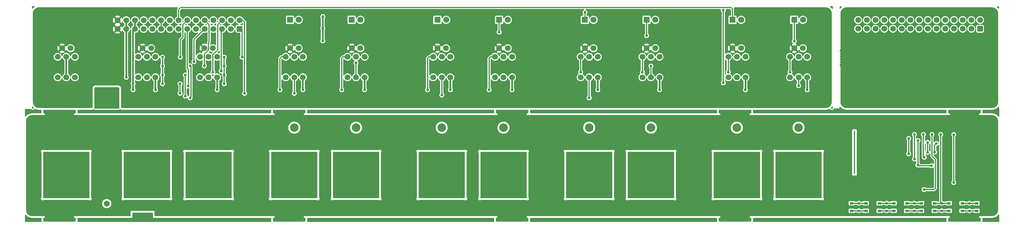
<source format=gbr>
%TF.GenerationSoftware,KiCad,Pcbnew,7.0.1*%
%TF.CreationDate,2024-04-02T15:57:57+09:00*%
%TF.ProjectId,Lift_Switch_V5.0,4c696674-5f53-4776-9974-63685f56352e,rev?*%
%TF.SameCoordinates,Original*%
%TF.FileFunction,Copper,L1,Top*%
%TF.FilePolarity,Positive*%
%FSLAX46Y46*%
G04 Gerber Fmt 4.6, Leading zero omitted, Abs format (unit mm)*
G04 Created by KiCad (PCBNEW 7.0.1) date 2024-04-02 15:57:57*
%MOMM*%
%LPD*%
G01*
G04 APERTURE LIST*
G04 Aperture macros list*
%AMRoundRect*
0 Rectangle with rounded corners*
0 $1 Rounding radius*
0 $2 $3 $4 $5 $6 $7 $8 $9 X,Y pos of 4 corners*
0 Add a 4 corners polygon primitive as box body*
4,1,4,$2,$3,$4,$5,$6,$7,$8,$9,$2,$3,0*
0 Add four circle primitives for the rounded corners*
1,1,$1+$1,$2,$3*
1,1,$1+$1,$4,$5*
1,1,$1+$1,$6,$7*
1,1,$1+$1,$8,$9*
0 Add four rect primitives between the rounded corners*
20,1,$1+$1,$2,$3,$4,$5,0*
20,1,$1+$1,$4,$5,$6,$7,0*
20,1,$1+$1,$6,$7,$8,$9,0*
20,1,$1+$1,$8,$9,$2,$3,0*%
G04 Aperture macros list end*
%TA.AperFunction,ComponentPad*%
%ADD10R,1.800000X1.800000*%
%TD*%
%TA.AperFunction,ComponentPad*%
%ADD11C,1.800000*%
%TD*%
%TA.AperFunction,SMDPad,CuDef*%
%ADD12R,1.100000X0.700000*%
%TD*%
%TA.AperFunction,ComponentPad*%
%ADD13C,1.700000*%
%TD*%
%TA.AperFunction,ComponentPad*%
%ADD14RoundRect,0.250000X0.600000X-0.600000X0.600000X0.600000X-0.600000X0.600000X-0.600000X-0.600000X0*%
%TD*%
%TA.AperFunction,ViaPad*%
%ADD15C,0.800000*%
%TD*%
%TA.AperFunction,Conductor*%
%ADD16C,0.500000*%
%TD*%
%TA.AperFunction,Conductor*%
%ADD17C,0.300000*%
%TD*%
G04 APERTURE END LIST*
D10*
%TO.P,D16,1,K*%
%TO.N,LIFT-4-UP-LED*%
X167825000Y-69750000D03*
D11*
%TO.P,D16,2,A*%
%TO.N,Net-(D16-A)*%
X170365000Y-69750000D03*
%TD*%
D12*
%TO.P,SW16,1,1*%
%TO.N,Net-(J2-Pin_1)*%
X345900000Y-125550000D03*
X350100000Y-125550000D03*
%TO.P,SW16,2,2*%
%TO.N,SW_1*%
X345900000Y-123350000D03*
X350100000Y-123350000D03*
%TD*%
D10*
%TO.P,D9,1,K*%
%TO.N,LIFT-1-DOWN-LED*%
X278875000Y-69750000D03*
D11*
%TO.P,D9,2,A*%
%TO.N,Net-(D9-A)*%
X281415000Y-69750000D03*
%TD*%
D10*
%TO.P,D13,1,K*%
%TO.N,LIFT-3-DOWN-LED*%
X192825000Y-69750000D03*
D11*
%TO.P,D13,2,A*%
%TO.N,Net-(D13-A)*%
X195365000Y-69750000D03*
%TD*%
D10*
%TO.P,D11,1,K*%
%TO.N,LIFT-2-DOWN-LED*%
X235825000Y-69750000D03*
D11*
%TO.P,D11,2,A*%
%TO.N,Net-(D11-A)*%
X238365000Y-69750000D03*
%TD*%
D10*
%TO.P,D15,1,K*%
%TO.N,LIFT-4-DOWN-LED*%
X149825000Y-69750000D03*
D11*
%TO.P,D15,2,A*%
%TO.N,Net-(D15-A)*%
X152365000Y-69750000D03*
%TD*%
D13*
%TO.P,SW3,1,A*%
%TO.N,Net-(SW3-A)*%
X127350000Y-78050000D03*
%TO.P,SW3,2,K*%
%TO.N,GNDPWR*%
X124850000Y-78050000D03*
%TO.P,SW3,10,COM*%
%TO.N,unconnected-(SW3-COM-Pad10)*%
X123600000Y-80550000D03*
%TO.P,SW3,11,NO*%
%TO.N,unconnected-(SW3-NO-Pad11)*%
X126100000Y-80550000D03*
%TO.P,SW3,12,NC*%
%TO.N,unconnected-(SW3-NC-Pad12)*%
X128600000Y-80550000D03*
%TO.P,SW3,20,NC*%
%TO.N,unconnected-(SW3-NC-Pad20)*%
X123600000Y-86550000D03*
%TO.P,SW3,21,NO*%
%TO.N,Net-(D5-A)*%
X126100000Y-86550000D03*
%TO.P,SW3,22,COM*%
%TO.N,+12VA*%
X128600000Y-86550000D03*
%TD*%
%TO.P,SW7,1,A*%
%TO.N,Net-(SW7-A)*%
X213350000Y-78050000D03*
%TO.P,SW7,2,K*%
%TO.N,GNDPWR*%
X210850000Y-78050000D03*
%TO.P,SW7,10,COM*%
%TO.N,+12VA*%
X209600000Y-80550000D03*
%TO.P,SW7,11,NO*%
%TO.N,Net-(R7-Pad2)*%
X212100000Y-80550000D03*
%TO.P,SW7,12,NC*%
%TO.N,unconnected-(SW7-NC-Pad12)*%
X214600000Y-80550000D03*
%TO.P,SW7,20,NC*%
%TO.N,unconnected-(SW7-NC-Pad20)*%
X209600000Y-86550000D03*
%TO.P,SW7,21,NO*%
%TO.N,LIFT-3-UP-SW*%
X212100000Y-86550000D03*
%TO.P,SW7,22,COM*%
%TO.N,+12VA*%
X214600000Y-86550000D03*
%TD*%
%TO.P,SW2,1,A*%
%TO.N,Net-(SW2-A)*%
X109350000Y-78050000D03*
%TO.P,SW2,2,K*%
%TO.N,GNDPWR*%
X106850000Y-78050000D03*
%TO.P,SW2,10,COM*%
%TO.N,unconnected-(SW2-COM-Pad10)*%
X105600000Y-80550000D03*
%TO.P,SW2,11,NO*%
%TO.N,unconnected-(SW2-NO-Pad11)*%
X108100000Y-80550000D03*
%TO.P,SW2,12,NC*%
%TO.N,unconnected-(SW2-NC-Pad12)*%
X110600000Y-80550000D03*
%TO.P,SW2,20,NC*%
%TO.N,unconnected-(SW2-NC-Pad20)*%
X105600000Y-86550000D03*
%TO.P,SW2,21,NO*%
%TO.N,Net-(D1-A)*%
X108100000Y-86550000D03*
%TO.P,SW2,22,COM*%
%TO.N,+12VA*%
X110600000Y-86550000D03*
%TD*%
%TO.P,SW5,1,A*%
%TO.N,Net-(SW5-A)*%
X170350000Y-78050000D03*
%TO.P,SW5,2,K*%
%TO.N,GNDPWR*%
X167850000Y-78050000D03*
%TO.P,SW5,10,COM*%
%TO.N,+12VA*%
X166600000Y-80550000D03*
%TO.P,SW5,11,NO*%
%TO.N,Net-(R5-Pad2)*%
X169100000Y-80550000D03*
%TO.P,SW5,12,NC*%
%TO.N,unconnected-(SW5-NC-Pad12)*%
X171600000Y-80550000D03*
%TO.P,SW5,20,NC*%
%TO.N,unconnected-(SW5-NC-Pad20)*%
X166600000Y-86550000D03*
%TO.P,SW5,21,NO*%
%TO.N,LIFT-4-UP-SW*%
X169100000Y-86550000D03*
%TO.P,SW5,22,COM*%
%TO.N,+12VA*%
X171600000Y-86550000D03*
%TD*%
%TO.P,SW1,1,A*%
%TO.N,Net-(SW1-A)*%
X85850000Y-78050000D03*
%TO.P,SW1,2,K*%
%TO.N,GNDPWR*%
X83350000Y-78050000D03*
%TO.P,SW1,10,COM*%
%TO.N,unconnected-(SW1-COM-Pad10)*%
X82100000Y-80550000D03*
%TO.P,SW1,11,NO*%
%TO.N,unconnected-(SW1-NO-Pad11)*%
X84600000Y-80550000D03*
%TO.P,SW1,12,NC*%
%TO.N,unconnected-(SW1-NC-Pad12)*%
X87100000Y-80550000D03*
%TO.P,SW1,20,NC*%
%TO.N,unconnected-(SW1-NC-Pad20)*%
X82100000Y-86550000D03*
%TO.P,SW1,21,NO*%
%TO.N,+12VA*%
X84600000Y-86550000D03*
%TO.P,SW1,22,COM*%
%TO.N,+12P*%
X87100000Y-86550000D03*
%TD*%
D12*
%TO.P,SW13,1,1*%
%TO.N,Net-(J2-Pin_1)*%
X321750000Y-125550000D03*
X325950000Y-125550000D03*
%TO.P,SW13,2,2*%
%TO.N,SW_4*%
X321750000Y-123350000D03*
X325950000Y-123350000D03*
%TD*%
D13*
%TO.P,SW10,1,A*%
%TO.N,Net-(SW10-A)*%
X281410000Y-78050000D03*
%TO.P,SW10,2,K*%
%TO.N,GNDPWR*%
X278910000Y-78050000D03*
%TO.P,SW10,10,COM*%
%TO.N,+12VA*%
X277660000Y-80550000D03*
%TO.P,SW10,11,NO*%
%TO.N,Net-(R10-Pad2)*%
X280160000Y-80550000D03*
%TO.P,SW10,12,NC*%
%TO.N,unconnected-(SW10-NC-Pad12)*%
X282660000Y-80550000D03*
%TO.P,SW10,20,NC*%
%TO.N,unconnected-(SW10-NC-Pad20)*%
X277660000Y-86550000D03*
%TO.P,SW10,21,NO*%
%TO.N,LIFT-1-DOWN-SW*%
X280160000Y-86550000D03*
%TO.P,SW10,22,COM*%
%TO.N,+12VA*%
X282660000Y-86550000D03*
%TD*%
%TO.P,SW8,1,A*%
%TO.N,Net-(SW8-A)*%
X238350000Y-78050000D03*
%TO.P,SW8,2,K*%
%TO.N,GNDPWR*%
X235850000Y-78050000D03*
%TO.P,SW8,10,COM*%
%TO.N,+12VA*%
X234600000Y-80550000D03*
%TO.P,SW8,11,NO*%
%TO.N,Net-(R8-Pad2)*%
X237100000Y-80550000D03*
%TO.P,SW8,12,NC*%
%TO.N,unconnected-(SW8-NC-Pad12)*%
X239600000Y-80550000D03*
%TO.P,SW8,20,NC*%
%TO.N,unconnected-(SW8-NC-Pad20)*%
X234600000Y-86550000D03*
%TO.P,SW8,21,NO*%
%TO.N,LIFT-2-DOWN-SW*%
X237100000Y-86550000D03*
%TO.P,SW8,22,COM*%
%TO.N,+12VA*%
X239600000Y-86550000D03*
%TD*%
D12*
%TO.P,SW14,1,1*%
%TO.N,Net-(J2-Pin_1)*%
X329750000Y-125550000D03*
X333950000Y-125550000D03*
%TO.P,SW14,2,2*%
%TO.N,SW_3*%
X329750000Y-123350000D03*
X333950000Y-123350000D03*
%TD*%
D13*
%TO.P,SW11,1,A*%
%TO.N,Net-(SW11-A)*%
X299410000Y-78050000D03*
%TO.P,SW11,2,K*%
%TO.N,GNDPWR*%
X296910000Y-78050000D03*
%TO.P,SW11,10,COM*%
%TO.N,+12VA*%
X295660000Y-80550000D03*
%TO.P,SW11,11,NO*%
%TO.N,Net-(R11-Pad2)*%
X298160000Y-80550000D03*
%TO.P,SW11,12,NC*%
%TO.N,unconnected-(SW11-NC-Pad12)*%
X300660000Y-80550000D03*
%TO.P,SW11,20,NC*%
%TO.N,unconnected-(SW11-NC-Pad20)*%
X295660000Y-86550000D03*
%TO.P,SW11,21,NO*%
%TO.N,LIFT-1-UP-SW*%
X298160000Y-86550000D03*
%TO.P,SW11,22,COM*%
%TO.N,+12VA*%
X300660000Y-86550000D03*
%TD*%
%TO.P,SW6,1,A*%
%TO.N,Net-(SW6-A)*%
X195350000Y-78050000D03*
%TO.P,SW6,2,K*%
%TO.N,GNDPWR*%
X192850000Y-78050000D03*
%TO.P,SW6,10,COM*%
%TO.N,+12VA*%
X191600000Y-80550000D03*
%TO.P,SW6,11,NO*%
%TO.N,Net-(R6-Pad2)*%
X194100000Y-80550000D03*
%TO.P,SW6,12,NC*%
%TO.N,unconnected-(SW6-NC-Pad12)*%
X196600000Y-80550000D03*
%TO.P,SW6,20,NC*%
%TO.N,unconnected-(SW6-NC-Pad20)*%
X191600000Y-86550000D03*
%TO.P,SW6,21,NO*%
%TO.N,LIFT-3-DOWN-SW*%
X194100000Y-86550000D03*
%TO.P,SW6,22,COM*%
%TO.N,+12VA*%
X196600000Y-86550000D03*
%TD*%
D12*
%TO.P,SW12,1,1*%
%TO.N,Net-(J2-Pin_1)*%
X313600000Y-125550000D03*
X317800000Y-125550000D03*
%TO.P,SW12,2,2*%
%TO.N,SW_5*%
X313600000Y-123350000D03*
X317800000Y-123350000D03*
%TD*%
D10*
%TO.P,D12,1,K*%
%TO.N,LIFT-2-UP-LED*%
X253825000Y-69750000D03*
D11*
%TO.P,D12,2,A*%
%TO.N,Net-(D12-A)*%
X256365000Y-69750000D03*
%TD*%
D13*
%TO.P,SW4,1,A*%
%TO.N,Net-(SW4-A)*%
X152350000Y-78050000D03*
%TO.P,SW4,2,K*%
%TO.N,GNDPWR*%
X149850000Y-78050000D03*
%TO.P,SW4,10,COM*%
%TO.N,+12VA*%
X148600000Y-80550000D03*
%TO.P,SW4,11,NO*%
%TO.N,Net-(R4-Pad2)*%
X151100000Y-80550000D03*
%TO.P,SW4,12,NC*%
%TO.N,unconnected-(SW4-NC-Pad12)*%
X153600000Y-80550000D03*
%TO.P,SW4,20,NC*%
%TO.N,unconnected-(SW4-NC-Pad20)*%
X148600000Y-86550000D03*
%TO.P,SW4,21,NO*%
%TO.N,LIFT-4-DOWN-SW*%
X151100000Y-86550000D03*
%TO.P,SW4,22,COM*%
%TO.N,+12VA*%
X153600000Y-86550000D03*
%TD*%
D12*
%TO.P,SW15,1,1*%
%TO.N,Net-(J2-Pin_1)*%
X337800000Y-125550000D03*
X342000000Y-125550000D03*
%TO.P,SW15,2,2*%
%TO.N,SW_2*%
X337800000Y-123350000D03*
X342000000Y-123350000D03*
%TD*%
D10*
%TO.P,D10,1,K*%
%TO.N,LIFT-1-UP-LED*%
X296875000Y-69750000D03*
D11*
%TO.P,D10,2,A*%
%TO.N,Net-(D10-A)*%
X299415000Y-69750000D03*
%TD*%
D10*
%TO.P,D14,1,K*%
%TO.N,LIFT-3-UP-LED*%
X210825000Y-69750000D03*
D11*
%TO.P,D14,2,A*%
%TO.N,Net-(D14-A)*%
X213365000Y-69750000D03*
%TD*%
D13*
%TO.P,SW9,1,A*%
%TO.N,Net-(SW9-A)*%
X256350000Y-78050000D03*
%TO.P,SW9,2,K*%
%TO.N,GNDPWR*%
X253850000Y-78050000D03*
%TO.P,SW9,10,COM*%
%TO.N,+12VA*%
X252600000Y-80550000D03*
%TO.P,SW9,11,NO*%
%TO.N,Net-(R9-Pad2)*%
X255100000Y-80550000D03*
%TO.P,SW9,12,NC*%
%TO.N,unconnected-(SW9-NC-Pad12)*%
X257600000Y-80550000D03*
%TO.P,SW9,20,NC*%
%TO.N,unconnected-(SW9-NC-Pad20)*%
X252600000Y-86550000D03*
%TO.P,SW9,21,NO*%
%TO.N,LIFT-2-UP-SW*%
X255100000Y-86550000D03*
%TO.P,SW9,22,COM*%
%TO.N,+12VA*%
X257600000Y-86550000D03*
%TD*%
D14*
%TO.P,J5,1,Pin_1*%
%TO.N,Net-(J5-Pin_1)*%
X351080000Y-72350000D03*
D13*
%TO.P,J5,2,Pin_2*%
%TO.N,Net-(J5-Pin_2)*%
X351080000Y-69810000D03*
%TO.P,J5,3,Pin_3*%
%TO.N,Net-(J5-Pin_3)*%
X348540000Y-72350000D03*
%TO.P,J5,4,Pin_4*%
%TO.N,Net-(J5-Pin_4)*%
X348540000Y-69810000D03*
%TO.P,J5,5,Pin_5*%
%TO.N,Net-(J5-Pin_5)*%
X346000000Y-72350000D03*
%TO.P,J5,6,Pin_6*%
%TO.N,Net-(J5-Pin_6)*%
X346000000Y-69810000D03*
%TO.P,J5,7,Pin_7*%
%TO.N,Net-(J5-Pin_7)*%
X343460000Y-72350000D03*
%TO.P,J5,8,Pin_8*%
%TO.N,Net-(J5-Pin_8)*%
X343460000Y-69810000D03*
%TO.P,J5,9,Pin_9*%
%TO.N,Net-(J5-Pin_9)*%
X340920000Y-72350000D03*
%TO.P,J5,10,Pin_10*%
%TO.N,Net-(J5-Pin_10)*%
X340920000Y-69810000D03*
%TO.P,J5,11,Pin_11*%
%TO.N,Net-(J5-Pin_11)*%
X338380000Y-72350000D03*
%TO.P,J5,12,Pin_12*%
%TO.N,Net-(J5-Pin_12)*%
X338380000Y-69810000D03*
%TO.P,J5,13,Pin_13*%
%TO.N,Net-(J5-Pin_13)*%
X335840000Y-72350000D03*
%TO.P,J5,14,Pin_14*%
%TO.N,Net-(J5-Pin_14)*%
X335840000Y-69810000D03*
%TO.P,J5,15,Pin_15*%
%TO.N,Net-(J5-Pin_15)*%
X333300000Y-72350000D03*
%TO.P,J5,16,Pin_16*%
%TO.N,Net-(J5-Pin_16)*%
X333300000Y-69810000D03*
%TO.P,J5,17,Pin_17*%
%TO.N,unconnected-(J5-Pin_17-Pad17)*%
X330760000Y-72350000D03*
%TO.P,J5,18,Pin_18*%
%TO.N,unconnected-(J5-Pin_18-Pad18)*%
X330760000Y-69810000D03*
%TO.P,J5,19,Pin_19*%
%TO.N,Net-(J5-Pin_19)*%
X328220000Y-72350000D03*
%TO.P,J5,20,Pin_20*%
%TO.N,Net-(J5-Pin_20)*%
X328220000Y-69810000D03*
%TO.P,J5,21,Pin_21*%
%TO.N,unconnected-(J5-Pin_21-Pad21)*%
X325680000Y-72350000D03*
%TO.P,J5,22,Pin_22*%
%TO.N,unconnected-(J5-Pin_22-Pad22)*%
X325680000Y-69810000D03*
%TO.P,J5,23,Pin_23*%
%TO.N,unconnected-(J5-Pin_23-Pad23)*%
X323140000Y-72350000D03*
%TO.P,J5,24,Pin_24*%
%TO.N,unconnected-(J5-Pin_24-Pad24)*%
X323140000Y-69810000D03*
%TO.P,J5,25,Pin_25*%
%TO.N,Net-(J5-Pin_25)*%
X320600000Y-72350000D03*
%TO.P,J5,26,Pin_26*%
%TO.N,Net-(J5-Pin_26)*%
X320600000Y-69810000D03*
%TO.P,J5,27,Pin_27*%
%TO.N,Net-(J5-Pin_27)*%
X318060000Y-72350000D03*
%TO.P,J5,28,Pin_28*%
%TO.N,Net-(J5-Pin_28)*%
X318060000Y-69810000D03*
%TO.P,J5,29,Pin_29*%
%TO.N,Net-(J5-Pin_29)*%
X315520000Y-72350000D03*
%TO.P,J5,30,Pin_30*%
%TO.N,Net-(J5-Pin_30)*%
X315520000Y-69810000D03*
%TD*%
D14*
%TO.P,J1,1,Pin_1*%
%TO.N,LIFT-4-UP-SW*%
X135110000Y-72390000D03*
D13*
%TO.P,J1,2,Pin_2*%
%TO.N,LIFT-4-DOWN-SW*%
X135110000Y-69850000D03*
%TO.P,J1,3,Pin_3*%
%TO.N,LIFT-4-UP-LED*%
X132570000Y-72390000D03*
%TO.P,J1,4,Pin_4*%
%TO.N,LIFT-4-DOWN-LED*%
X132570000Y-69850000D03*
%TO.P,J1,5,Pin_5*%
%TO.N,LIFT-3-UP-SW*%
X130030000Y-72390000D03*
%TO.P,J1,6,Pin_6*%
%TO.N,LIFT-3-DOWN-SW*%
X130030000Y-69850000D03*
%TO.P,J1,7,Pin_7*%
%TO.N,LIFT-3-UP-LED*%
X127490000Y-72390000D03*
%TO.P,J1,8,Pin_8*%
%TO.N,LIFT-3-DOWN-LED*%
X127490000Y-69850000D03*
%TO.P,J1,9,Pin_9*%
%TO.N,LIFT-2-UP-SW*%
X124950000Y-72390000D03*
%TO.P,J1,10,Pin_10*%
%TO.N,LIFT-2-DOWN-SW*%
X124950000Y-69850000D03*
%TO.P,J1,11,Pin_11*%
%TO.N,LIFT-2-UP-LED*%
X122410000Y-72390000D03*
%TO.P,J1,12,Pin_12*%
%TO.N,LIFT-2-DOWN-LED*%
X122410000Y-69850000D03*
%TO.P,J1,13,Pin_13*%
%TO.N,LIFT-1-UP-SW*%
X119870000Y-72390000D03*
%TO.P,J1,14,Pin_14*%
%TO.N,LIFT-1-DOWN-SW*%
X119870000Y-69850000D03*
%TO.P,J1,15,Pin_15*%
%TO.N,LIFT-1-UP-LED*%
X117330000Y-72390000D03*
%TO.P,J1,16,Pin_16*%
%TO.N,LIFT-1-DOWN-LED*%
X117330000Y-69850000D03*
%TO.P,J1,17,Pin_17*%
%TO.N,unconnected-(J1-Pin_17-Pad17)*%
X114790000Y-72390000D03*
%TO.P,J1,18,Pin_18*%
%TO.N,unconnected-(J1-Pin_18-Pad18)*%
X114790000Y-69850000D03*
%TO.P,J1,19,Pin_19*%
%TO.N,+5VL*%
X112250000Y-72390000D03*
%TO.P,J1,20,Pin_20*%
X112250000Y-69850000D03*
%TO.P,J1,21,Pin_21*%
%TO.N,unconnected-(J1-Pin_21-Pad21)*%
X109710000Y-72390000D03*
%TO.P,J1,22,Pin_22*%
%TO.N,unconnected-(J1-Pin_22-Pad22)*%
X109710000Y-69850000D03*
%TO.P,J1,23,Pin_23*%
%TO.N,unconnected-(J1-Pin_23-Pad23)*%
X107170000Y-72390000D03*
%TO.P,J1,24,Pin_24*%
%TO.N,unconnected-(J1-Pin_24-Pad24)*%
X107170000Y-69850000D03*
%TO.P,J1,25,Pin_25*%
%TO.N,+12VA*%
X104630000Y-72390000D03*
%TO.P,J1,26,Pin_26*%
X104630000Y-69850000D03*
%TO.P,J1,27,Pin_27*%
%TO.N,+12P*%
X102090000Y-72390000D03*
%TO.P,J1,28,Pin_28*%
X102090000Y-69850000D03*
%TO.P,J1,29,Pin_29*%
%TO.N,GNDPWR*%
X99550000Y-72390000D03*
%TO.P,J1,30,Pin_30*%
X99550000Y-69850000D03*
%TD*%
D15*
%TO.N,+12P*%
X102100000Y-86550000D03*
%TO.N,LIFT-1-UP-SW*%
X120150000Y-89100000D03*
X298150000Y-89000000D03*
%TO.N,+12VA*%
X104080000Y-88350000D03*
X171590000Y-90210000D03*
X153600000Y-90210000D03*
X252590000Y-85038263D03*
X282630000Y-90210000D03*
X300660000Y-90210000D03*
X146910000Y-90205524D03*
X207910000Y-90210000D03*
X277650000Y-85050000D03*
X257610000Y-90210000D03*
X110630000Y-90210000D03*
X295640000Y-85043465D03*
X196600000Y-90210000D03*
X164910000Y-90205524D03*
X104080000Y-90210000D03*
X239610000Y-90210000D03*
X214590000Y-90210000D03*
X189960000Y-90209713D03*
X128600000Y-90210000D03*
X234590000Y-85031169D03*
%TO.N,LIFT-2-UP-SW*%
X255100000Y-83250000D03*
X121850000Y-82000000D03*
%TO.N,LIFT-3-UP-SW*%
X129750000Y-84700000D03*
%TO.N,LIFT-4-UP-SW*%
X169100000Y-82350000D03*
X135850000Y-80650000D03*
%TO.N,LIFT-1-DOWN-SW*%
X276200000Y-66950000D03*
X117850000Y-80650000D03*
X276200000Y-88150000D03*
%TO.N,LIFT-2-DOWN-SW*%
X124850000Y-83200000D03*
X237100000Y-92550000D03*
X120700000Y-83200000D03*
X120700000Y-92550000D03*
%TO.N,LIFT-3-DOWN-SW*%
X119300000Y-85850000D03*
X194100000Y-91750000D03*
X119300000Y-92050000D03*
X127350000Y-85050000D03*
%TO.N,LIFT-4-DOWN-SW*%
X136600000Y-91250000D03*
X117800000Y-91250000D03*
X151100000Y-91250000D03*
X117800000Y-88450000D03*
%TO.N,LIFT-3-UP-LED*%
X210850000Y-73350000D03*
%TO.N,Net-(D1-A)*%
X112650000Y-80650000D03*
X112650000Y-88450000D03*
X112650000Y-83250000D03*
X112650000Y-85850000D03*
%TO.N,Net-(D5-A)*%
X130650000Y-80650000D03*
X130650000Y-85850000D03*
X130650000Y-88450000D03*
X130650000Y-83250000D03*
%TO.N,LIFT-2-UP-LED*%
X253850000Y-74350000D03*
%TO.N,LIFT-2-DOWN-LED*%
X235850000Y-67550000D03*
%TO.N,LIFT-1-UP-LED*%
X296900000Y-75950000D03*
%TO.N,+5VL*%
X159400000Y-72225000D03*
X159400000Y-75900000D03*
X159400000Y-68800000D03*
%TO.N,CS*%
X338320000Y-105880000D03*
X337850000Y-108400000D03*
%TO.N,SCL*%
X335750000Y-108500000D03*
X335780000Y-105570000D03*
%TO.N,SDA*%
X336900000Y-112400000D03*
X332950000Y-105000000D03*
X332950000Y-112200000D03*
%TO.N,RESET*%
X330250000Y-108900000D03*
X330275000Y-104425000D03*
%TO.N,SW_1*%
X348000000Y-123350000D03*
%TO.N,SW_2*%
X339900000Y-123350000D03*
X339600000Y-103250000D03*
%TO.N,SW_3*%
X334750000Y-119350000D03*
X337050000Y-103250000D03*
X331850000Y-123350000D03*
%TO.N,SW_4*%
X323850000Y-123350000D03*
X334550000Y-103250000D03*
X334800000Y-109900000D03*
%TO.N,SW_5*%
X331950000Y-103250000D03*
X315700000Y-123350000D03*
X331950000Y-110450000D03*
%TO.N,3.3V*%
X343400000Y-117300000D03*
X343400000Y-103300000D03*
%TO.N,GNDPWR*%
X121225000Y-67825000D03*
X120850000Y-77625000D03*
X164200000Y-69850000D03*
X124975000Y-67825000D03*
X140225000Y-81900000D03*
X142700000Y-70250000D03*
X121225000Y-73875000D03*
%TO.N,Net-(J2-Pin_1)*%
X331850000Y-125550000D03*
X315700000Y-125550000D03*
X323850000Y-125550000D03*
X339900000Y-125550000D03*
X348000000Y-125550000D03*
%TD*%
D16*
%TO.N,+12P*%
X102090000Y-72390000D02*
X102090000Y-86540000D01*
X102090000Y-69850000D02*
X102090000Y-72390000D01*
X102090000Y-86540000D02*
X102100000Y-86550000D01*
D17*
%TO.N,LIFT-1-UP-SW*%
X120200480Y-84250480D02*
X120200480Y-85500000D01*
X120200480Y-89049520D02*
X120150000Y-89100000D01*
X298150000Y-86560000D02*
X298160000Y-86550000D01*
X119870000Y-72390000D02*
X119870000Y-83920000D01*
X119870000Y-83920000D02*
X120150000Y-84200000D01*
X298150000Y-89000000D02*
X298150000Y-86560000D01*
X120150000Y-84200000D02*
X120200480Y-84250480D01*
X120200480Y-85500000D02*
X120200480Y-89049520D01*
%TO.N,+12VA*%
X148600000Y-80545524D02*
X147300000Y-80545524D01*
D16*
X128600000Y-86550000D02*
X128600000Y-90210000D01*
D17*
X277660000Y-85040000D02*
X277650000Y-85050000D01*
D16*
X84600000Y-86550000D02*
X84600000Y-80550000D01*
X300660000Y-86550000D02*
X300660000Y-90210000D01*
D17*
X207900000Y-90200000D02*
X207910000Y-90210000D01*
X234600000Y-80531169D02*
X234600000Y-85021169D01*
D16*
X171600000Y-90200000D02*
X171590000Y-90210000D01*
D17*
X189950000Y-80949713D02*
X189950000Y-90199713D01*
X209600000Y-80550000D02*
X208300000Y-80550000D01*
D16*
X171600000Y-86550000D02*
X171600000Y-90200000D01*
X104080000Y-80480000D02*
X104080000Y-72940000D01*
D17*
X191650000Y-80549713D02*
X190350000Y-80549713D01*
D16*
X104080000Y-72940000D02*
X104630000Y-72390000D01*
D17*
X165300000Y-80545524D02*
X164900000Y-80945524D01*
D16*
X214600000Y-90200000D02*
X214590000Y-90210000D01*
X104080000Y-88350000D02*
X104080000Y-80480000D01*
X153600000Y-86550000D02*
X153600000Y-90210000D01*
D17*
X166600000Y-80545524D02*
X165300000Y-80545524D01*
D16*
X239600000Y-90200000D02*
X239610000Y-90210000D01*
X214600000Y-86550000D02*
X214600000Y-90200000D01*
X110600000Y-90180000D02*
X110630000Y-90210000D01*
D17*
X164900000Y-80945524D02*
X164900000Y-90195524D01*
D16*
X239600000Y-86550000D02*
X239600000Y-90200000D01*
X257600000Y-86550000D02*
X257600000Y-90200000D01*
D17*
X147300000Y-80545524D02*
X146900000Y-80945524D01*
X146900000Y-80945524D02*
X146900000Y-90195524D01*
D16*
X282660000Y-86550000D02*
X282660000Y-90180000D01*
D17*
X295650000Y-80543465D02*
X295650000Y-85033465D01*
D16*
X104630000Y-69850000D02*
X104630000Y-72390000D01*
D17*
X277660000Y-80550000D02*
X277660000Y-85040000D01*
X252600000Y-80538263D02*
X252600000Y-85028263D01*
D16*
X196600000Y-86550000D02*
X196600000Y-90210000D01*
D17*
X208300000Y-80550000D02*
X207900000Y-80950000D01*
D16*
X282660000Y-90180000D02*
X282630000Y-90210000D01*
D17*
X190350000Y-80549713D02*
X189950000Y-80949713D01*
D16*
X110600000Y-86550000D02*
X110600000Y-90180000D01*
X257600000Y-90200000D02*
X257610000Y-90210000D01*
D17*
X207900000Y-80950000D02*
X207900000Y-90200000D01*
D16*
X104080000Y-90210000D02*
X104080000Y-88350000D01*
D17*
%TO.N,LIFT-2-UP-SW*%
X255100000Y-83250000D02*
X255100000Y-86550000D01*
X124950000Y-72390000D02*
X121850000Y-75490000D01*
X121850000Y-75490000D02*
X121850000Y-82000000D01*
%TO.N,LIFT-3-UP-SW*%
X130030000Y-72390000D02*
X129799511Y-72620489D01*
X129799511Y-72620489D02*
X129799511Y-84650489D01*
X129799511Y-84650489D02*
X129750000Y-84700000D01*
%TO.N,LIFT-4-UP-SW*%
X135490000Y-72390000D02*
X135850000Y-72750000D01*
X135850000Y-72750000D02*
X135850000Y-80650000D01*
X169100000Y-86550000D02*
X169100000Y-82350000D01*
X135110000Y-72390000D02*
X135490000Y-72390000D01*
%TO.N,LIFT-1-DOWN-SW*%
X276200000Y-88150000D02*
X276200000Y-80750000D01*
X118600000Y-74850000D02*
X117950000Y-75500000D01*
X118600000Y-71120000D02*
X118600000Y-74850000D01*
X119870000Y-69850000D02*
X118600000Y-71120000D01*
X117950000Y-75500000D02*
X117850000Y-75600000D01*
X276200000Y-80750000D02*
X276200000Y-66950000D01*
X117850000Y-75600000D02*
X117850000Y-80650000D01*
%TO.N,LIFT-2-DOWN-SW*%
X126100000Y-76350000D02*
X126100000Y-78450000D01*
X126100000Y-78450000D02*
X126100000Y-78600000D01*
X120950000Y-92300000D02*
X120950000Y-83450000D01*
X126100000Y-78600000D02*
X125050000Y-79650000D01*
X237100000Y-92550000D02*
X237100000Y-86550000D01*
X125050000Y-79650000D02*
X124850000Y-79850000D01*
X126250000Y-76200000D02*
X126100000Y-76350000D01*
X120950000Y-83450000D02*
X120700000Y-83200000D01*
X120700000Y-92550000D02*
X120950000Y-92300000D01*
X126250000Y-71150000D02*
X126250000Y-76200000D01*
X124950000Y-69850000D02*
X126250000Y-71150000D01*
X124850000Y-79850000D02*
X124850000Y-83200000D01*
%TO.N,LIFT-3-DOWN-SW*%
X119300000Y-85850000D02*
X119300000Y-92050000D01*
X128750000Y-71130000D02*
X128750000Y-73650000D01*
X127350000Y-79900000D02*
X127350000Y-80900000D01*
X127350000Y-80900000D02*
X127350000Y-85050000D01*
X128750000Y-78500000D02*
X127650000Y-79600000D01*
X127650000Y-79600000D02*
X127350000Y-79900000D01*
X194100000Y-91750000D02*
X194100000Y-86550000D01*
X130030000Y-69850000D02*
X128750000Y-71130000D01*
X128750000Y-73650000D02*
X128750000Y-78500000D01*
%TO.N,LIFT-4-DOWN-SW*%
X136050000Y-69850000D02*
X136599511Y-70399511D01*
X136599511Y-91249511D02*
X136600000Y-91250000D01*
X117800000Y-91250000D02*
X117800000Y-88450000D01*
X151100000Y-91250000D02*
X151100000Y-86550000D01*
X135110000Y-69850000D02*
X136050000Y-69850000D01*
X136599511Y-70399511D02*
X136599511Y-81250489D01*
X136599511Y-81250489D02*
X136599511Y-91249511D01*
%TO.N,LIFT-3-UP-LED*%
X210850000Y-73350000D02*
X210825000Y-73325000D01*
X210825000Y-73325000D02*
X210825000Y-69750000D01*
%TO.N,Net-(D1-A)*%
X112650000Y-85850000D02*
X112650000Y-88450000D01*
X112650000Y-80650000D02*
X112650000Y-83250000D01*
X112650000Y-83250000D02*
X112650000Y-85850000D01*
%TO.N,Net-(D5-A)*%
X130650000Y-83250000D02*
X130650000Y-85850000D01*
X130650000Y-80650000D02*
X130650000Y-83250000D01*
X130650000Y-85850000D02*
X130650000Y-88450000D01*
%TO.N,LIFT-2-UP-LED*%
X253825000Y-74325000D02*
X253825000Y-69750000D01*
X253850000Y-74350000D02*
X253825000Y-74325000D01*
%TO.N,LIFT-2-DOWN-LED*%
X235850000Y-67550000D02*
X235850000Y-69725000D01*
X235850000Y-69725000D02*
X235825000Y-69750000D01*
%TO.N,LIFT-1-UP-LED*%
X296875000Y-69750000D02*
X296875000Y-75925000D01*
X296875000Y-75925000D02*
X296900000Y-75950000D01*
%TO.N,LIFT-1-DOWN-LED*%
X117330000Y-66770000D02*
X117950000Y-66150000D01*
X278875000Y-66575000D02*
X278875000Y-69750000D01*
X117950000Y-66150000D02*
X278450000Y-66150000D01*
X117330000Y-69850000D02*
X117330000Y-66770000D01*
X278450000Y-66150000D02*
X278875000Y-66575000D01*
D16*
%TO.N,+5VL*%
X159400000Y-72225000D02*
X159400000Y-75900000D01*
X159400000Y-72225000D02*
X159400000Y-68800000D01*
D17*
X112250000Y-72390000D02*
X112250000Y-69850000D01*
%TO.N,CS*%
X337850000Y-106350000D02*
X338320000Y-105880000D01*
X337850000Y-108400000D02*
X337850000Y-106350000D01*
%TO.N,SCL*%
X335750000Y-105600000D02*
X335780000Y-105570000D01*
X335750000Y-108500000D02*
X335750000Y-105600000D01*
%TO.N,SDA*%
X332950000Y-112200000D02*
X332950000Y-105000000D01*
X336900000Y-112400000D02*
X333150000Y-112400000D01*
%TO.N,RESET*%
X330250000Y-104450000D02*
X330275000Y-104425000D01*
X330250000Y-108900000D02*
X330250000Y-104450000D01*
%TO.N,SW_1*%
X345900000Y-123350000D02*
X350100000Y-123350000D01*
%TO.N,SW_2*%
X339600000Y-123050000D02*
X339900000Y-123350000D01*
X337800000Y-123350000D02*
X342000000Y-123350000D01*
X339600000Y-103250000D02*
X339600000Y-123050000D01*
%TO.N,SW_3*%
X338050000Y-118950000D02*
X337650000Y-119350000D01*
X336750000Y-119350000D02*
X334750000Y-119350000D01*
X337050000Y-103250000D02*
X337050000Y-109550000D01*
X329750000Y-123350000D02*
X333950000Y-123350000D01*
X338050000Y-110550000D02*
X338050000Y-118950000D01*
X337050000Y-109550000D02*
X338050000Y-110550000D01*
X337650000Y-119350000D02*
X336750000Y-119350000D01*
%TO.N,SW_4*%
X334800000Y-109900000D02*
X334550000Y-109650000D01*
X334550000Y-109650000D02*
X334550000Y-103250000D01*
X321750000Y-123350000D02*
X325950000Y-123350000D01*
%TO.N,SW_5*%
X331950000Y-108500000D02*
X331950000Y-103250000D01*
X313600000Y-123350000D02*
X317800000Y-123350000D01*
X331950000Y-108500000D02*
X331950000Y-110450000D01*
%TO.N,3.3V*%
X343400000Y-111250000D02*
X343400000Y-103300000D01*
X343400000Y-111250000D02*
X343400000Y-117300000D01*
%TO.N,GNDPWR*%
X296900000Y-78040000D02*
X296910000Y-78050000D01*
%TO.N,Net-(J2-Pin_1)*%
X313600000Y-125550000D02*
X317800000Y-125550000D01*
X321750000Y-125550000D02*
X325950000Y-125550000D01*
X329750000Y-125550000D02*
X333950000Y-125550000D01*
X348000000Y-125550000D02*
X350100000Y-125550000D01*
X345900000Y-125550000D02*
X348000000Y-125550000D01*
X337800000Y-125550000D02*
X342000000Y-125550000D01*
%TD*%
%TA.AperFunction,NonConductor*%
G36*
X356538000Y-65866613D02*
G01*
X356583387Y-65912000D01*
X356600000Y-65974000D01*
X356600000Y-66387873D01*
X356584372Y-66448134D01*
X356541429Y-66493206D01*
X356481994Y-66511728D01*
X356421047Y-66499032D01*
X356380800Y-66464236D01*
X356379768Y-66465151D01*
X356374795Y-66459538D01*
X356374794Y-66459536D01*
X356194252Y-66255747D01*
X355990463Y-66075205D01*
X355990460Y-66075203D01*
X355984848Y-66070231D01*
X355985763Y-66069197D01*
X355950970Y-66028956D01*
X355938272Y-65968010D01*
X355956793Y-65908573D01*
X356001865Y-65865628D01*
X356062127Y-65850000D01*
X356476000Y-65850000D01*
X356538000Y-65866613D01*
G37*
%TD.AperFunction*%
%TA.AperFunction,NonConductor*%
G36*
X310698136Y-65865628D02*
G01*
X310743208Y-65908571D01*
X310761730Y-65968006D01*
X310749034Y-66028953D01*
X310714237Y-66069200D01*
X310715152Y-66070233D01*
X310709540Y-66075204D01*
X310709538Y-66075206D01*
X310660888Y-66118306D01*
X310505743Y-66255751D01*
X310320232Y-66465151D01*
X310319200Y-66464237D01*
X310278953Y-66499033D01*
X310218006Y-66511729D01*
X310158571Y-66493207D01*
X310115628Y-66448135D01*
X310100000Y-66387874D01*
X310100000Y-65974000D01*
X310116613Y-65912000D01*
X310162000Y-65866613D01*
X310224000Y-65850000D01*
X310637875Y-65850000D01*
X310698136Y-65865628D01*
G37*
%TD.AperFunction*%
%TA.AperFunction,NonConductor*%
G36*
X354604418Y-66100815D02*
G01*
X354840140Y-66117673D01*
X354857641Y-66120190D01*
X355084229Y-66169481D01*
X355101188Y-66174460D01*
X355238672Y-66225739D01*
X355318462Y-66255500D01*
X355334555Y-66262850D01*
X355538068Y-66373976D01*
X355552951Y-66383541D01*
X355738579Y-66522500D01*
X355751950Y-66534086D01*
X355915910Y-66698046D01*
X355927496Y-66711417D01*
X356066460Y-66897051D01*
X356076025Y-66911934D01*
X356187149Y-67115443D01*
X356194499Y-67131536D01*
X356275536Y-67348802D01*
X356280520Y-67365778D01*
X356329807Y-67592351D01*
X356332325Y-67609862D01*
X356349184Y-67845566D01*
X356349500Y-67854413D01*
X356349500Y-93745572D01*
X356349184Y-93754418D01*
X356332325Y-93990135D01*
X356329807Y-94007647D01*
X356280519Y-94234220D01*
X356275535Y-94251196D01*
X356194498Y-94468462D01*
X356187148Y-94484555D01*
X356076022Y-94688068D01*
X356066457Y-94702951D01*
X355927498Y-94888579D01*
X355915912Y-94901950D01*
X355751950Y-95065912D01*
X355738579Y-95077498D01*
X355552951Y-95216457D01*
X355538068Y-95226022D01*
X355334555Y-95337148D01*
X355318462Y-95344498D01*
X355101196Y-95425535D01*
X355084220Y-95430519D01*
X354857647Y-95479807D01*
X354840135Y-95482325D01*
X354604418Y-95499184D01*
X354595572Y-95499500D01*
X312104428Y-95499500D01*
X312095582Y-95499184D01*
X311859864Y-95482325D01*
X311842352Y-95479807D01*
X311615779Y-95430519D01*
X311598803Y-95425535D01*
X311381537Y-95344498D01*
X311365444Y-95337148D01*
X311161931Y-95226022D01*
X311147048Y-95216457D01*
X310961420Y-95077498D01*
X310948049Y-95065912D01*
X310784087Y-94901950D01*
X310772501Y-94888579D01*
X310633542Y-94702951D01*
X310623977Y-94688068D01*
X310512851Y-94484555D01*
X310505501Y-94468462D01*
X310475740Y-94388672D01*
X310424461Y-94251188D01*
X310419482Y-94234229D01*
X310370191Y-94007641D01*
X310367674Y-93990135D01*
X310350816Y-93754418D01*
X310350500Y-93745572D01*
X310350500Y-83508381D01*
X310350499Y-83508380D01*
X310316390Y-83303968D01*
X310249100Y-83107958D01*
X310150465Y-82925697D01*
X310150461Y-82925692D01*
X310145574Y-82916661D01*
X310147314Y-82915719D01*
X310128438Y-82872094D01*
X310134494Y-82810305D01*
X310169742Y-82759197D01*
X310232143Y-82705128D01*
X310309953Y-82584053D01*
X310350500Y-82445961D01*
X310350500Y-82302039D01*
X310309953Y-82163947D01*
X310243173Y-82060035D01*
X310225731Y-82016467D01*
X310225731Y-81969533D01*
X310243173Y-81925964D01*
X310309953Y-81822053D01*
X310350500Y-81683961D01*
X310350500Y-81540039D01*
X310309953Y-81401947D01*
X310239318Y-81292036D01*
X310221875Y-81248466D01*
X310221875Y-81201531D01*
X310239315Y-81157966D01*
X310309953Y-81048053D01*
X310350500Y-80909961D01*
X310350500Y-80766039D01*
X310309953Y-80627947D01*
X310247029Y-80530035D01*
X310229587Y-80486467D01*
X310229587Y-80439533D01*
X310247029Y-80395964D01*
X310309953Y-80298053D01*
X310350500Y-80159961D01*
X310350500Y-80016039D01*
X310309953Y-79877947D01*
X310247031Y-79780038D01*
X310227347Y-79712999D01*
X310247031Y-79645961D01*
X310309953Y-79548053D01*
X310350500Y-79409961D01*
X310350500Y-79266039D01*
X310309953Y-79127947D01*
X310232143Y-79006872D01*
X310164163Y-78947967D01*
X310128915Y-78896859D01*
X310122861Y-78835067D01*
X310147517Y-78778090D01*
X310150465Y-78774303D01*
X310249100Y-78592042D01*
X310316390Y-78396032D01*
X310350500Y-78191619D01*
X310350500Y-78088000D01*
X310350500Y-78043830D01*
X310350500Y-72349999D01*
X314364571Y-72349999D01*
X314384243Y-72562310D01*
X314442595Y-72767390D01*
X314537631Y-72958252D01*
X314666126Y-73128405D01*
X314666128Y-73128407D01*
X314823698Y-73272052D01*
X315004981Y-73384298D01*
X315203802Y-73461321D01*
X315413390Y-73500500D01*
X315626608Y-73500500D01*
X315626610Y-73500500D01*
X315836198Y-73461321D01*
X316035019Y-73384298D01*
X316216302Y-73272052D01*
X316373872Y-73128407D01*
X316502366Y-72958255D01*
X316502366Y-72958253D01*
X316502368Y-72958252D01*
X316550080Y-72862430D01*
X316597405Y-72767389D01*
X316655756Y-72562310D01*
X316666529Y-72446047D01*
X316686633Y-72388996D01*
X316729410Y-72349999D01*
X316850589Y-72349999D01*
X316893367Y-72388996D01*
X316913471Y-72446048D01*
X316924243Y-72562310D01*
X316982595Y-72767390D01*
X317077631Y-72958252D01*
X317206126Y-73128405D01*
X317206128Y-73128407D01*
X317363698Y-73272052D01*
X317544981Y-73384298D01*
X317743802Y-73461321D01*
X317953390Y-73500500D01*
X318166608Y-73500500D01*
X318166610Y-73500500D01*
X318376198Y-73461321D01*
X318575019Y-73384298D01*
X318756302Y-73272052D01*
X318913872Y-73128407D01*
X319042366Y-72958255D01*
X319042366Y-72958253D01*
X319042368Y-72958252D01*
X319090080Y-72862430D01*
X319137405Y-72767389D01*
X319195756Y-72562310D01*
X319206529Y-72446047D01*
X319226633Y-72388996D01*
X319269410Y-72349999D01*
X319390589Y-72349999D01*
X319433367Y-72388996D01*
X319453471Y-72446048D01*
X319464243Y-72562310D01*
X319522595Y-72767390D01*
X319617631Y-72958252D01*
X319746126Y-73128405D01*
X319746128Y-73128407D01*
X319903698Y-73272052D01*
X320084981Y-73384298D01*
X320283802Y-73461321D01*
X320493390Y-73500500D01*
X320706608Y-73500500D01*
X320706610Y-73500500D01*
X320916198Y-73461321D01*
X321115019Y-73384298D01*
X321296302Y-73272052D01*
X321453872Y-73128407D01*
X321582366Y-72958255D01*
X321582366Y-72958253D01*
X321582368Y-72958252D01*
X321630080Y-72862430D01*
X321677405Y-72767389D01*
X321735756Y-72562310D01*
X321746529Y-72446047D01*
X321766633Y-72388996D01*
X321809410Y-72349999D01*
X321930589Y-72349999D01*
X321973367Y-72388996D01*
X321993471Y-72446048D01*
X322004243Y-72562310D01*
X322062595Y-72767390D01*
X322157631Y-72958252D01*
X322286126Y-73128405D01*
X322286128Y-73128407D01*
X322443698Y-73272052D01*
X322624981Y-73384298D01*
X322823802Y-73461321D01*
X323033390Y-73500500D01*
X323246608Y-73500500D01*
X323246610Y-73500500D01*
X323456198Y-73461321D01*
X323655019Y-73384298D01*
X323836302Y-73272052D01*
X323993872Y-73128407D01*
X324122366Y-72958255D01*
X324122366Y-72958253D01*
X324122368Y-72958252D01*
X324170080Y-72862430D01*
X324217405Y-72767389D01*
X324275756Y-72562310D01*
X324286529Y-72446047D01*
X324306633Y-72388996D01*
X324349410Y-72349999D01*
X324470589Y-72349999D01*
X324513367Y-72388996D01*
X324533471Y-72446048D01*
X324544243Y-72562310D01*
X324602595Y-72767390D01*
X324697631Y-72958252D01*
X324826126Y-73128405D01*
X324826128Y-73128407D01*
X324983698Y-73272052D01*
X325164981Y-73384298D01*
X325363802Y-73461321D01*
X325573390Y-73500500D01*
X325786608Y-73500500D01*
X325786610Y-73500500D01*
X325996198Y-73461321D01*
X326195019Y-73384298D01*
X326376302Y-73272052D01*
X326533872Y-73128407D01*
X326662366Y-72958255D01*
X326662366Y-72958253D01*
X326662368Y-72958252D01*
X326710080Y-72862430D01*
X326757405Y-72767389D01*
X326815756Y-72562310D01*
X326826529Y-72446047D01*
X326846633Y-72388996D01*
X326889410Y-72349999D01*
X327010589Y-72349999D01*
X327053367Y-72388996D01*
X327073471Y-72446048D01*
X327084243Y-72562310D01*
X327142595Y-72767390D01*
X327237631Y-72958252D01*
X327366126Y-73128405D01*
X327366128Y-73128407D01*
X327523698Y-73272052D01*
X327704981Y-73384298D01*
X327903802Y-73461321D01*
X328113390Y-73500500D01*
X328326608Y-73500500D01*
X328326610Y-73500500D01*
X328536198Y-73461321D01*
X328735019Y-73384298D01*
X328916302Y-73272052D01*
X329073872Y-73128407D01*
X329202366Y-72958255D01*
X329202366Y-72958253D01*
X329202368Y-72958252D01*
X329250080Y-72862430D01*
X329297405Y-72767389D01*
X329355756Y-72562310D01*
X329366529Y-72446047D01*
X329386633Y-72388996D01*
X329429410Y-72349999D01*
X329550589Y-72349999D01*
X329593367Y-72388996D01*
X329613471Y-72446048D01*
X329624243Y-72562310D01*
X329682595Y-72767390D01*
X329777631Y-72958252D01*
X329906126Y-73128405D01*
X329906128Y-73128407D01*
X330063698Y-73272052D01*
X330244981Y-73384298D01*
X330443802Y-73461321D01*
X330653390Y-73500500D01*
X330866608Y-73500500D01*
X330866610Y-73500500D01*
X331076198Y-73461321D01*
X331275019Y-73384298D01*
X331456302Y-73272052D01*
X331613872Y-73128407D01*
X331742366Y-72958255D01*
X331742366Y-72958253D01*
X331742368Y-72958252D01*
X331790080Y-72862430D01*
X331837405Y-72767389D01*
X331895756Y-72562310D01*
X331906529Y-72446047D01*
X331926633Y-72388996D01*
X331969410Y-72349999D01*
X332090589Y-72349999D01*
X332133367Y-72388996D01*
X332153471Y-72446048D01*
X332164243Y-72562310D01*
X332222595Y-72767390D01*
X332317631Y-72958252D01*
X332446126Y-73128405D01*
X332446128Y-73128407D01*
X332603698Y-73272052D01*
X332784981Y-73384298D01*
X332983802Y-73461321D01*
X333193390Y-73500500D01*
X333406608Y-73500500D01*
X333406610Y-73500500D01*
X333616198Y-73461321D01*
X333815019Y-73384298D01*
X333996302Y-73272052D01*
X334153872Y-73128407D01*
X334282366Y-72958255D01*
X334282366Y-72958253D01*
X334282368Y-72958252D01*
X334330080Y-72862430D01*
X334377405Y-72767389D01*
X334435756Y-72562310D01*
X334446529Y-72446047D01*
X334466633Y-72388996D01*
X334509410Y-72349999D01*
X334630589Y-72349999D01*
X334673367Y-72388996D01*
X334693471Y-72446048D01*
X334704243Y-72562310D01*
X334762595Y-72767390D01*
X334857631Y-72958252D01*
X334986126Y-73128405D01*
X334986128Y-73128407D01*
X335143698Y-73272052D01*
X335324981Y-73384298D01*
X335523802Y-73461321D01*
X335733390Y-73500500D01*
X335946608Y-73500500D01*
X335946610Y-73500500D01*
X336156198Y-73461321D01*
X336355019Y-73384298D01*
X336536302Y-73272052D01*
X336693872Y-73128407D01*
X336822366Y-72958255D01*
X336822366Y-72958253D01*
X336822368Y-72958252D01*
X336870080Y-72862430D01*
X336917405Y-72767389D01*
X336975756Y-72562310D01*
X336986529Y-72446047D01*
X337006633Y-72388996D01*
X337049410Y-72349999D01*
X337170589Y-72349999D01*
X337213367Y-72388996D01*
X337233471Y-72446048D01*
X337244243Y-72562310D01*
X337302595Y-72767390D01*
X337397631Y-72958252D01*
X337526126Y-73128405D01*
X337526128Y-73128407D01*
X337683698Y-73272052D01*
X337864981Y-73384298D01*
X338063802Y-73461321D01*
X338273390Y-73500500D01*
X338486608Y-73500500D01*
X338486610Y-73500500D01*
X338696198Y-73461321D01*
X338895019Y-73384298D01*
X339076302Y-73272052D01*
X339233872Y-73128407D01*
X339362366Y-72958255D01*
X339362366Y-72958253D01*
X339362368Y-72958252D01*
X339410080Y-72862430D01*
X339457405Y-72767389D01*
X339515756Y-72562310D01*
X339526529Y-72446047D01*
X339546633Y-72388996D01*
X339589410Y-72349999D01*
X339710589Y-72349999D01*
X339753367Y-72388996D01*
X339773471Y-72446048D01*
X339784243Y-72562310D01*
X339842595Y-72767390D01*
X339937631Y-72958252D01*
X340066126Y-73128405D01*
X340066128Y-73128407D01*
X340223698Y-73272052D01*
X340404981Y-73384298D01*
X340603802Y-73461321D01*
X340813390Y-73500500D01*
X341026608Y-73500500D01*
X341026610Y-73500500D01*
X341236198Y-73461321D01*
X341435019Y-73384298D01*
X341616302Y-73272052D01*
X341773872Y-73128407D01*
X341902366Y-72958255D01*
X341902366Y-72958253D01*
X341902368Y-72958252D01*
X341950080Y-72862430D01*
X341997405Y-72767389D01*
X342055756Y-72562310D01*
X342066529Y-72446047D01*
X342086633Y-72388996D01*
X342129410Y-72349999D01*
X342250589Y-72349999D01*
X342293367Y-72388996D01*
X342313471Y-72446048D01*
X342324243Y-72562310D01*
X342382595Y-72767390D01*
X342477631Y-72958252D01*
X342606126Y-73128405D01*
X342606128Y-73128407D01*
X342763698Y-73272052D01*
X342944981Y-73384298D01*
X343143802Y-73461321D01*
X343353390Y-73500500D01*
X343566608Y-73500500D01*
X343566610Y-73500500D01*
X343776198Y-73461321D01*
X343975019Y-73384298D01*
X344156302Y-73272052D01*
X344313872Y-73128407D01*
X344442366Y-72958255D01*
X344442366Y-72958253D01*
X344442368Y-72958252D01*
X344490080Y-72862430D01*
X344537405Y-72767389D01*
X344595756Y-72562310D01*
X344606529Y-72446047D01*
X344626633Y-72388996D01*
X344669410Y-72349999D01*
X344790589Y-72349999D01*
X344833367Y-72388996D01*
X344853471Y-72446048D01*
X344864243Y-72562310D01*
X344922595Y-72767390D01*
X345017631Y-72958252D01*
X345146126Y-73128405D01*
X345146128Y-73128407D01*
X345303698Y-73272052D01*
X345484981Y-73384298D01*
X345683802Y-73461321D01*
X345893390Y-73500500D01*
X346106608Y-73500500D01*
X346106610Y-73500500D01*
X346316198Y-73461321D01*
X346515019Y-73384298D01*
X346696302Y-73272052D01*
X346853872Y-73128407D01*
X346982366Y-72958255D01*
X346982366Y-72958253D01*
X346982368Y-72958252D01*
X347030080Y-72862430D01*
X347077405Y-72767389D01*
X347135756Y-72562310D01*
X347146529Y-72446047D01*
X347166633Y-72388996D01*
X347209410Y-72349999D01*
X347330589Y-72349999D01*
X347373367Y-72388996D01*
X347393471Y-72446048D01*
X347404243Y-72562310D01*
X347462595Y-72767390D01*
X347557631Y-72958252D01*
X347686126Y-73128405D01*
X347686128Y-73128407D01*
X347843698Y-73272052D01*
X348024981Y-73384298D01*
X348223802Y-73461321D01*
X348433390Y-73500500D01*
X348646608Y-73500500D01*
X348646610Y-73500500D01*
X348856198Y-73461321D01*
X349055019Y-73384298D01*
X349236302Y-73272052D01*
X349393872Y-73128407D01*
X349522366Y-72958255D01*
X349522366Y-72958253D01*
X349522368Y-72958252D01*
X349570080Y-72862430D01*
X349617405Y-72767389D01*
X349675756Y-72562310D01*
X349682028Y-72494613D01*
X349703200Y-72435977D01*
X349750228Y-72395054D01*
X349811227Y-72382186D01*
X349870777Y-72400627D01*
X349913829Y-72445715D01*
X349929500Y-72506054D01*
X349929500Y-72993099D01*
X349940123Y-73081567D01*
X349995638Y-73222340D01*
X349995639Y-73222342D01*
X350026786Y-73263416D01*
X350087077Y-73342922D01*
X350141640Y-73384298D01*
X350207658Y-73434361D01*
X350264786Y-73456889D01*
X350348432Y-73489876D01*
X350348434Y-73489876D01*
X350348436Y-73489877D01*
X350436898Y-73500500D01*
X351723099Y-73500500D01*
X351723102Y-73500500D01*
X351811564Y-73489877D01*
X351952342Y-73434361D01*
X352072922Y-73342922D01*
X352164361Y-73222342D01*
X352219877Y-73081564D01*
X352230500Y-72993102D01*
X352230500Y-71706898D01*
X352219877Y-71618436D01*
X352219876Y-71618434D01*
X352219876Y-71618432D01*
X352164361Y-71477659D01*
X352164361Y-71477658D01*
X352118641Y-71417368D01*
X352072922Y-71357077D01*
X351993416Y-71296786D01*
X351952342Y-71265639D01*
X351952340Y-71265638D01*
X351811567Y-71210123D01*
X351767333Y-71204811D01*
X351723102Y-71199500D01*
X351246245Y-71199500D01*
X351187581Y-71184746D01*
X351142878Y-71143993D01*
X351122774Y-71086941D01*
X351132053Y-71027167D01*
X351168506Y-70978894D01*
X351223458Y-70953611D01*
X351396198Y-70921321D01*
X351595019Y-70844298D01*
X351776302Y-70732052D01*
X351933872Y-70588407D01*
X352062366Y-70418255D01*
X352062366Y-70418253D01*
X352062368Y-70418252D01*
X352110080Y-70322430D01*
X352157405Y-70227389D01*
X352215756Y-70022310D01*
X352235429Y-69810000D01*
X352215756Y-69597690D01*
X352157405Y-69392611D01*
X352157014Y-69391827D01*
X352062368Y-69201747D01*
X351933873Y-69031594D01*
X351776301Y-68887947D01*
X351595017Y-68775701D01*
X351396198Y-68698679D01*
X351186610Y-68659500D01*
X350973390Y-68659500D01*
X350833664Y-68685619D01*
X350763801Y-68698679D01*
X350564982Y-68775701D01*
X350383698Y-68887947D01*
X350226126Y-69031594D01*
X350097631Y-69201747D01*
X350002595Y-69392609D01*
X349944243Y-69597689D01*
X349933471Y-69713951D01*
X349913367Y-69771003D01*
X349870589Y-69809999D01*
X349913367Y-69848996D01*
X349933471Y-69906048D01*
X349944243Y-70022310D01*
X350002595Y-70227390D01*
X350097631Y-70418252D01*
X350226126Y-70588405D01*
X350226128Y-70588407D01*
X350383698Y-70732052D01*
X350564981Y-70844298D01*
X350763802Y-70921321D01*
X350936541Y-70953611D01*
X350991494Y-70978894D01*
X351027947Y-71027167D01*
X351037226Y-71086941D01*
X351017122Y-71143993D01*
X350972419Y-71184746D01*
X350913755Y-71199500D01*
X350436898Y-71199500D01*
X350398985Y-71204052D01*
X350348432Y-71210123D01*
X350207659Y-71265638D01*
X350087077Y-71357077D01*
X349995638Y-71477659D01*
X349940123Y-71618432D01*
X349929500Y-71706901D01*
X349929500Y-72193946D01*
X349913829Y-72254285D01*
X349870777Y-72299373D01*
X349811227Y-72317814D01*
X349750228Y-72304946D01*
X349703200Y-72264023D01*
X349682029Y-72205387D01*
X349675756Y-72137689D01*
X349617404Y-71932609D01*
X349522368Y-71741747D01*
X349393873Y-71571594D01*
X349236301Y-71427947D01*
X349055017Y-71315701D01*
X348856198Y-71238679D01*
X348856197Y-71238678D01*
X348659385Y-71201888D01*
X348598634Y-71171637D01*
X348562906Y-71113934D01*
X348562906Y-71046066D01*
X348598634Y-70988363D01*
X348659385Y-70958111D01*
X348856198Y-70921321D01*
X349055019Y-70844298D01*
X349236302Y-70732052D01*
X349393872Y-70588407D01*
X349522366Y-70418255D01*
X349522366Y-70418253D01*
X349522368Y-70418252D01*
X349570080Y-70322430D01*
X349617405Y-70227389D01*
X349675756Y-70022310D01*
X349686529Y-69906047D01*
X349706633Y-69848996D01*
X349749410Y-69809999D01*
X349706633Y-69771003D01*
X349686529Y-69713951D01*
X349675756Y-69597689D01*
X349617404Y-69392609D01*
X349522368Y-69201747D01*
X349393873Y-69031594D01*
X349236301Y-68887947D01*
X349055017Y-68775701D01*
X348856198Y-68698679D01*
X348646610Y-68659500D01*
X348433390Y-68659500D01*
X348293664Y-68685619D01*
X348223801Y-68698679D01*
X348024982Y-68775701D01*
X347843698Y-68887947D01*
X347686126Y-69031594D01*
X347557631Y-69201747D01*
X347462595Y-69392609D01*
X347404243Y-69597689D01*
X347393471Y-69713951D01*
X347373367Y-69771003D01*
X347330589Y-69809999D01*
X347373367Y-69848996D01*
X347393471Y-69906048D01*
X347404243Y-70022310D01*
X347462595Y-70227390D01*
X347557631Y-70418252D01*
X347686126Y-70588405D01*
X347686128Y-70588407D01*
X347843698Y-70732052D01*
X348024981Y-70844298D01*
X348223802Y-70921321D01*
X348420613Y-70958111D01*
X348481365Y-70988363D01*
X348517093Y-71046066D01*
X348517093Y-71113934D01*
X348481365Y-71171637D01*
X348420613Y-71201888D01*
X348290475Y-71226215D01*
X348223801Y-71238679D01*
X348024982Y-71315701D01*
X347843698Y-71427947D01*
X347686126Y-71571594D01*
X347557631Y-71741747D01*
X347462595Y-71932609D01*
X347404243Y-72137689D01*
X347393471Y-72253951D01*
X347373367Y-72311003D01*
X347330589Y-72349999D01*
X347209410Y-72349999D01*
X347166633Y-72311003D01*
X347146529Y-72253951D01*
X347135756Y-72137689D01*
X347077404Y-71932609D01*
X346982368Y-71741747D01*
X346853873Y-71571594D01*
X346696301Y-71427947D01*
X346515017Y-71315701D01*
X346316198Y-71238679D01*
X346316197Y-71238678D01*
X346119385Y-71201888D01*
X346058634Y-71171637D01*
X346022906Y-71113934D01*
X346022906Y-71046066D01*
X346058634Y-70988363D01*
X346119385Y-70958111D01*
X346316198Y-70921321D01*
X346515019Y-70844298D01*
X346696302Y-70732052D01*
X346853872Y-70588407D01*
X346982366Y-70418255D01*
X346982366Y-70418253D01*
X346982368Y-70418252D01*
X347030080Y-70322430D01*
X347077405Y-70227389D01*
X347135756Y-70022310D01*
X347146529Y-69906047D01*
X347166633Y-69848996D01*
X347209410Y-69809999D01*
X347166633Y-69771003D01*
X347146529Y-69713951D01*
X347135756Y-69597689D01*
X347077404Y-69392609D01*
X346982368Y-69201747D01*
X346853873Y-69031594D01*
X346696301Y-68887947D01*
X346515017Y-68775701D01*
X346316198Y-68698679D01*
X346106610Y-68659500D01*
X345893390Y-68659500D01*
X345753664Y-68685619D01*
X345683801Y-68698679D01*
X345484982Y-68775701D01*
X345303698Y-68887947D01*
X345146126Y-69031594D01*
X345017631Y-69201747D01*
X344922595Y-69392609D01*
X344864243Y-69597689D01*
X344853471Y-69713951D01*
X344833367Y-69771003D01*
X344790589Y-69809999D01*
X344833367Y-69848996D01*
X344853471Y-69906048D01*
X344864243Y-70022310D01*
X344922595Y-70227390D01*
X345017631Y-70418252D01*
X345146126Y-70588405D01*
X345146128Y-70588407D01*
X345303698Y-70732052D01*
X345484981Y-70844298D01*
X345683802Y-70921321D01*
X345880613Y-70958111D01*
X345941365Y-70988363D01*
X345977093Y-71046066D01*
X345977093Y-71113934D01*
X345941365Y-71171637D01*
X345880613Y-71201888D01*
X345750475Y-71226215D01*
X345683801Y-71238679D01*
X345484982Y-71315701D01*
X345303698Y-71427947D01*
X345146126Y-71571594D01*
X345017631Y-71741747D01*
X344922595Y-71932609D01*
X344864243Y-72137689D01*
X344853471Y-72253951D01*
X344833367Y-72311003D01*
X344790589Y-72349999D01*
X344669410Y-72349999D01*
X344626633Y-72311003D01*
X344606529Y-72253951D01*
X344595756Y-72137689D01*
X344537404Y-71932609D01*
X344442368Y-71741747D01*
X344313873Y-71571594D01*
X344156301Y-71427947D01*
X343975017Y-71315701D01*
X343776198Y-71238679D01*
X343776197Y-71238678D01*
X343579385Y-71201888D01*
X343518634Y-71171637D01*
X343482906Y-71113934D01*
X343482906Y-71046066D01*
X343518634Y-70988363D01*
X343579385Y-70958111D01*
X343776198Y-70921321D01*
X343975019Y-70844298D01*
X344156302Y-70732052D01*
X344313872Y-70588407D01*
X344442366Y-70418255D01*
X344442366Y-70418253D01*
X344442368Y-70418252D01*
X344490080Y-70322430D01*
X344537405Y-70227389D01*
X344595756Y-70022310D01*
X344606529Y-69906047D01*
X344626633Y-69848996D01*
X344669410Y-69809999D01*
X344626633Y-69771003D01*
X344606529Y-69713951D01*
X344595756Y-69597689D01*
X344537404Y-69392609D01*
X344442368Y-69201747D01*
X344313873Y-69031594D01*
X344156301Y-68887947D01*
X343975017Y-68775701D01*
X343776198Y-68698679D01*
X343566610Y-68659500D01*
X343353390Y-68659500D01*
X343213664Y-68685619D01*
X343143801Y-68698679D01*
X342944982Y-68775701D01*
X342763698Y-68887947D01*
X342606126Y-69031594D01*
X342477631Y-69201747D01*
X342382595Y-69392609D01*
X342324243Y-69597689D01*
X342313471Y-69713951D01*
X342293367Y-69771003D01*
X342250589Y-69809999D01*
X342293367Y-69848996D01*
X342313471Y-69906048D01*
X342324243Y-70022310D01*
X342382595Y-70227390D01*
X342477631Y-70418252D01*
X342606126Y-70588405D01*
X342606128Y-70588407D01*
X342763698Y-70732052D01*
X342944981Y-70844298D01*
X343143802Y-70921321D01*
X343340613Y-70958111D01*
X343401365Y-70988363D01*
X343437093Y-71046066D01*
X343437093Y-71113934D01*
X343401365Y-71171637D01*
X343340613Y-71201888D01*
X343210475Y-71226215D01*
X343143801Y-71238679D01*
X342944982Y-71315701D01*
X342763698Y-71427947D01*
X342606126Y-71571594D01*
X342477631Y-71741747D01*
X342382595Y-71932609D01*
X342324243Y-72137689D01*
X342313471Y-72253951D01*
X342293367Y-72311003D01*
X342250589Y-72349999D01*
X342129410Y-72349999D01*
X342086633Y-72311003D01*
X342066529Y-72253951D01*
X342055756Y-72137689D01*
X341997404Y-71932609D01*
X341902368Y-71741747D01*
X341773873Y-71571594D01*
X341616301Y-71427947D01*
X341435017Y-71315701D01*
X341236198Y-71238679D01*
X341236197Y-71238678D01*
X341039385Y-71201888D01*
X340978634Y-71171637D01*
X340942906Y-71113934D01*
X340942906Y-71046066D01*
X340978634Y-70988363D01*
X341039385Y-70958111D01*
X341236198Y-70921321D01*
X341435019Y-70844298D01*
X341616302Y-70732052D01*
X341773872Y-70588407D01*
X341902366Y-70418255D01*
X341902366Y-70418253D01*
X341902368Y-70418252D01*
X341950080Y-70322430D01*
X341997405Y-70227389D01*
X342055756Y-70022310D01*
X342066529Y-69906047D01*
X342086633Y-69848996D01*
X342129410Y-69809999D01*
X342086633Y-69771003D01*
X342066529Y-69713951D01*
X342055756Y-69597689D01*
X341997404Y-69392609D01*
X341902368Y-69201747D01*
X341773873Y-69031594D01*
X341616301Y-68887947D01*
X341435017Y-68775701D01*
X341236198Y-68698679D01*
X341026610Y-68659500D01*
X340813390Y-68659500D01*
X340673664Y-68685619D01*
X340603801Y-68698679D01*
X340404982Y-68775701D01*
X340223698Y-68887947D01*
X340066126Y-69031594D01*
X339937631Y-69201747D01*
X339842595Y-69392609D01*
X339784243Y-69597689D01*
X339773471Y-69713951D01*
X339753367Y-69771003D01*
X339710589Y-69809999D01*
X339753367Y-69848996D01*
X339773471Y-69906048D01*
X339784243Y-70022310D01*
X339842595Y-70227390D01*
X339937631Y-70418252D01*
X340066126Y-70588405D01*
X340066128Y-70588407D01*
X340223698Y-70732052D01*
X340404981Y-70844298D01*
X340603802Y-70921321D01*
X340800613Y-70958111D01*
X340861365Y-70988363D01*
X340897093Y-71046066D01*
X340897093Y-71113934D01*
X340861365Y-71171637D01*
X340800613Y-71201888D01*
X340670475Y-71226215D01*
X340603801Y-71238679D01*
X340404982Y-71315701D01*
X340223698Y-71427947D01*
X340066126Y-71571594D01*
X339937631Y-71741747D01*
X339842595Y-71932609D01*
X339784243Y-72137689D01*
X339773471Y-72253951D01*
X339753367Y-72311003D01*
X339710589Y-72349999D01*
X339589410Y-72349999D01*
X339546633Y-72311003D01*
X339526529Y-72253951D01*
X339515756Y-72137689D01*
X339457404Y-71932609D01*
X339362368Y-71741747D01*
X339233873Y-71571594D01*
X339076301Y-71427947D01*
X338895017Y-71315701D01*
X338696198Y-71238679D01*
X338696197Y-71238678D01*
X338499385Y-71201888D01*
X338438634Y-71171637D01*
X338402906Y-71113934D01*
X338402906Y-71046066D01*
X338438634Y-70988363D01*
X338499385Y-70958111D01*
X338696198Y-70921321D01*
X338895019Y-70844298D01*
X339076302Y-70732052D01*
X339233872Y-70588407D01*
X339362366Y-70418255D01*
X339362366Y-70418253D01*
X339362368Y-70418252D01*
X339410080Y-70322430D01*
X339457405Y-70227389D01*
X339515756Y-70022310D01*
X339526529Y-69906047D01*
X339546633Y-69848996D01*
X339589410Y-69809999D01*
X339546633Y-69771003D01*
X339526529Y-69713951D01*
X339515756Y-69597689D01*
X339457404Y-69392609D01*
X339362368Y-69201747D01*
X339233873Y-69031594D01*
X339076301Y-68887947D01*
X338895017Y-68775701D01*
X338696198Y-68698679D01*
X338486610Y-68659500D01*
X338273390Y-68659500D01*
X338133664Y-68685619D01*
X338063801Y-68698679D01*
X337864982Y-68775701D01*
X337683698Y-68887947D01*
X337526126Y-69031594D01*
X337397631Y-69201747D01*
X337302595Y-69392609D01*
X337244243Y-69597689D01*
X337233471Y-69713951D01*
X337213367Y-69771003D01*
X337170589Y-69809999D01*
X337213367Y-69848996D01*
X337233471Y-69906048D01*
X337244243Y-70022310D01*
X337302595Y-70227390D01*
X337397631Y-70418252D01*
X337526126Y-70588405D01*
X337526128Y-70588407D01*
X337683698Y-70732052D01*
X337864981Y-70844298D01*
X338063802Y-70921321D01*
X338260613Y-70958111D01*
X338321365Y-70988363D01*
X338357093Y-71046066D01*
X338357093Y-71113934D01*
X338321365Y-71171637D01*
X338260613Y-71201888D01*
X338130475Y-71226215D01*
X338063801Y-71238679D01*
X337864982Y-71315701D01*
X337683698Y-71427947D01*
X337526126Y-71571594D01*
X337397631Y-71741747D01*
X337302595Y-71932609D01*
X337244243Y-72137689D01*
X337233471Y-72253951D01*
X337213367Y-72311003D01*
X337170589Y-72349999D01*
X337049410Y-72349999D01*
X337006633Y-72311003D01*
X336986529Y-72253951D01*
X336975756Y-72137689D01*
X336917404Y-71932609D01*
X336822368Y-71741747D01*
X336693873Y-71571594D01*
X336536301Y-71427947D01*
X336355017Y-71315701D01*
X336156198Y-71238679D01*
X336156197Y-71238678D01*
X335959385Y-71201888D01*
X335898634Y-71171637D01*
X335862906Y-71113934D01*
X335862906Y-71046066D01*
X335898634Y-70988363D01*
X335959385Y-70958111D01*
X336156198Y-70921321D01*
X336355019Y-70844298D01*
X336536302Y-70732052D01*
X336693872Y-70588407D01*
X336822366Y-70418255D01*
X336822366Y-70418253D01*
X336822368Y-70418252D01*
X336870080Y-70322430D01*
X336917405Y-70227389D01*
X336975756Y-70022310D01*
X336986529Y-69906047D01*
X337006633Y-69848996D01*
X337049410Y-69809999D01*
X337006633Y-69771003D01*
X336986529Y-69713951D01*
X336975756Y-69597689D01*
X336917404Y-69392609D01*
X336822368Y-69201747D01*
X336693873Y-69031594D01*
X336536301Y-68887947D01*
X336355017Y-68775701D01*
X336156198Y-68698679D01*
X335946610Y-68659500D01*
X335733390Y-68659500D01*
X335593664Y-68685619D01*
X335523801Y-68698679D01*
X335324982Y-68775701D01*
X335143698Y-68887947D01*
X334986126Y-69031594D01*
X334857631Y-69201747D01*
X334762595Y-69392609D01*
X334704243Y-69597689D01*
X334693471Y-69713951D01*
X334673367Y-69771003D01*
X334630589Y-69809999D01*
X334673367Y-69848996D01*
X334693471Y-69906048D01*
X334704243Y-70022310D01*
X334762595Y-70227390D01*
X334857631Y-70418252D01*
X334986126Y-70588405D01*
X334986128Y-70588407D01*
X335143698Y-70732052D01*
X335324981Y-70844298D01*
X335523802Y-70921321D01*
X335720613Y-70958111D01*
X335781365Y-70988363D01*
X335817093Y-71046066D01*
X335817093Y-71113934D01*
X335781365Y-71171637D01*
X335720613Y-71201888D01*
X335590475Y-71226215D01*
X335523801Y-71238679D01*
X335324982Y-71315701D01*
X335143698Y-71427947D01*
X334986126Y-71571594D01*
X334857631Y-71741747D01*
X334762595Y-71932609D01*
X334704243Y-72137689D01*
X334693471Y-72253951D01*
X334673367Y-72311003D01*
X334630589Y-72349999D01*
X334509410Y-72349999D01*
X334466633Y-72311003D01*
X334446529Y-72253951D01*
X334435756Y-72137689D01*
X334377404Y-71932609D01*
X334282368Y-71741747D01*
X334153873Y-71571594D01*
X333996301Y-71427947D01*
X333815017Y-71315701D01*
X333616198Y-71238679D01*
X333616197Y-71238678D01*
X333419385Y-71201888D01*
X333358634Y-71171637D01*
X333322906Y-71113934D01*
X333322906Y-71046066D01*
X333358634Y-70988363D01*
X333419385Y-70958111D01*
X333616198Y-70921321D01*
X333815019Y-70844298D01*
X333996302Y-70732052D01*
X334153872Y-70588407D01*
X334282366Y-70418255D01*
X334282366Y-70418253D01*
X334282368Y-70418252D01*
X334330080Y-70322430D01*
X334377405Y-70227389D01*
X334435756Y-70022310D01*
X334446529Y-69906047D01*
X334466633Y-69848996D01*
X334509410Y-69809999D01*
X334466633Y-69771003D01*
X334446529Y-69713951D01*
X334435756Y-69597689D01*
X334377404Y-69392609D01*
X334282368Y-69201747D01*
X334153873Y-69031594D01*
X333996301Y-68887947D01*
X333815017Y-68775701D01*
X333616198Y-68698679D01*
X333406610Y-68659500D01*
X333193390Y-68659500D01*
X333053664Y-68685619D01*
X332983801Y-68698679D01*
X332784982Y-68775701D01*
X332603698Y-68887947D01*
X332446126Y-69031594D01*
X332317631Y-69201747D01*
X332222595Y-69392609D01*
X332164243Y-69597689D01*
X332153471Y-69713951D01*
X332133367Y-69771003D01*
X332090589Y-69809999D01*
X332133367Y-69848996D01*
X332153471Y-69906048D01*
X332164243Y-70022310D01*
X332222595Y-70227390D01*
X332317631Y-70418252D01*
X332446126Y-70588405D01*
X332446128Y-70588407D01*
X332603698Y-70732052D01*
X332784981Y-70844298D01*
X332983802Y-70921321D01*
X333180613Y-70958111D01*
X333241365Y-70988363D01*
X333277093Y-71046066D01*
X333277093Y-71113934D01*
X333241365Y-71171637D01*
X333180613Y-71201888D01*
X333050475Y-71226215D01*
X332983801Y-71238679D01*
X332784982Y-71315701D01*
X332603698Y-71427947D01*
X332446126Y-71571594D01*
X332317631Y-71741747D01*
X332222595Y-71932609D01*
X332164243Y-72137689D01*
X332153471Y-72253951D01*
X332133367Y-72311003D01*
X332090589Y-72349999D01*
X331969410Y-72349999D01*
X331926633Y-72311003D01*
X331906529Y-72253951D01*
X331895756Y-72137689D01*
X331837404Y-71932609D01*
X331742368Y-71741747D01*
X331613873Y-71571594D01*
X331456301Y-71427947D01*
X331275017Y-71315701D01*
X331076198Y-71238679D01*
X331076197Y-71238678D01*
X330879385Y-71201888D01*
X330818634Y-71171637D01*
X330782906Y-71113934D01*
X330782906Y-71046066D01*
X330818634Y-70988363D01*
X330879385Y-70958111D01*
X331076198Y-70921321D01*
X331275019Y-70844298D01*
X331456302Y-70732052D01*
X331613872Y-70588407D01*
X331742366Y-70418255D01*
X331742366Y-70418253D01*
X331742368Y-70418252D01*
X331790080Y-70322430D01*
X331837405Y-70227389D01*
X331895756Y-70022310D01*
X331906529Y-69906047D01*
X331926633Y-69848996D01*
X331969410Y-69809999D01*
X331926633Y-69771003D01*
X331906529Y-69713951D01*
X331895756Y-69597689D01*
X331837404Y-69392609D01*
X331742368Y-69201747D01*
X331613873Y-69031594D01*
X331456301Y-68887947D01*
X331275017Y-68775701D01*
X331076198Y-68698679D01*
X330866610Y-68659500D01*
X330653390Y-68659500D01*
X330513664Y-68685619D01*
X330443801Y-68698679D01*
X330244982Y-68775701D01*
X330063698Y-68887947D01*
X329906126Y-69031594D01*
X329777631Y-69201747D01*
X329682595Y-69392609D01*
X329624243Y-69597689D01*
X329613471Y-69713951D01*
X329593367Y-69771003D01*
X329550589Y-69809999D01*
X329593367Y-69848996D01*
X329613471Y-69906048D01*
X329624243Y-70022310D01*
X329682595Y-70227390D01*
X329777631Y-70418252D01*
X329906126Y-70588405D01*
X329906128Y-70588407D01*
X330063698Y-70732052D01*
X330244981Y-70844298D01*
X330443802Y-70921321D01*
X330640613Y-70958111D01*
X330701365Y-70988363D01*
X330737093Y-71046066D01*
X330737093Y-71113934D01*
X330701365Y-71171637D01*
X330640613Y-71201888D01*
X330510475Y-71226215D01*
X330443801Y-71238679D01*
X330244982Y-71315701D01*
X330063698Y-71427947D01*
X329906126Y-71571594D01*
X329777631Y-71741747D01*
X329682595Y-71932609D01*
X329624243Y-72137689D01*
X329613471Y-72253951D01*
X329593367Y-72311003D01*
X329550589Y-72349999D01*
X329429410Y-72349999D01*
X329386633Y-72311003D01*
X329366529Y-72253951D01*
X329355756Y-72137689D01*
X329297404Y-71932609D01*
X329202368Y-71741747D01*
X329073873Y-71571594D01*
X328916301Y-71427947D01*
X328735017Y-71315701D01*
X328536198Y-71238679D01*
X328536197Y-71238678D01*
X328339385Y-71201888D01*
X328278634Y-71171637D01*
X328242906Y-71113934D01*
X328242906Y-71046066D01*
X328278634Y-70988363D01*
X328339385Y-70958111D01*
X328536198Y-70921321D01*
X328735019Y-70844298D01*
X328916302Y-70732052D01*
X329073872Y-70588407D01*
X329202366Y-70418255D01*
X329202366Y-70418253D01*
X329202368Y-70418252D01*
X329250080Y-70322430D01*
X329297405Y-70227389D01*
X329355756Y-70022310D01*
X329366529Y-69906047D01*
X329386633Y-69848996D01*
X329429410Y-69809999D01*
X329386633Y-69771003D01*
X329366529Y-69713951D01*
X329355756Y-69597689D01*
X329297404Y-69392609D01*
X329202368Y-69201747D01*
X329073873Y-69031594D01*
X328916301Y-68887947D01*
X328735017Y-68775701D01*
X328536198Y-68698679D01*
X328326610Y-68659500D01*
X328113390Y-68659500D01*
X327973664Y-68685619D01*
X327903801Y-68698679D01*
X327704982Y-68775701D01*
X327523698Y-68887947D01*
X327366126Y-69031594D01*
X327237631Y-69201747D01*
X327142595Y-69392609D01*
X327084243Y-69597689D01*
X327073471Y-69713951D01*
X327053367Y-69771003D01*
X327010589Y-69809999D01*
X327053367Y-69848996D01*
X327073471Y-69906048D01*
X327084243Y-70022310D01*
X327142595Y-70227390D01*
X327237631Y-70418252D01*
X327366126Y-70588405D01*
X327366128Y-70588407D01*
X327523698Y-70732052D01*
X327704981Y-70844298D01*
X327903802Y-70921321D01*
X328100613Y-70958111D01*
X328161365Y-70988363D01*
X328197093Y-71046066D01*
X328197093Y-71113934D01*
X328161365Y-71171637D01*
X328100613Y-71201888D01*
X327970475Y-71226215D01*
X327903801Y-71238679D01*
X327704982Y-71315701D01*
X327523698Y-71427947D01*
X327366126Y-71571594D01*
X327237631Y-71741747D01*
X327142595Y-71932609D01*
X327084243Y-72137689D01*
X327073471Y-72253951D01*
X327053367Y-72311003D01*
X327010589Y-72349999D01*
X326889410Y-72349999D01*
X326846633Y-72311003D01*
X326826529Y-72253951D01*
X326815756Y-72137689D01*
X326757404Y-71932609D01*
X326662368Y-71741747D01*
X326533873Y-71571594D01*
X326376301Y-71427947D01*
X326195017Y-71315701D01*
X325996198Y-71238679D01*
X325996197Y-71238678D01*
X325799385Y-71201888D01*
X325738634Y-71171637D01*
X325702906Y-71113934D01*
X325702906Y-71046066D01*
X325738634Y-70988363D01*
X325799385Y-70958111D01*
X325996198Y-70921321D01*
X326195019Y-70844298D01*
X326376302Y-70732052D01*
X326533872Y-70588407D01*
X326662366Y-70418255D01*
X326662366Y-70418253D01*
X326662368Y-70418252D01*
X326710080Y-70322430D01*
X326757405Y-70227389D01*
X326815756Y-70022310D01*
X326826529Y-69906047D01*
X326846633Y-69848996D01*
X326889410Y-69809999D01*
X326846633Y-69771003D01*
X326826529Y-69713951D01*
X326815756Y-69597689D01*
X326757404Y-69392609D01*
X326662368Y-69201747D01*
X326533873Y-69031594D01*
X326376301Y-68887947D01*
X326195017Y-68775701D01*
X325996198Y-68698679D01*
X325786610Y-68659500D01*
X325573390Y-68659500D01*
X325433664Y-68685619D01*
X325363801Y-68698679D01*
X325164982Y-68775701D01*
X324983698Y-68887947D01*
X324826126Y-69031594D01*
X324697631Y-69201747D01*
X324602595Y-69392609D01*
X324544243Y-69597689D01*
X324533471Y-69713951D01*
X324513367Y-69771003D01*
X324470589Y-69809999D01*
X324513367Y-69848996D01*
X324533471Y-69906048D01*
X324544243Y-70022310D01*
X324602595Y-70227390D01*
X324697631Y-70418252D01*
X324826126Y-70588405D01*
X324826128Y-70588407D01*
X324983698Y-70732052D01*
X325164981Y-70844298D01*
X325363802Y-70921321D01*
X325560613Y-70958111D01*
X325621365Y-70988363D01*
X325657093Y-71046066D01*
X325657093Y-71113934D01*
X325621365Y-71171637D01*
X325560613Y-71201888D01*
X325430475Y-71226215D01*
X325363801Y-71238679D01*
X325164982Y-71315701D01*
X324983698Y-71427947D01*
X324826126Y-71571594D01*
X324697631Y-71741747D01*
X324602595Y-71932609D01*
X324544243Y-72137689D01*
X324533471Y-72253951D01*
X324513367Y-72311003D01*
X324470589Y-72349999D01*
X324349410Y-72349999D01*
X324306633Y-72311003D01*
X324286529Y-72253951D01*
X324275756Y-72137689D01*
X324217404Y-71932609D01*
X324122368Y-71741747D01*
X323993873Y-71571594D01*
X323836301Y-71427947D01*
X323655017Y-71315701D01*
X323456198Y-71238679D01*
X323456197Y-71238678D01*
X323259385Y-71201888D01*
X323198634Y-71171637D01*
X323162906Y-71113934D01*
X323162906Y-71046066D01*
X323198634Y-70988363D01*
X323259385Y-70958111D01*
X323456198Y-70921321D01*
X323655019Y-70844298D01*
X323836302Y-70732052D01*
X323993872Y-70588407D01*
X324122366Y-70418255D01*
X324122366Y-70418253D01*
X324122368Y-70418252D01*
X324170080Y-70322430D01*
X324217405Y-70227389D01*
X324275756Y-70022310D01*
X324286529Y-69906047D01*
X324306633Y-69848996D01*
X324349410Y-69809999D01*
X324306633Y-69771003D01*
X324286529Y-69713951D01*
X324275756Y-69597689D01*
X324217404Y-69392609D01*
X324122368Y-69201747D01*
X323993873Y-69031594D01*
X323836301Y-68887947D01*
X323655017Y-68775701D01*
X323456198Y-68698679D01*
X323246610Y-68659500D01*
X323033390Y-68659500D01*
X322893664Y-68685619D01*
X322823801Y-68698679D01*
X322624982Y-68775701D01*
X322443698Y-68887947D01*
X322286126Y-69031594D01*
X322157631Y-69201747D01*
X322062595Y-69392609D01*
X322004243Y-69597689D01*
X321993471Y-69713951D01*
X321973367Y-69771003D01*
X321930589Y-69809999D01*
X321973367Y-69848996D01*
X321993471Y-69906048D01*
X322004243Y-70022310D01*
X322062595Y-70227390D01*
X322157631Y-70418252D01*
X322286126Y-70588405D01*
X322286128Y-70588407D01*
X322443698Y-70732052D01*
X322624981Y-70844298D01*
X322823802Y-70921321D01*
X323020613Y-70958111D01*
X323081365Y-70988363D01*
X323117093Y-71046066D01*
X323117093Y-71113934D01*
X323081365Y-71171637D01*
X323020613Y-71201888D01*
X322890475Y-71226215D01*
X322823801Y-71238679D01*
X322624982Y-71315701D01*
X322443698Y-71427947D01*
X322286126Y-71571594D01*
X322157631Y-71741747D01*
X322062595Y-71932609D01*
X322004243Y-72137689D01*
X321993471Y-72253951D01*
X321973367Y-72311003D01*
X321930589Y-72349999D01*
X321809410Y-72349999D01*
X321766633Y-72311003D01*
X321746529Y-72253951D01*
X321735756Y-72137689D01*
X321677404Y-71932609D01*
X321582368Y-71741747D01*
X321453873Y-71571594D01*
X321296301Y-71427947D01*
X321115017Y-71315701D01*
X320916198Y-71238679D01*
X320916197Y-71238678D01*
X320719385Y-71201888D01*
X320658634Y-71171637D01*
X320622906Y-71113934D01*
X320622906Y-71046066D01*
X320658634Y-70988363D01*
X320719385Y-70958111D01*
X320916198Y-70921321D01*
X321115019Y-70844298D01*
X321296302Y-70732052D01*
X321453872Y-70588407D01*
X321582366Y-70418255D01*
X321582366Y-70418253D01*
X321582368Y-70418252D01*
X321630080Y-70322430D01*
X321677405Y-70227389D01*
X321735756Y-70022310D01*
X321746529Y-69906047D01*
X321766633Y-69848996D01*
X321809410Y-69809999D01*
X321766633Y-69771003D01*
X321746529Y-69713951D01*
X321735756Y-69597689D01*
X321677404Y-69392609D01*
X321582368Y-69201747D01*
X321453873Y-69031594D01*
X321296301Y-68887947D01*
X321115017Y-68775701D01*
X320916198Y-68698679D01*
X320706610Y-68659500D01*
X320493390Y-68659500D01*
X320353664Y-68685619D01*
X320283801Y-68698679D01*
X320084982Y-68775701D01*
X319903698Y-68887947D01*
X319746126Y-69031594D01*
X319617631Y-69201747D01*
X319522595Y-69392609D01*
X319464243Y-69597689D01*
X319453471Y-69713951D01*
X319433367Y-69771003D01*
X319390589Y-69809999D01*
X319433367Y-69848996D01*
X319453471Y-69906048D01*
X319464243Y-70022310D01*
X319522595Y-70227390D01*
X319617631Y-70418252D01*
X319746126Y-70588405D01*
X319746128Y-70588407D01*
X319903698Y-70732052D01*
X320084981Y-70844298D01*
X320283802Y-70921321D01*
X320480613Y-70958111D01*
X320541365Y-70988363D01*
X320577093Y-71046066D01*
X320577093Y-71113934D01*
X320541365Y-71171637D01*
X320480613Y-71201888D01*
X320350475Y-71226215D01*
X320283801Y-71238679D01*
X320084982Y-71315701D01*
X319903698Y-71427947D01*
X319746126Y-71571594D01*
X319617631Y-71741747D01*
X319522595Y-71932609D01*
X319464243Y-72137689D01*
X319453471Y-72253951D01*
X319433367Y-72311003D01*
X319390589Y-72349999D01*
X319269410Y-72349999D01*
X319226633Y-72311003D01*
X319206529Y-72253951D01*
X319195756Y-72137689D01*
X319137404Y-71932609D01*
X319042368Y-71741747D01*
X318913873Y-71571594D01*
X318756301Y-71427947D01*
X318575017Y-71315701D01*
X318376198Y-71238679D01*
X318376197Y-71238678D01*
X318179385Y-71201888D01*
X318118634Y-71171637D01*
X318082906Y-71113934D01*
X318082906Y-71046066D01*
X318118634Y-70988363D01*
X318179385Y-70958111D01*
X318376198Y-70921321D01*
X318575019Y-70844298D01*
X318756302Y-70732052D01*
X318913872Y-70588407D01*
X319042366Y-70418255D01*
X319042366Y-70418253D01*
X319042368Y-70418252D01*
X319090080Y-70322430D01*
X319137405Y-70227389D01*
X319195756Y-70022310D01*
X319206529Y-69906047D01*
X319226633Y-69848996D01*
X319269410Y-69809999D01*
X319226633Y-69771003D01*
X319206529Y-69713951D01*
X319195756Y-69597689D01*
X319137404Y-69392609D01*
X319042368Y-69201747D01*
X318913873Y-69031594D01*
X318756301Y-68887947D01*
X318575017Y-68775701D01*
X318376198Y-68698679D01*
X318166610Y-68659500D01*
X317953390Y-68659500D01*
X317813664Y-68685619D01*
X317743801Y-68698679D01*
X317544982Y-68775701D01*
X317363698Y-68887947D01*
X317206126Y-69031594D01*
X317077631Y-69201747D01*
X316982595Y-69392609D01*
X316924243Y-69597689D01*
X316913471Y-69713951D01*
X316893367Y-69771003D01*
X316850589Y-69809999D01*
X316893367Y-69848996D01*
X316913471Y-69906048D01*
X316924243Y-70022310D01*
X316982595Y-70227390D01*
X317077631Y-70418252D01*
X317206126Y-70588405D01*
X317206128Y-70588407D01*
X317363698Y-70732052D01*
X317544981Y-70844298D01*
X317743802Y-70921321D01*
X317940613Y-70958111D01*
X318001365Y-70988363D01*
X318037093Y-71046066D01*
X318037093Y-71113934D01*
X318001365Y-71171637D01*
X317940613Y-71201888D01*
X317810475Y-71226215D01*
X317743801Y-71238679D01*
X317544982Y-71315701D01*
X317363698Y-71427947D01*
X317206126Y-71571594D01*
X317077631Y-71741747D01*
X316982595Y-71932609D01*
X316924243Y-72137689D01*
X316913471Y-72253951D01*
X316893367Y-72311003D01*
X316850589Y-72349999D01*
X316729410Y-72349999D01*
X316686633Y-72311003D01*
X316666529Y-72253951D01*
X316655756Y-72137689D01*
X316597404Y-71932609D01*
X316502368Y-71741747D01*
X316373873Y-71571594D01*
X316216301Y-71427947D01*
X316035017Y-71315701D01*
X315836198Y-71238679D01*
X315836197Y-71238678D01*
X315639385Y-71201888D01*
X315578634Y-71171637D01*
X315542906Y-71113934D01*
X315542906Y-71046066D01*
X315578634Y-70988363D01*
X315639385Y-70958111D01*
X315836198Y-70921321D01*
X316035019Y-70844298D01*
X316216302Y-70732052D01*
X316373872Y-70588407D01*
X316502366Y-70418255D01*
X316502366Y-70418253D01*
X316502368Y-70418252D01*
X316550080Y-70322430D01*
X316597405Y-70227389D01*
X316655756Y-70022310D01*
X316666529Y-69906047D01*
X316686633Y-69848996D01*
X316729410Y-69809999D01*
X316686633Y-69771003D01*
X316666529Y-69713951D01*
X316655756Y-69597689D01*
X316597404Y-69392609D01*
X316502368Y-69201747D01*
X316373873Y-69031594D01*
X316216301Y-68887947D01*
X316035017Y-68775701D01*
X315836198Y-68698679D01*
X315626610Y-68659500D01*
X315413390Y-68659500D01*
X315273664Y-68685619D01*
X315203801Y-68698679D01*
X315004982Y-68775701D01*
X314823698Y-68887947D01*
X314666126Y-69031594D01*
X314537631Y-69201747D01*
X314442595Y-69392609D01*
X314384243Y-69597689D01*
X314364571Y-69809999D01*
X314384243Y-70022310D01*
X314442595Y-70227390D01*
X314537631Y-70418252D01*
X314666126Y-70588405D01*
X314666128Y-70588407D01*
X314823698Y-70732052D01*
X315004981Y-70844298D01*
X315203802Y-70921321D01*
X315400613Y-70958111D01*
X315461365Y-70988363D01*
X315497093Y-71046066D01*
X315497093Y-71113934D01*
X315461365Y-71171637D01*
X315400613Y-71201888D01*
X315270475Y-71226215D01*
X315203801Y-71238679D01*
X315004982Y-71315701D01*
X314823698Y-71427947D01*
X314666126Y-71571594D01*
X314537631Y-71741747D01*
X314442595Y-71932609D01*
X314384243Y-72137689D01*
X314364571Y-72349999D01*
X310350500Y-72349999D01*
X310350500Y-67854427D01*
X310350816Y-67845581D01*
X310352265Y-67825325D01*
X310367675Y-67609856D01*
X310370191Y-67592358D01*
X310419483Y-67365765D01*
X310424460Y-67348814D01*
X310505501Y-67131536D01*
X310512850Y-67115445D01*
X310623984Y-66911918D01*
X310633532Y-66897060D01*
X310772510Y-66711408D01*
X310784082Y-66698054D01*
X310948056Y-66534080D01*
X310961413Y-66522506D01*
X311147054Y-66383537D01*
X311161932Y-66373977D01*
X311365446Y-66262851D01*
X311381538Y-66255501D01*
X311381541Y-66255500D01*
X311598815Y-66174460D01*
X311615766Y-66169483D01*
X311842360Y-66120190D01*
X311859859Y-66117674D01*
X311971104Y-66109718D01*
X312095602Y-66100815D01*
X312104447Y-66100499D01*
X312144170Y-66100499D01*
X354555830Y-66100499D01*
X354595572Y-66100499D01*
X354604418Y-66100815D01*
G37*
%TD.AperFunction*%
%TA.AperFunction,NonConductor*%
G36*
X310278953Y-95100966D02*
G01*
X310319200Y-95135762D01*
X310320233Y-95134848D01*
X310325204Y-95140459D01*
X310325206Y-95140462D01*
X310387199Y-95210437D01*
X310505747Y-95344252D01*
X310603123Y-95430519D01*
X310709538Y-95524794D01*
X310933603Y-95679456D01*
X311068014Y-95750000D01*
X310100000Y-95750000D01*
X310100000Y-95212125D01*
X310115628Y-95151864D01*
X310158571Y-95106792D01*
X310218006Y-95088270D01*
X310278953Y-95100966D01*
G37*
%TD.AperFunction*%
%TA.AperFunction,NonConductor*%
G36*
X356541429Y-95106792D02*
G01*
X356584372Y-95151864D01*
X356600000Y-95212125D01*
X356600000Y-95750000D01*
X355631986Y-95750000D01*
X355766397Y-95679456D01*
X355990462Y-95524794D01*
X356194252Y-95344252D01*
X356374794Y-95140462D01*
X356374795Y-95140459D01*
X356379767Y-95134848D01*
X356380799Y-95135762D01*
X356421047Y-95100966D01*
X356481994Y-95088270D01*
X356541429Y-95106792D01*
G37*
%TD.AperFunction*%
%TA.AperFunction,NonConductor*%
G36*
X100411665Y-95893141D02*
G01*
X100444505Y-95915084D01*
X100581087Y-95971658D01*
X100726082Y-96000500D01*
X100775326Y-96000500D01*
X100800000Y-96000500D01*
X100844170Y-96000500D01*
X100905884Y-96000500D01*
X100905889Y-96000499D01*
X144212869Y-96000499D01*
X144276576Y-96014805D01*
X144328050Y-96054977D01*
X144357405Y-96113300D01*
X144358584Y-96161406D01*
X144359500Y-96161406D01*
X144359500Y-96928594D01*
X144358584Y-96928594D01*
X144357402Y-96976706D01*
X144328046Y-97035026D01*
X144276573Y-97075195D01*
X144212868Y-97089500D01*
X87997132Y-97089500D01*
X87933427Y-97075195D01*
X87881954Y-97035026D01*
X87852598Y-96976706D01*
X87851416Y-96928594D01*
X87850500Y-96928594D01*
X87850500Y-96161406D01*
X87851416Y-96161406D01*
X87852595Y-96113300D01*
X87881950Y-96054977D01*
X87933424Y-96014805D01*
X87997131Y-96000499D01*
X91926190Y-96000499D01*
X91926194Y-96000500D01*
X91955830Y-96000500D01*
X92000000Y-96000500D01*
X92024674Y-96000500D01*
X92073918Y-96000500D01*
X92218913Y-95971658D01*
X92355495Y-95915084D01*
X92388333Y-95893141D01*
X92449249Y-95869643D01*
X92514366Y-95874446D01*
X92565935Y-95903660D01*
X92566051Y-95903497D01*
X92567710Y-95904665D01*
X92571176Y-95906629D01*
X92573538Y-95908770D01*
X92634681Y-95951833D01*
X92704462Y-95978750D01*
X92774701Y-95996344D01*
X92848929Y-96005500D01*
X92848933Y-96005500D01*
X99951067Y-96005500D01*
X99951071Y-96005500D01*
X100010452Y-95998175D01*
X100025299Y-95996344D01*
X100095537Y-95978750D01*
X100095536Y-95978750D01*
X100165318Y-95951833D01*
X100226460Y-95908771D01*
X100226462Y-95908768D01*
X100226465Y-95908767D01*
X100228817Y-95906634D01*
X100232276Y-95904675D01*
X100233949Y-95903497D01*
X100234064Y-95903661D01*
X100285628Y-95874448D01*
X100350747Y-95869642D01*
X100411665Y-95893141D01*
G37*
%TD.AperFunction*%
%TA.AperFunction,NonConductor*%
G36*
X209256576Y-96014805D02*
G01*
X209308050Y-96054977D01*
X209337405Y-96113300D01*
X209338584Y-96161406D01*
X209339500Y-96161406D01*
X209339500Y-96928594D01*
X209338584Y-96928594D01*
X209337402Y-96976706D01*
X209308046Y-97035026D01*
X209256573Y-97075195D01*
X209192868Y-97089500D01*
X155007132Y-97089500D01*
X154943427Y-97075195D01*
X154891954Y-97035026D01*
X154862598Y-96976706D01*
X154861416Y-96928594D01*
X154860500Y-96928594D01*
X154860500Y-96161406D01*
X154861416Y-96161406D01*
X154862595Y-96113300D01*
X154891950Y-96054977D01*
X154943424Y-96014805D01*
X155007131Y-96000499D01*
X209192869Y-96000499D01*
X209256576Y-96014805D01*
G37*
%TD.AperFunction*%
%TA.AperFunction,NonConductor*%
G36*
X274276576Y-96014805D02*
G01*
X274328050Y-96054977D01*
X274357405Y-96113300D01*
X274358584Y-96161406D01*
X274359500Y-96161406D01*
X274359500Y-96928594D01*
X274358584Y-96928594D01*
X274357402Y-96976706D01*
X274328046Y-97035026D01*
X274276573Y-97075195D01*
X274212868Y-97089500D01*
X219987132Y-97089500D01*
X219923427Y-97075195D01*
X219871954Y-97035026D01*
X219842598Y-96976706D01*
X219841416Y-96928594D01*
X219840500Y-96928594D01*
X219840500Y-96161406D01*
X219841416Y-96161406D01*
X219842595Y-96113300D01*
X219871950Y-96054977D01*
X219923424Y-96014805D01*
X219987131Y-96000499D01*
X274212869Y-96000499D01*
X274276576Y-96014805D01*
G37*
%TD.AperFunction*%
%TA.AperFunction,NonConductor*%
G36*
X310100000Y-95750000D02*
G01*
X311068014Y-95750000D01*
X311174678Y-95805981D01*
X311429246Y-95902526D01*
X311693595Y-95967682D01*
X311963870Y-96000500D01*
X312075326Y-96000500D01*
X312100000Y-96000500D01*
X312144170Y-96000500D01*
X341132868Y-96000500D01*
X341196573Y-96014805D01*
X341248046Y-96054974D01*
X341277402Y-96113294D01*
X341278584Y-96161406D01*
X341279500Y-96161406D01*
X341279500Y-96928594D01*
X341278584Y-96928594D01*
X341277402Y-96976706D01*
X341248046Y-97035026D01*
X341196573Y-97075195D01*
X341132868Y-97089500D01*
X285007132Y-97089500D01*
X284943427Y-97075195D01*
X284891954Y-97035026D01*
X284862598Y-96976706D01*
X284861416Y-96928594D01*
X284860500Y-96928594D01*
X284860500Y-96161406D01*
X284861416Y-96161406D01*
X284862595Y-96113300D01*
X284891950Y-96054977D01*
X284943424Y-96014805D01*
X285007131Y-96000499D01*
X306236126Y-96000499D01*
X306236129Y-96000499D01*
X306506404Y-95967681D01*
X306770753Y-95902525D01*
X307025321Y-95805981D01*
X307116467Y-95758143D01*
X307191704Y-95741198D01*
X307265338Y-95764140D01*
X307296710Y-95798143D01*
X307299531Y-95795644D01*
X307311528Y-95809186D01*
X307311529Y-95809187D01*
X307360365Y-95864311D01*
X307413745Y-95911602D01*
X307474357Y-95953440D01*
X307474358Y-95953440D01*
X307474359Y-95953441D01*
X307543212Y-95979554D01*
X307543219Y-95979555D01*
X307543220Y-95979556D01*
X307612464Y-95996623D01*
X307685574Y-96005500D01*
X308000995Y-96005500D01*
X308001000Y-96005500D01*
X308060600Y-95999630D01*
X308117620Y-95988288D01*
X308174930Y-95970903D01*
X308210607Y-95951833D01*
X308227745Y-95942673D01*
X308239747Y-95934653D01*
X308276085Y-95910373D01*
X308322380Y-95872380D01*
X308360373Y-95826085D01*
X308392672Y-95777746D01*
X308412208Y-95741198D01*
X308427821Y-95711988D01*
X308430443Y-95713389D01*
X308447643Y-95682398D01*
X308498144Y-95644893D01*
X308559616Y-95631572D01*
X310100000Y-95630478D01*
X310100000Y-95750000D01*
G37*
%TD.AperFunction*%
%TA.AperFunction,NonConductor*%
G36*
X356616597Y-95614034D02*
G01*
X356648922Y-95662381D01*
X356660276Y-95719420D01*
X356660427Y-97885189D01*
X356641652Y-97957603D01*
X356590050Y-98011767D01*
X356518629Y-98034025D01*
X356445393Y-98018767D01*
X356388802Y-97969840D01*
X356374790Y-97949540D01*
X356194251Y-97745753D01*
X355990462Y-97565211D01*
X355766397Y-97410551D01*
X355766398Y-97410551D01*
X355766396Y-97410550D01*
X355525321Y-97284024D01*
X355270754Y-97187479D01*
X355226202Y-97176498D01*
X355006410Y-97122324D01*
X355006408Y-97122323D01*
X355006405Y-97122323D01*
X354736130Y-97089505D01*
X354736127Y-97089505D01*
X354624674Y-97089505D01*
X351927131Y-97089501D01*
X351863424Y-97075195D01*
X351811950Y-97035023D01*
X351782595Y-96976700D01*
X351781416Y-96928594D01*
X351780500Y-96928594D01*
X351780500Y-96161406D01*
X351781416Y-96161406D01*
X351782598Y-96113294D01*
X351811954Y-96054974D01*
X351863427Y-96014805D01*
X351927132Y-96000500D01*
X354736127Y-96000500D01*
X354736130Y-96000500D01*
X355006405Y-95967682D01*
X355270754Y-95902526D01*
X355525322Y-95805981D01*
X355631986Y-95750000D01*
X356600000Y-95750000D01*
X356600000Y-95597449D01*
X356616597Y-95614034D01*
G37*
%TD.AperFunction*%
%TA.AperFunction,NonConductor*%
G36*
X75676607Y-95806712D02*
G01*
X75929247Y-95902525D01*
X76193596Y-95967681D01*
X76463871Y-96000499D01*
X76575327Y-96000499D01*
X77202869Y-96000499D01*
X77266576Y-96014805D01*
X77318050Y-96054977D01*
X77347405Y-96113300D01*
X77348584Y-96161406D01*
X77349500Y-96161406D01*
X77349500Y-96928594D01*
X77348584Y-96928594D01*
X77347402Y-96976709D01*
X77318045Y-97035028D01*
X77266573Y-97075196D01*
X77202868Y-97089501D01*
X74661722Y-97089504D01*
X74661702Y-97089500D01*
X74600000Y-97089500D01*
X74463870Y-97089500D01*
X74193594Y-97122318D01*
X74193591Y-97122318D01*
X74193588Y-97122319D01*
X73929244Y-97187474D01*
X73674681Y-97284017D01*
X73674677Y-97284018D01*
X73674677Y-97284019D01*
X73653067Y-97295361D01*
X73433600Y-97410546D01*
X73209539Y-97565204D01*
X73005741Y-97745754D01*
X72825203Y-97949540D01*
X72802266Y-97982770D01*
X72745679Y-98031695D01*
X72672447Y-98046954D01*
X72601029Y-98024702D01*
X72549425Y-97970547D01*
X72530642Y-97898140D01*
X72530505Y-95948131D01*
X72550446Y-95873660D01*
X72604941Y-95819122D01*
X72679398Y-95799123D01*
X74246009Y-95798010D01*
X74309772Y-95812293D01*
X74361293Y-95852486D01*
X74377618Y-95872379D01*
X74400767Y-95891376D01*
X74423915Y-95910373D01*
X74430964Y-95915083D01*
X74472254Y-95942673D01*
X74519038Y-95967679D01*
X74525070Y-95970903D01*
X74582380Y-95988288D01*
X74639400Y-95999630D01*
X74699000Y-96005500D01*
X75014423Y-96005500D01*
X75014426Y-96005500D01*
X75087536Y-95996623D01*
X75156780Y-95979556D01*
X75156782Y-95979555D01*
X75156787Y-95979554D01*
X75225640Y-95953441D01*
X75225639Y-95953441D01*
X75225643Y-95953440D01*
X75286255Y-95911602D01*
X75339635Y-95864311D01*
X75354675Y-95847334D01*
X75404999Y-95810292D01*
X75466089Y-95797143D01*
X75623673Y-95797031D01*
X75676607Y-95806712D01*
G37*
%TD.AperFunction*%
%TA.AperFunction,NonConductor*%
G36*
X87026194Y-96000500D02*
G01*
X87055830Y-96000500D01*
X87088272Y-96000500D01*
X87111579Y-96002334D01*
X87153789Y-96009019D01*
X87198127Y-96023425D01*
X87225625Y-96037436D01*
X87263339Y-96064837D01*
X87285162Y-96086660D01*
X87312563Y-96124374D01*
X87326574Y-96151872D01*
X87340979Y-96196207D01*
X87347665Y-96238418D01*
X87349500Y-96261728D01*
X87349500Y-96828272D01*
X87347665Y-96851583D01*
X87340979Y-96893793D01*
X87326574Y-96938127D01*
X87312563Y-96965625D01*
X87285162Y-97003339D01*
X87263339Y-97025162D01*
X87225625Y-97052563D01*
X87198127Y-97066574D01*
X87153793Y-97080979D01*
X87111583Y-97087665D01*
X87088272Y-97089500D01*
X87055828Y-97089500D01*
X87043036Y-97094155D01*
X87021158Y-97100274D01*
X87002258Y-97104034D01*
X87000868Y-97104963D01*
X86974428Y-97118361D01*
X86955689Y-97134085D01*
X86942701Y-97143828D01*
X86915999Y-97161670D01*
X86909555Y-97168859D01*
X86889607Y-97203410D01*
X86884463Y-97211684D01*
X86862453Y-97244626D01*
X86860976Y-97253001D01*
X86860976Y-97253002D01*
X86854066Y-97292192D01*
X86853471Y-97295361D01*
X86844591Y-97340000D01*
X86853472Y-97384645D01*
X86854071Y-97387839D01*
X86862453Y-97435375D01*
X86884457Y-97468308D01*
X86889603Y-97476583D01*
X86909561Y-97511150D01*
X86915991Y-97518323D01*
X86919397Y-97520599D01*
X86919399Y-97520601D01*
X86942707Y-97536175D01*
X86955689Y-97545913D01*
X86972818Y-97560286D01*
X86972819Y-97560286D01*
X86974436Y-97561643D01*
X87000880Y-97575044D01*
X87002259Y-97575966D01*
X87011705Y-97577844D01*
X87021151Y-97579723D01*
X87043035Y-97585842D01*
X87055830Y-97590500D01*
X87075326Y-97590500D01*
X87100000Y-97590500D01*
X87173918Y-97590500D01*
X145036082Y-97590500D01*
X145134674Y-97590500D01*
X145154168Y-97590500D01*
X145154170Y-97590500D01*
X145166958Y-97585844D01*
X145188837Y-97579725D01*
X145207740Y-97575966D01*
X145209116Y-97575046D01*
X145235563Y-97561643D01*
X145237178Y-97560287D01*
X145237182Y-97560286D01*
X145254317Y-97545907D01*
X145267283Y-97536180D01*
X145290601Y-97520601D01*
X145290603Y-97520597D01*
X145294015Y-97518318D01*
X145300432Y-97511160D01*
X145304852Y-97503503D01*
X145304854Y-97503502D01*
X145320395Y-97476582D01*
X145325539Y-97468310D01*
X145325541Y-97468308D01*
X145345966Y-97437740D01*
X145345965Y-97437740D01*
X145347547Y-97435374D01*
X145349024Y-97426998D01*
X145355941Y-97387760D01*
X145356526Y-97384645D01*
X145365408Y-97340000D01*
X145356525Y-97295352D01*
X145355933Y-97292192D01*
X145349024Y-97253002D01*
X145349022Y-97252999D01*
X145347546Y-97244625D01*
X145325540Y-97211690D01*
X145320391Y-97203410D01*
X145304854Y-97176498D01*
X145304852Y-97176496D01*
X145300437Y-97168849D01*
X145294004Y-97161672D01*
X145267290Y-97143822D01*
X145254297Y-97134075D01*
X145235568Y-97118359D01*
X145209125Y-97104959D01*
X145207740Y-97104034D01*
X145207737Y-97104033D01*
X145188841Y-97100274D01*
X145166956Y-97094153D01*
X145154171Y-97089500D01*
X145154170Y-97089500D01*
X145134674Y-97089500D01*
X145121728Y-97089500D01*
X145098418Y-97087665D01*
X145056207Y-97080979D01*
X145011872Y-97066574D01*
X144984374Y-97052563D01*
X144946660Y-97025162D01*
X144924837Y-97003339D01*
X144897436Y-96965625D01*
X144883425Y-96938127D01*
X144869019Y-96893789D01*
X144862334Y-96851579D01*
X144860500Y-96828272D01*
X144860500Y-96261728D01*
X144862334Y-96238421D01*
X144869019Y-96196210D01*
X144883425Y-96151872D01*
X144897437Y-96124371D01*
X144924834Y-96086663D01*
X144946663Y-96064834D01*
X144984371Y-96037437D01*
X145011874Y-96023424D01*
X145056208Y-96009019D01*
X145081161Y-96005067D01*
X145098421Y-96002334D01*
X145121728Y-96000500D01*
X145215884Y-96000500D01*
X145215889Y-96000499D01*
X154036190Y-96000499D01*
X154036194Y-96000500D01*
X154065830Y-96000500D01*
X154098272Y-96000500D01*
X154121579Y-96002334D01*
X154163789Y-96009019D01*
X154208127Y-96023425D01*
X154235625Y-96037436D01*
X154273339Y-96064837D01*
X154295162Y-96086660D01*
X154322563Y-96124374D01*
X154336574Y-96151872D01*
X154350979Y-96196207D01*
X154357665Y-96238418D01*
X154359500Y-96261728D01*
X154359500Y-96828272D01*
X154357665Y-96851583D01*
X154350979Y-96893793D01*
X154336574Y-96938127D01*
X154322563Y-96965625D01*
X154295162Y-97003339D01*
X154273339Y-97025162D01*
X154235625Y-97052563D01*
X154208127Y-97066574D01*
X154163793Y-97080979D01*
X154121583Y-97087665D01*
X154098272Y-97089500D01*
X154065828Y-97089500D01*
X154053036Y-97094155D01*
X154031158Y-97100274D01*
X154012258Y-97104034D01*
X154010868Y-97104963D01*
X153984428Y-97118361D01*
X153965689Y-97134085D01*
X153952701Y-97143828D01*
X153925999Y-97161670D01*
X153919555Y-97168859D01*
X153899607Y-97203410D01*
X153894463Y-97211684D01*
X153872453Y-97244626D01*
X153870976Y-97253001D01*
X153870976Y-97253002D01*
X153864066Y-97292192D01*
X153863471Y-97295361D01*
X153854591Y-97340000D01*
X153863472Y-97384645D01*
X153864071Y-97387839D01*
X153872453Y-97435375D01*
X153894457Y-97468308D01*
X153899603Y-97476583D01*
X153919561Y-97511150D01*
X153925991Y-97518323D01*
X153929397Y-97520599D01*
X153929399Y-97520601D01*
X153952707Y-97536175D01*
X153965689Y-97545913D01*
X153982818Y-97560286D01*
X153982819Y-97560286D01*
X153984436Y-97561643D01*
X154010880Y-97575044D01*
X154012259Y-97575966D01*
X154021705Y-97577844D01*
X154031151Y-97579723D01*
X154053035Y-97585842D01*
X154065830Y-97590500D01*
X154085326Y-97590500D01*
X154110000Y-97590500D01*
X154183918Y-97590500D01*
X210016082Y-97590500D01*
X210114674Y-97590500D01*
X210134168Y-97590500D01*
X210134170Y-97590500D01*
X210146958Y-97585844D01*
X210168837Y-97579725D01*
X210187740Y-97575966D01*
X210189116Y-97575046D01*
X210215563Y-97561643D01*
X210217178Y-97560287D01*
X210217182Y-97560286D01*
X210234317Y-97545907D01*
X210247283Y-97536180D01*
X210270601Y-97520601D01*
X210270603Y-97520597D01*
X210274015Y-97518318D01*
X210280432Y-97511160D01*
X210284852Y-97503503D01*
X210284854Y-97503502D01*
X210300395Y-97476582D01*
X210305539Y-97468310D01*
X210305541Y-97468308D01*
X210325966Y-97437740D01*
X210325965Y-97437740D01*
X210327547Y-97435374D01*
X210329024Y-97426998D01*
X210335941Y-97387760D01*
X210336526Y-97384645D01*
X210345408Y-97340000D01*
X210336525Y-97295352D01*
X210335933Y-97292192D01*
X210329024Y-97253002D01*
X210329022Y-97252999D01*
X210327546Y-97244625D01*
X210305540Y-97211690D01*
X210300391Y-97203410D01*
X210284854Y-97176498D01*
X210284852Y-97176496D01*
X210280437Y-97168849D01*
X210274004Y-97161672D01*
X210247290Y-97143822D01*
X210234297Y-97134075D01*
X210215568Y-97118359D01*
X210189125Y-97104959D01*
X210187740Y-97104034D01*
X210187737Y-97104033D01*
X210168841Y-97100274D01*
X210146956Y-97094153D01*
X210134171Y-97089500D01*
X210134170Y-97089500D01*
X210114674Y-97089500D01*
X210101728Y-97089500D01*
X210078418Y-97087665D01*
X210036207Y-97080979D01*
X209991872Y-97066574D01*
X209964374Y-97052563D01*
X209926660Y-97025162D01*
X209904837Y-97003339D01*
X209877436Y-96965625D01*
X209863425Y-96938127D01*
X209849019Y-96893789D01*
X209842334Y-96851579D01*
X209840500Y-96828272D01*
X209840500Y-96261728D01*
X209842334Y-96238421D01*
X209849019Y-96196210D01*
X209863425Y-96151872D01*
X209877437Y-96124371D01*
X209904834Y-96086663D01*
X209926663Y-96064834D01*
X209964371Y-96037437D01*
X209991874Y-96023424D01*
X210036208Y-96009019D01*
X210061161Y-96005067D01*
X210078421Y-96002334D01*
X210101728Y-96000500D01*
X210163806Y-96000500D01*
X210163810Y-96000499D01*
X219028477Y-96000499D01*
X219028485Y-96000500D01*
X219045830Y-96000500D01*
X219078272Y-96000500D01*
X219101579Y-96002334D01*
X219143789Y-96009019D01*
X219188127Y-96023425D01*
X219215625Y-96037436D01*
X219253339Y-96064837D01*
X219275162Y-96086660D01*
X219302563Y-96124374D01*
X219316574Y-96151872D01*
X219330979Y-96196207D01*
X219337665Y-96238418D01*
X219339500Y-96261728D01*
X219339500Y-96828272D01*
X219337665Y-96851583D01*
X219330979Y-96893793D01*
X219316574Y-96938127D01*
X219302563Y-96965625D01*
X219275162Y-97003339D01*
X219253339Y-97025162D01*
X219215625Y-97052563D01*
X219188127Y-97066574D01*
X219143793Y-97080979D01*
X219101583Y-97087665D01*
X219078272Y-97089500D01*
X219045828Y-97089500D01*
X219033036Y-97094155D01*
X219011158Y-97100274D01*
X218992258Y-97104034D01*
X218990868Y-97104963D01*
X218964428Y-97118361D01*
X218945689Y-97134085D01*
X218932701Y-97143828D01*
X218905999Y-97161670D01*
X218899555Y-97168859D01*
X218879607Y-97203410D01*
X218874463Y-97211684D01*
X218852453Y-97244626D01*
X218850976Y-97253001D01*
X218850976Y-97253002D01*
X218844066Y-97292192D01*
X218843471Y-97295361D01*
X218834591Y-97340000D01*
X218843472Y-97384645D01*
X218844071Y-97387839D01*
X218852453Y-97435375D01*
X218874457Y-97468308D01*
X218879603Y-97476583D01*
X218899561Y-97511150D01*
X218905991Y-97518323D01*
X218909397Y-97520599D01*
X218909399Y-97520601D01*
X218932707Y-97536175D01*
X218945689Y-97545913D01*
X218962818Y-97560286D01*
X218962819Y-97560286D01*
X218964436Y-97561643D01*
X218990880Y-97575044D01*
X218992259Y-97575966D01*
X219001705Y-97577844D01*
X219011151Y-97579723D01*
X219033035Y-97585842D01*
X219045830Y-97590500D01*
X219065326Y-97590500D01*
X219090000Y-97590500D01*
X219163918Y-97590500D01*
X275036082Y-97590500D01*
X275134674Y-97590500D01*
X275154168Y-97590500D01*
X275154170Y-97590500D01*
X275166958Y-97585844D01*
X275188837Y-97579725D01*
X275207740Y-97575966D01*
X275209116Y-97575046D01*
X275235563Y-97561643D01*
X275237178Y-97560287D01*
X275237182Y-97560286D01*
X275254317Y-97545907D01*
X275267283Y-97536180D01*
X275290601Y-97520601D01*
X275290603Y-97520597D01*
X275294015Y-97518318D01*
X275300432Y-97511160D01*
X275304852Y-97503503D01*
X275304854Y-97503502D01*
X275320395Y-97476582D01*
X275325539Y-97468310D01*
X275325541Y-97468308D01*
X275345966Y-97437740D01*
X275345965Y-97437740D01*
X275347547Y-97435374D01*
X275349024Y-97426998D01*
X275355941Y-97387760D01*
X275356526Y-97384645D01*
X275365408Y-97340000D01*
X275356525Y-97295352D01*
X275355933Y-97292192D01*
X275349024Y-97253002D01*
X275349022Y-97252999D01*
X275347546Y-97244625D01*
X275325540Y-97211690D01*
X275320391Y-97203410D01*
X275304854Y-97176498D01*
X275304852Y-97176496D01*
X275300437Y-97168849D01*
X275294004Y-97161672D01*
X275267290Y-97143822D01*
X275254297Y-97134075D01*
X275235568Y-97118359D01*
X275209125Y-97104959D01*
X275207740Y-97104034D01*
X275207737Y-97104033D01*
X275188841Y-97100274D01*
X275166956Y-97094153D01*
X275154171Y-97089500D01*
X275154170Y-97089500D01*
X275134674Y-97089500D01*
X275121728Y-97089500D01*
X275098418Y-97087665D01*
X275056207Y-97080979D01*
X275011872Y-97066574D01*
X274984374Y-97052563D01*
X274946660Y-97025162D01*
X274924837Y-97003339D01*
X274897436Y-96965625D01*
X274883425Y-96938127D01*
X274869019Y-96893789D01*
X274862334Y-96851579D01*
X274860500Y-96828272D01*
X274860500Y-96261728D01*
X274862334Y-96238421D01*
X274869019Y-96196210D01*
X274883425Y-96151872D01*
X274897437Y-96124371D01*
X274924834Y-96086663D01*
X274946663Y-96064834D01*
X274984371Y-96037437D01*
X275011874Y-96023424D01*
X275056208Y-96009019D01*
X275081161Y-96005067D01*
X275098421Y-96002334D01*
X275121728Y-96000500D01*
X275171515Y-96000500D01*
X275171523Y-96000499D01*
X284041648Y-96000499D01*
X284041654Y-96000500D01*
X284065830Y-96000500D01*
X284098272Y-96000500D01*
X284121579Y-96002334D01*
X284163789Y-96009019D01*
X284208127Y-96023425D01*
X284235625Y-96037436D01*
X284273339Y-96064837D01*
X284295162Y-96086660D01*
X284322563Y-96124374D01*
X284336574Y-96151872D01*
X284350979Y-96196207D01*
X284357665Y-96238418D01*
X284359500Y-96261728D01*
X284359500Y-96828272D01*
X284357665Y-96851583D01*
X284350979Y-96893793D01*
X284336574Y-96938127D01*
X284322563Y-96965625D01*
X284295162Y-97003339D01*
X284273339Y-97025162D01*
X284235625Y-97052563D01*
X284208127Y-97066574D01*
X284163793Y-97080979D01*
X284121583Y-97087665D01*
X284098272Y-97089500D01*
X284065828Y-97089500D01*
X284053036Y-97094155D01*
X284031158Y-97100274D01*
X284012258Y-97104034D01*
X284010868Y-97104963D01*
X283984428Y-97118361D01*
X283965689Y-97134085D01*
X283952701Y-97143828D01*
X283925999Y-97161670D01*
X283919555Y-97168859D01*
X283899607Y-97203410D01*
X283894463Y-97211684D01*
X283872453Y-97244626D01*
X283870976Y-97253001D01*
X283870976Y-97253002D01*
X283864066Y-97292192D01*
X283863471Y-97295361D01*
X283854591Y-97340000D01*
X283863472Y-97384645D01*
X283864071Y-97387839D01*
X283872453Y-97435375D01*
X283894457Y-97468308D01*
X283899603Y-97476583D01*
X283919561Y-97511150D01*
X283925991Y-97518323D01*
X283929397Y-97520599D01*
X283929399Y-97520601D01*
X283952707Y-97536175D01*
X283965689Y-97545913D01*
X283982818Y-97560286D01*
X283982819Y-97560286D01*
X283984436Y-97561643D01*
X284010880Y-97575044D01*
X284012259Y-97575966D01*
X284021705Y-97577844D01*
X284031151Y-97579723D01*
X284053035Y-97585842D01*
X284065830Y-97590500D01*
X284085326Y-97590500D01*
X284110000Y-97590500D01*
X284183918Y-97590500D01*
X341956082Y-97590500D01*
X342054674Y-97590500D01*
X342074168Y-97590500D01*
X342074170Y-97590500D01*
X342086958Y-97585844D01*
X342108837Y-97579725D01*
X342127740Y-97575966D01*
X342129116Y-97575046D01*
X342155563Y-97561643D01*
X342157178Y-97560287D01*
X342157182Y-97560286D01*
X342174317Y-97545907D01*
X342187283Y-97536180D01*
X342210601Y-97520601D01*
X342210603Y-97520597D01*
X342214015Y-97518318D01*
X342220432Y-97511160D01*
X342224852Y-97503503D01*
X342224854Y-97503502D01*
X342240395Y-97476582D01*
X342245539Y-97468310D01*
X342245541Y-97468308D01*
X342265966Y-97437740D01*
X342265965Y-97437740D01*
X342267547Y-97435374D01*
X342269024Y-97426998D01*
X342275941Y-97387760D01*
X342276526Y-97384645D01*
X342285408Y-97340000D01*
X342276525Y-97295352D01*
X342275933Y-97292192D01*
X342269024Y-97253002D01*
X342269022Y-97252999D01*
X342267546Y-97244625D01*
X342245540Y-97211690D01*
X342240391Y-97203410D01*
X342224854Y-97176498D01*
X342224852Y-97176496D01*
X342220437Y-97168849D01*
X342214004Y-97161672D01*
X342187290Y-97143822D01*
X342174297Y-97134075D01*
X342155568Y-97118359D01*
X342129125Y-97104959D01*
X342127740Y-97104034D01*
X342127737Y-97104033D01*
X342108841Y-97100274D01*
X342086956Y-97094153D01*
X342074171Y-97089500D01*
X342074170Y-97089500D01*
X342054674Y-97089500D01*
X342041728Y-97089500D01*
X342018418Y-97087665D01*
X341976207Y-97080979D01*
X341931872Y-97066574D01*
X341904374Y-97052563D01*
X341866660Y-97025162D01*
X341844837Y-97003339D01*
X341817436Y-96965625D01*
X341803425Y-96938127D01*
X341789019Y-96893789D01*
X341782334Y-96851579D01*
X341780500Y-96828272D01*
X341780500Y-96261728D01*
X341782334Y-96238421D01*
X341789019Y-96196210D01*
X341803425Y-96151872D01*
X341817437Y-96124371D01*
X341844834Y-96086663D01*
X341866663Y-96064834D01*
X341904371Y-96037437D01*
X341931874Y-96023424D01*
X341976208Y-96009019D01*
X342001161Y-96005067D01*
X342018421Y-96002334D01*
X342041728Y-96000500D01*
X342074170Y-96000500D01*
X350985830Y-96000500D01*
X351018272Y-96000500D01*
X351041579Y-96002334D01*
X351083789Y-96009019D01*
X351128127Y-96023425D01*
X351155625Y-96037436D01*
X351193339Y-96064837D01*
X351215162Y-96086660D01*
X351242563Y-96124374D01*
X351256574Y-96151872D01*
X351270979Y-96196207D01*
X351277665Y-96238418D01*
X351279500Y-96261728D01*
X351279500Y-96828272D01*
X351277665Y-96851583D01*
X351270979Y-96893793D01*
X351256574Y-96938127D01*
X351242563Y-96965625D01*
X351215162Y-97003339D01*
X351193339Y-97025162D01*
X351155625Y-97052563D01*
X351128127Y-97066574D01*
X351083793Y-97080979D01*
X351041583Y-97087665D01*
X351018272Y-97089500D01*
X350985828Y-97089500D01*
X350973036Y-97094155D01*
X350951158Y-97100274D01*
X350932258Y-97104034D01*
X350930868Y-97104963D01*
X350904428Y-97118361D01*
X350885689Y-97134085D01*
X350872701Y-97143828D01*
X350845999Y-97161670D01*
X350839555Y-97168859D01*
X350819607Y-97203410D01*
X350814463Y-97211684D01*
X350792453Y-97244626D01*
X350790976Y-97253001D01*
X350790976Y-97253002D01*
X350784066Y-97292192D01*
X350783471Y-97295361D01*
X350774591Y-97340000D01*
X350783472Y-97384645D01*
X350784071Y-97387839D01*
X350792453Y-97435375D01*
X350814457Y-97468308D01*
X350819603Y-97476583D01*
X350839561Y-97511150D01*
X350845991Y-97518323D01*
X350849397Y-97520599D01*
X350849399Y-97520601D01*
X350872707Y-97536175D01*
X350885689Y-97545913D01*
X350902818Y-97560286D01*
X350902819Y-97560286D01*
X350904436Y-97561643D01*
X350930880Y-97575044D01*
X350932259Y-97575966D01*
X350941705Y-97577844D01*
X350951151Y-97579723D01*
X350973035Y-97585842D01*
X350985830Y-97590500D01*
X350985832Y-97590500D01*
X351005326Y-97590500D01*
X354526195Y-97590503D01*
X354526203Y-97590505D01*
X354555830Y-97590505D01*
X354594684Y-97590505D01*
X354605313Y-97590885D01*
X354838351Y-97607551D01*
X354859381Y-97610574D01*
X355082479Y-97659107D01*
X355102872Y-97665096D01*
X355316786Y-97744882D01*
X355336124Y-97753713D01*
X355536497Y-97863124D01*
X355554376Y-97874615D01*
X355737149Y-98011438D01*
X355753215Y-98025359D01*
X355914646Y-98186790D01*
X355928568Y-98202857D01*
X356065384Y-98385624D01*
X356076877Y-98403508D01*
X356186288Y-98603878D01*
X356195120Y-98623217D01*
X356274905Y-98837132D01*
X356280894Y-98857529D01*
X356329423Y-99080615D01*
X356332448Y-99101657D01*
X356349120Y-99334761D01*
X356349500Y-99345391D01*
X356349500Y-125334687D01*
X356349120Y-125345317D01*
X356332452Y-125578351D01*
X356329427Y-125599393D01*
X356280897Y-125822482D01*
X356274907Y-125842881D01*
X356195123Y-126056786D01*
X356186292Y-126076123D01*
X356076879Y-126276499D01*
X356065385Y-126294384D01*
X355928569Y-126477148D01*
X355914648Y-126493214D01*
X355753215Y-126654646D01*
X355737149Y-126668567D01*
X355554376Y-126805390D01*
X355536491Y-126816884D01*
X355336124Y-126926292D01*
X355316786Y-126935124D01*
X355102872Y-127014909D01*
X355082475Y-127020898D01*
X354859389Y-127069428D01*
X354838345Y-127072453D01*
X354605241Y-127089124D01*
X354594612Y-127089504D01*
X351103918Y-127089500D01*
X351030000Y-127089500D01*
X350985830Y-127089500D01*
X350985828Y-127089500D01*
X350973036Y-127094155D01*
X350951158Y-127100274D01*
X350932258Y-127104034D01*
X350930868Y-127104963D01*
X350904428Y-127118361D01*
X350885689Y-127134085D01*
X350872701Y-127143828D01*
X350845999Y-127161670D01*
X350839555Y-127168859D01*
X350819607Y-127203410D01*
X350814463Y-127211684D01*
X350792453Y-127244626D01*
X350790976Y-127253001D01*
X350790976Y-127253002D01*
X350784066Y-127292192D01*
X350783471Y-127295361D01*
X350774591Y-127340000D01*
X350783472Y-127384645D01*
X350784071Y-127387839D01*
X350792453Y-127435375D01*
X350814457Y-127468308D01*
X350819603Y-127476583D01*
X350839561Y-127511150D01*
X350845991Y-127518323D01*
X350849397Y-127520599D01*
X350849399Y-127520601D01*
X350872707Y-127536175D01*
X350885689Y-127545913D01*
X350902818Y-127560286D01*
X350902819Y-127560286D01*
X350904436Y-127561643D01*
X350930880Y-127575044D01*
X350932259Y-127575966D01*
X350941705Y-127577844D01*
X350951151Y-127579723D01*
X350973035Y-127585842D01*
X350985830Y-127590500D01*
X351005326Y-127590500D01*
X351018272Y-127590500D01*
X351041579Y-127592334D01*
X351083789Y-127599019D01*
X351128127Y-127613425D01*
X351155625Y-127627436D01*
X351193339Y-127654837D01*
X351215162Y-127676660D01*
X351242563Y-127714374D01*
X351256574Y-127741872D01*
X351270979Y-127786207D01*
X351277665Y-127828418D01*
X351279500Y-127851728D01*
X351279500Y-128428272D01*
X351277665Y-128451583D01*
X351270979Y-128493793D01*
X351256574Y-128538127D01*
X351242563Y-128565625D01*
X351215162Y-128603339D01*
X351193339Y-128625162D01*
X351155625Y-128652563D01*
X351128127Y-128666574D01*
X351083793Y-128680979D01*
X351041583Y-128687665D01*
X351018272Y-128689500D01*
X342041728Y-128689500D01*
X342018418Y-128687665D01*
X341976207Y-128680979D01*
X341931872Y-128666574D01*
X341904374Y-128652563D01*
X341866660Y-128625162D01*
X341844837Y-128603339D01*
X341817436Y-128565625D01*
X341803425Y-128538127D01*
X341789019Y-128493789D01*
X341782334Y-128451579D01*
X341780500Y-128428272D01*
X341780500Y-127851728D01*
X341782334Y-127828421D01*
X341789019Y-127786210D01*
X341803425Y-127741872D01*
X341817437Y-127714371D01*
X341844834Y-127676663D01*
X341866663Y-127654834D01*
X341904371Y-127627437D01*
X341931874Y-127613424D01*
X341976208Y-127599019D01*
X342001161Y-127595067D01*
X342018421Y-127592334D01*
X342041728Y-127590500D01*
X342074168Y-127590500D01*
X342074170Y-127590500D01*
X342086958Y-127585844D01*
X342108837Y-127579725D01*
X342127740Y-127575966D01*
X342129116Y-127575046D01*
X342155563Y-127561643D01*
X342157178Y-127560287D01*
X342157182Y-127560286D01*
X342174317Y-127545907D01*
X342187283Y-127536180D01*
X342210601Y-127520601D01*
X342210603Y-127520597D01*
X342214015Y-127518318D01*
X342220432Y-127511160D01*
X342224852Y-127503503D01*
X342224854Y-127503502D01*
X342240395Y-127476582D01*
X342245539Y-127468310D01*
X342245541Y-127468308D01*
X342265966Y-127437740D01*
X342265965Y-127437740D01*
X342267547Y-127435374D01*
X342274492Y-127395982D01*
X342275941Y-127387760D01*
X342276526Y-127384645D01*
X342285408Y-127340000D01*
X342276525Y-127295352D01*
X342275933Y-127292192D01*
X342269024Y-127253002D01*
X342269022Y-127252999D01*
X342267546Y-127244625D01*
X342245540Y-127211690D01*
X342240391Y-127203410D01*
X342224854Y-127176498D01*
X342224852Y-127176496D01*
X342220437Y-127168849D01*
X342214004Y-127161672D01*
X342187290Y-127143822D01*
X342174297Y-127134075D01*
X342155568Y-127118359D01*
X342129125Y-127104959D01*
X342127740Y-127104034D01*
X342127737Y-127104033D01*
X342108841Y-127100274D01*
X342086956Y-127094153D01*
X342074171Y-127089500D01*
X342074170Y-127089500D01*
X342054674Y-127089500D01*
X284183918Y-127089500D01*
X284110000Y-127089500D01*
X284065830Y-127089500D01*
X284065828Y-127089500D01*
X284053036Y-127094155D01*
X284031158Y-127100274D01*
X284012258Y-127104034D01*
X284010868Y-127104963D01*
X283984428Y-127118361D01*
X283965689Y-127134085D01*
X283952701Y-127143828D01*
X283925999Y-127161670D01*
X283919555Y-127168859D01*
X283899607Y-127203410D01*
X283894463Y-127211684D01*
X283872453Y-127244626D01*
X283870976Y-127253001D01*
X283870976Y-127253002D01*
X283864066Y-127292192D01*
X283863471Y-127295361D01*
X283854591Y-127340000D01*
X283863472Y-127384645D01*
X283864071Y-127387839D01*
X283872453Y-127435375D01*
X283894457Y-127468308D01*
X283899603Y-127476583D01*
X283919561Y-127511150D01*
X283925991Y-127518323D01*
X283929397Y-127520599D01*
X283929399Y-127520601D01*
X283952707Y-127536175D01*
X283965689Y-127545913D01*
X283982818Y-127560286D01*
X283982819Y-127560286D01*
X283984436Y-127561643D01*
X284010880Y-127575044D01*
X284012259Y-127575966D01*
X284021705Y-127577844D01*
X284031151Y-127579723D01*
X284053035Y-127585842D01*
X284065830Y-127590500D01*
X284098272Y-127590500D01*
X284121579Y-127592334D01*
X284163789Y-127599019D01*
X284208127Y-127613425D01*
X284235625Y-127627436D01*
X284273339Y-127654837D01*
X284295162Y-127676660D01*
X284322563Y-127714374D01*
X284336574Y-127741872D01*
X284350979Y-127786207D01*
X284357665Y-127828418D01*
X284359500Y-127851728D01*
X284359500Y-128428272D01*
X284357665Y-128451583D01*
X284350979Y-128493793D01*
X284336574Y-128538127D01*
X284322563Y-128565625D01*
X284295162Y-128603339D01*
X284273339Y-128625162D01*
X284235625Y-128652563D01*
X284208127Y-128666574D01*
X284163793Y-128680979D01*
X284121583Y-128687665D01*
X284098272Y-128689500D01*
X275121728Y-128689500D01*
X275098418Y-128687665D01*
X275056207Y-128680979D01*
X275011872Y-128666574D01*
X274984374Y-128652563D01*
X274946660Y-128625162D01*
X274924837Y-128603339D01*
X274897436Y-128565625D01*
X274883425Y-128538127D01*
X274869019Y-128493789D01*
X274862334Y-128451579D01*
X274860500Y-128428272D01*
X274860500Y-127851728D01*
X274862334Y-127828421D01*
X274869019Y-127786210D01*
X274883425Y-127741872D01*
X274897437Y-127714371D01*
X274924834Y-127676663D01*
X274946663Y-127654834D01*
X274984371Y-127627437D01*
X275011874Y-127613424D01*
X275056208Y-127599019D01*
X275081161Y-127595067D01*
X275098421Y-127592334D01*
X275121728Y-127590500D01*
X275154168Y-127590500D01*
X275154170Y-127590500D01*
X275166958Y-127585844D01*
X275188837Y-127579725D01*
X275207740Y-127575966D01*
X275209116Y-127575046D01*
X275235563Y-127561643D01*
X275237178Y-127560287D01*
X275237182Y-127560286D01*
X275254317Y-127545907D01*
X275267283Y-127536180D01*
X275290601Y-127520601D01*
X275290603Y-127520597D01*
X275294015Y-127518318D01*
X275300432Y-127511160D01*
X275304852Y-127503503D01*
X275304854Y-127503502D01*
X275320395Y-127476582D01*
X275325539Y-127468310D01*
X275325541Y-127468308D01*
X275345966Y-127437740D01*
X275345965Y-127437740D01*
X275347547Y-127435374D01*
X275354492Y-127395982D01*
X275355941Y-127387760D01*
X275356526Y-127384645D01*
X275365408Y-127340000D01*
X275356525Y-127295352D01*
X275355933Y-127292192D01*
X275349024Y-127253002D01*
X275349022Y-127252999D01*
X275347546Y-127244625D01*
X275325540Y-127211690D01*
X275320391Y-127203410D01*
X275304854Y-127176498D01*
X275304852Y-127176496D01*
X275300437Y-127168849D01*
X275294004Y-127161672D01*
X275267290Y-127143822D01*
X275254297Y-127134075D01*
X275235568Y-127118359D01*
X275209125Y-127104959D01*
X275207740Y-127104034D01*
X275207737Y-127104033D01*
X275188841Y-127100274D01*
X275166956Y-127094153D01*
X275154171Y-127089500D01*
X275154170Y-127089500D01*
X275134674Y-127089500D01*
X219163918Y-127089500D01*
X219090000Y-127089500D01*
X219045830Y-127089500D01*
X219045828Y-127089500D01*
X219033036Y-127094155D01*
X219011158Y-127100274D01*
X218992258Y-127104034D01*
X218990868Y-127104963D01*
X218964428Y-127118361D01*
X218945689Y-127134085D01*
X218932701Y-127143828D01*
X218905999Y-127161670D01*
X218899555Y-127168859D01*
X218879607Y-127203410D01*
X218874463Y-127211684D01*
X218852453Y-127244626D01*
X218850976Y-127253001D01*
X218850976Y-127253002D01*
X218844066Y-127292192D01*
X218843471Y-127295361D01*
X218834591Y-127340000D01*
X218843472Y-127384645D01*
X218844071Y-127387839D01*
X218852453Y-127435375D01*
X218874457Y-127468308D01*
X218879603Y-127476583D01*
X218899561Y-127511150D01*
X218905991Y-127518323D01*
X218909397Y-127520599D01*
X218909399Y-127520601D01*
X218932707Y-127536175D01*
X218945689Y-127545913D01*
X218962818Y-127560286D01*
X218962819Y-127560286D01*
X218964436Y-127561643D01*
X218990880Y-127575044D01*
X218992259Y-127575966D01*
X219001705Y-127577844D01*
X219011151Y-127579723D01*
X219033035Y-127585842D01*
X219045830Y-127590500D01*
X219078272Y-127590500D01*
X219101579Y-127592334D01*
X219143789Y-127599019D01*
X219188127Y-127613425D01*
X219215625Y-127627436D01*
X219253339Y-127654837D01*
X219275162Y-127676660D01*
X219302563Y-127714374D01*
X219316574Y-127741872D01*
X219330979Y-127786207D01*
X219337665Y-127828418D01*
X219339500Y-127851728D01*
X219339500Y-128428272D01*
X219337665Y-128451583D01*
X219330979Y-128493793D01*
X219316574Y-128538127D01*
X219302563Y-128565625D01*
X219275162Y-128603339D01*
X219253339Y-128625162D01*
X219215625Y-128652563D01*
X219188127Y-128666574D01*
X219143793Y-128680979D01*
X219101583Y-128687665D01*
X219078272Y-128689500D01*
X210101728Y-128689500D01*
X210078418Y-128687665D01*
X210036207Y-128680979D01*
X209991872Y-128666574D01*
X209964374Y-128652563D01*
X209926660Y-128625162D01*
X209904837Y-128603339D01*
X209877436Y-128565625D01*
X209863425Y-128538127D01*
X209849019Y-128493789D01*
X209842334Y-128451579D01*
X209840500Y-128428272D01*
X209840500Y-127851728D01*
X209842334Y-127828421D01*
X209849019Y-127786210D01*
X209863425Y-127741872D01*
X209877437Y-127714371D01*
X209904834Y-127676663D01*
X209926663Y-127654834D01*
X209964371Y-127627437D01*
X209991874Y-127613424D01*
X210036208Y-127599019D01*
X210061161Y-127595067D01*
X210078421Y-127592334D01*
X210101728Y-127590500D01*
X210134168Y-127590500D01*
X210134170Y-127590500D01*
X210146958Y-127585844D01*
X210168837Y-127579725D01*
X210187740Y-127575966D01*
X210189116Y-127575046D01*
X210215563Y-127561643D01*
X210217178Y-127560287D01*
X210217182Y-127560286D01*
X210234317Y-127545907D01*
X210247283Y-127536180D01*
X210270601Y-127520601D01*
X210270603Y-127520597D01*
X210274015Y-127518318D01*
X210280432Y-127511160D01*
X210284852Y-127503503D01*
X210284854Y-127503502D01*
X210300395Y-127476582D01*
X210305539Y-127468310D01*
X210305541Y-127468308D01*
X210325966Y-127437740D01*
X210325965Y-127437740D01*
X210327547Y-127435374D01*
X210334492Y-127395982D01*
X210335941Y-127387760D01*
X210336526Y-127384645D01*
X210345408Y-127340000D01*
X210336525Y-127295352D01*
X210335933Y-127292192D01*
X210329024Y-127253002D01*
X210329022Y-127252999D01*
X210327546Y-127244625D01*
X210305540Y-127211690D01*
X210300391Y-127203410D01*
X210284854Y-127176498D01*
X210284852Y-127176496D01*
X210280437Y-127168849D01*
X210274004Y-127161672D01*
X210247290Y-127143822D01*
X210234297Y-127134075D01*
X210215568Y-127118359D01*
X210189125Y-127104959D01*
X210187740Y-127104034D01*
X210187737Y-127104033D01*
X210168841Y-127100274D01*
X210146956Y-127094153D01*
X210134171Y-127089500D01*
X210134170Y-127089500D01*
X210114674Y-127089500D01*
X154183918Y-127089500D01*
X154110000Y-127089500D01*
X154065830Y-127089500D01*
X154065828Y-127089500D01*
X154053036Y-127094155D01*
X154031158Y-127100274D01*
X154012258Y-127104034D01*
X154010868Y-127104963D01*
X153984428Y-127118361D01*
X153965689Y-127134085D01*
X153952701Y-127143828D01*
X153925999Y-127161670D01*
X153919555Y-127168859D01*
X153899607Y-127203410D01*
X153894463Y-127211684D01*
X153872453Y-127244626D01*
X153870976Y-127253001D01*
X153870976Y-127253002D01*
X153864066Y-127292192D01*
X153863471Y-127295361D01*
X153854591Y-127340000D01*
X153863472Y-127384645D01*
X153864071Y-127387839D01*
X153872453Y-127435375D01*
X153894457Y-127468308D01*
X153899603Y-127476583D01*
X153919561Y-127511150D01*
X153925991Y-127518323D01*
X153929397Y-127520599D01*
X153929399Y-127520601D01*
X153952707Y-127536175D01*
X153965689Y-127545913D01*
X153982818Y-127560286D01*
X153982819Y-127560286D01*
X153984436Y-127561643D01*
X154010880Y-127575044D01*
X154012259Y-127575966D01*
X154021705Y-127577844D01*
X154031151Y-127579723D01*
X154053035Y-127585842D01*
X154065830Y-127590500D01*
X154098272Y-127590500D01*
X154121579Y-127592334D01*
X154163789Y-127599019D01*
X154208127Y-127613425D01*
X154235625Y-127627436D01*
X154273339Y-127654837D01*
X154295162Y-127676660D01*
X154322563Y-127714374D01*
X154336574Y-127741872D01*
X154350979Y-127786207D01*
X154357665Y-127828418D01*
X154359500Y-127851728D01*
X154359500Y-128428272D01*
X154357665Y-128451583D01*
X154350979Y-128493793D01*
X154336574Y-128538127D01*
X154322563Y-128565625D01*
X154295162Y-128603339D01*
X154273339Y-128625162D01*
X154235625Y-128652563D01*
X154208127Y-128666574D01*
X154163793Y-128680979D01*
X154121583Y-128687665D01*
X154098272Y-128689500D01*
X145121728Y-128689500D01*
X145098418Y-128687665D01*
X145056207Y-128680979D01*
X145011872Y-128666574D01*
X144984374Y-128652563D01*
X144946660Y-128625162D01*
X144924837Y-128603339D01*
X144897436Y-128565625D01*
X144883425Y-128538127D01*
X144869019Y-128493789D01*
X144862334Y-128451579D01*
X144860500Y-128428272D01*
X144860500Y-127851728D01*
X144862334Y-127828421D01*
X144869019Y-127786210D01*
X144883425Y-127741872D01*
X144897437Y-127714371D01*
X144924834Y-127676663D01*
X144946663Y-127654834D01*
X144984371Y-127627437D01*
X145011874Y-127613424D01*
X145056208Y-127599019D01*
X145081161Y-127595067D01*
X145098421Y-127592334D01*
X145121728Y-127590500D01*
X145154168Y-127590500D01*
X145154170Y-127590500D01*
X145166958Y-127585844D01*
X145188837Y-127579725D01*
X145207740Y-127575966D01*
X145209116Y-127575046D01*
X145235563Y-127561643D01*
X145237178Y-127560287D01*
X145237182Y-127560286D01*
X145254317Y-127545907D01*
X145267283Y-127536180D01*
X145290601Y-127520601D01*
X145290603Y-127520597D01*
X145294015Y-127518318D01*
X145300432Y-127511160D01*
X145304852Y-127503503D01*
X145304854Y-127503502D01*
X145320395Y-127476582D01*
X145325539Y-127468310D01*
X145325541Y-127468308D01*
X145345966Y-127437740D01*
X145345965Y-127437740D01*
X145347547Y-127435374D01*
X145354492Y-127395982D01*
X145355941Y-127387760D01*
X145356526Y-127384645D01*
X145365408Y-127340000D01*
X145356525Y-127295352D01*
X145355933Y-127292192D01*
X145349024Y-127253002D01*
X145349022Y-127252999D01*
X145347546Y-127244625D01*
X145325540Y-127211690D01*
X145320391Y-127203410D01*
X145304854Y-127176498D01*
X145304852Y-127176496D01*
X145300437Y-127168849D01*
X145294004Y-127161672D01*
X145267290Y-127143822D01*
X145254297Y-127134075D01*
X145235568Y-127118359D01*
X145209125Y-127104959D01*
X145207740Y-127104034D01*
X145207737Y-127104033D01*
X145188841Y-127100274D01*
X145166956Y-127094153D01*
X145154171Y-127089500D01*
X145154170Y-127089500D01*
X145134674Y-127089500D01*
X110499500Y-127089500D01*
X110442480Y-127078158D01*
X110394141Y-127045859D01*
X110361842Y-126997520D01*
X110350500Y-126940500D01*
X110350500Y-125944865D01*
X312749500Y-125944865D01*
X312752414Y-125969992D01*
X312797793Y-126072764D01*
X312797794Y-126072765D01*
X312877235Y-126152206D01*
X312980009Y-126197585D01*
X313005135Y-126200500D01*
X314194864Y-126200499D01*
X314194865Y-126200499D01*
X314219992Y-126197585D01*
X314271377Y-126174895D01*
X314322765Y-126152206D01*
X314402206Y-126072765D01*
X314402206Y-126072763D01*
X314416096Y-126058874D01*
X314427474Y-126042535D01*
X314475241Y-126011408D01*
X314531202Y-126000500D01*
X315095636Y-126000500D01*
X315148472Y-126010183D01*
X315194440Y-126037971D01*
X315299148Y-126130734D01*
X315449775Y-126209790D01*
X315449778Y-126209790D01*
X315449779Y-126209791D01*
X315614942Y-126250500D01*
X315614944Y-126250500D01*
X315785056Y-126250500D01*
X315785058Y-126250500D01*
X315897306Y-126222833D01*
X315950225Y-126209790D01*
X316100852Y-126130734D01*
X316205559Y-126037971D01*
X316251528Y-126010183D01*
X316304364Y-126000500D01*
X316868798Y-126000500D01*
X316924759Y-126011408D01*
X316972526Y-126042535D01*
X316983903Y-126058874D01*
X316997794Y-126072764D01*
X316997794Y-126072765D01*
X317077235Y-126152206D01*
X317180009Y-126197585D01*
X317205135Y-126200500D01*
X318394864Y-126200499D01*
X318394865Y-126200499D01*
X318419992Y-126197585D01*
X318471377Y-126174895D01*
X318522765Y-126152206D01*
X318602206Y-126072765D01*
X318647585Y-125969991D01*
X318650500Y-125944865D01*
X320899500Y-125944865D01*
X320902414Y-125969992D01*
X320947793Y-126072764D01*
X320947794Y-126072765D01*
X321027235Y-126152206D01*
X321130009Y-126197585D01*
X321155135Y-126200500D01*
X322344864Y-126200499D01*
X322344865Y-126200499D01*
X322369992Y-126197585D01*
X322421377Y-126174895D01*
X322472765Y-126152206D01*
X322552206Y-126072765D01*
X322552206Y-126072763D01*
X322566096Y-126058874D01*
X322577474Y-126042535D01*
X322625241Y-126011408D01*
X322681202Y-126000500D01*
X323245636Y-126000500D01*
X323298472Y-126010183D01*
X323344440Y-126037971D01*
X323449148Y-126130734D01*
X323599775Y-126209790D01*
X323599778Y-126209790D01*
X323599779Y-126209791D01*
X323764942Y-126250500D01*
X323764944Y-126250500D01*
X323935056Y-126250500D01*
X323935058Y-126250500D01*
X324047306Y-126222833D01*
X324100225Y-126209790D01*
X324250852Y-126130734D01*
X324355559Y-126037971D01*
X324401528Y-126010183D01*
X324454364Y-126000500D01*
X325018798Y-126000500D01*
X325074759Y-126011408D01*
X325122526Y-126042535D01*
X325133903Y-126058874D01*
X325147794Y-126072765D01*
X325227235Y-126152206D01*
X325330009Y-126197585D01*
X325355135Y-126200500D01*
X326544864Y-126200499D01*
X326544865Y-126200499D01*
X326569992Y-126197585D01*
X326621377Y-126174895D01*
X326672765Y-126152206D01*
X326752206Y-126072765D01*
X326797585Y-125969991D01*
X326800500Y-125944865D01*
X328899500Y-125944865D01*
X328902414Y-125969992D01*
X328947793Y-126072764D01*
X328947794Y-126072765D01*
X329027235Y-126152206D01*
X329130009Y-126197585D01*
X329155135Y-126200500D01*
X330344864Y-126200499D01*
X330344865Y-126200499D01*
X330369992Y-126197585D01*
X330421377Y-126174895D01*
X330472765Y-126152206D01*
X330552206Y-126072765D01*
X330552206Y-126072763D01*
X330566096Y-126058874D01*
X330577474Y-126042535D01*
X330625241Y-126011408D01*
X330681202Y-126000500D01*
X331245636Y-126000500D01*
X331298472Y-126010183D01*
X331344440Y-126037971D01*
X331449148Y-126130734D01*
X331599775Y-126209790D01*
X331599778Y-126209790D01*
X331599779Y-126209791D01*
X331764942Y-126250500D01*
X331764944Y-126250500D01*
X331935056Y-126250500D01*
X331935058Y-126250500D01*
X332047306Y-126222833D01*
X332100225Y-126209790D01*
X332250852Y-126130734D01*
X332355559Y-126037971D01*
X332401528Y-126010183D01*
X332454364Y-126000500D01*
X333018798Y-126000500D01*
X333074759Y-126011408D01*
X333122526Y-126042535D01*
X333133903Y-126058874D01*
X333147794Y-126072765D01*
X333227235Y-126152206D01*
X333330009Y-126197585D01*
X333355135Y-126200500D01*
X334544864Y-126200499D01*
X334544865Y-126200499D01*
X334569992Y-126197585D01*
X334621377Y-126174895D01*
X334672765Y-126152206D01*
X334752206Y-126072765D01*
X334797585Y-125969991D01*
X334800500Y-125944865D01*
X336949500Y-125944865D01*
X336952414Y-125969992D01*
X336997793Y-126072764D01*
X336997794Y-126072765D01*
X337077235Y-126152206D01*
X337180009Y-126197585D01*
X337205135Y-126200500D01*
X338394864Y-126200499D01*
X338394865Y-126200499D01*
X338419992Y-126197585D01*
X338471377Y-126174895D01*
X338522765Y-126152206D01*
X338602206Y-126072765D01*
X338602206Y-126072763D01*
X338616096Y-126058874D01*
X338627474Y-126042535D01*
X338675241Y-126011408D01*
X338731202Y-126000500D01*
X339295636Y-126000500D01*
X339348472Y-126010183D01*
X339394440Y-126037971D01*
X339499148Y-126130734D01*
X339649775Y-126209790D01*
X339649778Y-126209790D01*
X339649779Y-126209791D01*
X339814942Y-126250500D01*
X339814944Y-126250500D01*
X339985056Y-126250500D01*
X339985058Y-126250500D01*
X340097306Y-126222833D01*
X340150225Y-126209790D01*
X340300852Y-126130734D01*
X340405559Y-126037971D01*
X340451528Y-126010183D01*
X340504364Y-126000500D01*
X341068798Y-126000500D01*
X341124759Y-126011408D01*
X341172526Y-126042535D01*
X341183903Y-126058874D01*
X341197794Y-126072765D01*
X341277235Y-126152206D01*
X341380009Y-126197585D01*
X341405135Y-126200500D01*
X342594864Y-126200499D01*
X342594865Y-126200499D01*
X342619992Y-126197585D01*
X342671377Y-126174895D01*
X342722765Y-126152206D01*
X342802206Y-126072765D01*
X342847585Y-125969991D01*
X342850500Y-125944865D01*
X345049500Y-125944865D01*
X345052414Y-125969992D01*
X345097793Y-126072764D01*
X345097794Y-126072765D01*
X345177235Y-126152206D01*
X345280009Y-126197585D01*
X345305135Y-126200500D01*
X346494864Y-126200499D01*
X346494865Y-126200499D01*
X346519992Y-126197585D01*
X346571377Y-126174895D01*
X346622765Y-126152206D01*
X346702206Y-126072765D01*
X346702206Y-126072763D01*
X346716096Y-126058874D01*
X346727474Y-126042535D01*
X346775241Y-126011408D01*
X346831202Y-126000500D01*
X347395636Y-126000500D01*
X347448472Y-126010183D01*
X347494440Y-126037971D01*
X347599148Y-126130734D01*
X347749775Y-126209790D01*
X347749778Y-126209790D01*
X347749779Y-126209791D01*
X347914942Y-126250500D01*
X347914944Y-126250500D01*
X348085056Y-126250500D01*
X348085058Y-126250500D01*
X348197306Y-126222833D01*
X348250225Y-126209790D01*
X348400852Y-126130734D01*
X348505559Y-126037971D01*
X348551528Y-126010183D01*
X348604364Y-126000500D01*
X349168798Y-126000500D01*
X349224759Y-126011408D01*
X349272526Y-126042535D01*
X349283903Y-126058874D01*
X349297794Y-126072765D01*
X349377235Y-126152206D01*
X349480009Y-126197585D01*
X349505135Y-126200500D01*
X350694864Y-126200499D01*
X350694865Y-126200499D01*
X350719992Y-126197585D01*
X350771377Y-126174895D01*
X350822765Y-126152206D01*
X350902206Y-126072765D01*
X350947585Y-125969991D01*
X350950500Y-125944865D01*
X350950499Y-125155136D01*
X350947585Y-125130009D01*
X350947585Y-125130007D01*
X350902206Y-125027235D01*
X350822766Y-124947795D01*
X350822765Y-124947794D01*
X350719991Y-124902415D01*
X350719990Y-124902414D01*
X350719988Y-124902414D01*
X350694865Y-124899500D01*
X349505134Y-124899500D01*
X349480007Y-124902414D01*
X349377235Y-124947793D01*
X349283903Y-125041125D01*
X349272526Y-125057465D01*
X349224759Y-125088592D01*
X349168798Y-125099500D01*
X348604364Y-125099500D01*
X348551528Y-125089817D01*
X348505559Y-125062028D01*
X348400854Y-124969268D01*
X348400852Y-124969266D01*
X348250225Y-124890210D01*
X348250222Y-124890209D01*
X348250220Y-124890208D01*
X348085058Y-124849500D01*
X348085056Y-124849500D01*
X347914944Y-124849500D01*
X347914942Y-124849500D01*
X347749779Y-124890208D01*
X347749775Y-124890209D01*
X347749775Y-124890210D01*
X347599148Y-124969266D01*
X347599146Y-124969267D01*
X347599145Y-124969268D01*
X347494441Y-125062028D01*
X347448472Y-125089817D01*
X347395636Y-125099500D01*
X346831202Y-125099500D01*
X346775241Y-125088592D01*
X346727474Y-125057465D01*
X346716096Y-125041125D01*
X346622766Y-124947795D01*
X346622765Y-124947794D01*
X346519991Y-124902415D01*
X346519990Y-124902414D01*
X346519988Y-124902414D01*
X346494865Y-124899500D01*
X345305134Y-124899500D01*
X345280007Y-124902414D01*
X345177235Y-124947793D01*
X345097795Y-125027233D01*
X345052414Y-125130011D01*
X345049500Y-125155134D01*
X345049500Y-125944865D01*
X342850500Y-125944865D01*
X342850499Y-125155136D01*
X342847585Y-125130009D01*
X342847585Y-125130007D01*
X342802206Y-125027235D01*
X342722766Y-124947795D01*
X342722765Y-124947794D01*
X342619991Y-124902415D01*
X342619990Y-124902414D01*
X342619988Y-124902414D01*
X342594865Y-124899500D01*
X341405134Y-124899500D01*
X341380007Y-124902414D01*
X341277235Y-124947793D01*
X341183903Y-125041125D01*
X341172526Y-125057465D01*
X341124759Y-125088592D01*
X341068798Y-125099500D01*
X340504364Y-125099500D01*
X340451528Y-125089817D01*
X340405559Y-125062028D01*
X340300854Y-124969268D01*
X340300852Y-124969266D01*
X340150225Y-124890210D01*
X340150222Y-124890209D01*
X340150220Y-124890208D01*
X339985058Y-124849500D01*
X339985056Y-124849500D01*
X339814944Y-124849500D01*
X339814942Y-124849500D01*
X339649779Y-124890208D01*
X339649775Y-124890209D01*
X339649775Y-124890210D01*
X339499148Y-124969266D01*
X339499146Y-124969267D01*
X339499145Y-124969268D01*
X339394441Y-125062028D01*
X339348472Y-125089817D01*
X339295636Y-125099500D01*
X338731202Y-125099500D01*
X338675241Y-125088592D01*
X338627474Y-125057465D01*
X338616096Y-125041125D01*
X338522766Y-124947795D01*
X338522765Y-124947794D01*
X338419991Y-124902415D01*
X338419990Y-124902414D01*
X338419988Y-124902414D01*
X338394865Y-124899500D01*
X337205134Y-124899500D01*
X337180007Y-124902414D01*
X337077235Y-124947793D01*
X336997795Y-125027233D01*
X336952414Y-125130011D01*
X336949500Y-125155134D01*
X336949500Y-125944865D01*
X334800500Y-125944865D01*
X334800499Y-125155136D01*
X334797585Y-125130009D01*
X334797585Y-125130007D01*
X334752206Y-125027235D01*
X334672766Y-124947795D01*
X334672765Y-124947794D01*
X334569991Y-124902415D01*
X334569990Y-124902414D01*
X334569988Y-124902414D01*
X334544865Y-124899500D01*
X333355134Y-124899500D01*
X333330007Y-124902414D01*
X333227235Y-124947793D01*
X333133903Y-125041125D01*
X333122526Y-125057465D01*
X333074759Y-125088592D01*
X333018798Y-125099500D01*
X332454364Y-125099500D01*
X332401528Y-125089817D01*
X332355559Y-125062028D01*
X332250854Y-124969268D01*
X332250852Y-124969266D01*
X332100225Y-124890210D01*
X332100222Y-124890209D01*
X332100220Y-124890208D01*
X331935058Y-124849500D01*
X331935056Y-124849500D01*
X331764944Y-124849500D01*
X331764942Y-124849500D01*
X331599779Y-124890208D01*
X331599775Y-124890209D01*
X331599775Y-124890210D01*
X331449148Y-124969266D01*
X331449146Y-124969267D01*
X331449145Y-124969268D01*
X331344441Y-125062028D01*
X331298472Y-125089817D01*
X331245636Y-125099500D01*
X330681202Y-125099500D01*
X330625241Y-125088592D01*
X330577474Y-125057465D01*
X330566096Y-125041125D01*
X330472766Y-124947795D01*
X330472765Y-124947794D01*
X330369991Y-124902415D01*
X330369990Y-124902414D01*
X330369988Y-124902414D01*
X330344865Y-124899500D01*
X329155134Y-124899500D01*
X329130007Y-124902414D01*
X329027235Y-124947793D01*
X328947795Y-125027233D01*
X328902414Y-125130011D01*
X328899500Y-125155134D01*
X328899500Y-125944865D01*
X326800500Y-125944865D01*
X326800499Y-125155136D01*
X326797585Y-125130009D01*
X326797585Y-125130007D01*
X326752206Y-125027235D01*
X326672766Y-124947795D01*
X326672765Y-124947794D01*
X326569991Y-124902415D01*
X326569990Y-124902414D01*
X326569988Y-124902414D01*
X326544865Y-124899500D01*
X325355134Y-124899500D01*
X325330007Y-124902414D01*
X325227235Y-124947793D01*
X325133903Y-125041125D01*
X325122526Y-125057465D01*
X325074759Y-125088592D01*
X325018798Y-125099500D01*
X324454364Y-125099500D01*
X324401528Y-125089817D01*
X324355559Y-125062028D01*
X324250854Y-124969268D01*
X324250852Y-124969266D01*
X324100225Y-124890210D01*
X324100222Y-124890209D01*
X324100220Y-124890208D01*
X323935058Y-124849500D01*
X323935056Y-124849500D01*
X323764944Y-124849500D01*
X323764942Y-124849500D01*
X323599779Y-124890208D01*
X323599775Y-124890209D01*
X323599775Y-124890210D01*
X323449148Y-124969266D01*
X323449146Y-124969267D01*
X323449145Y-124969268D01*
X323344441Y-125062028D01*
X323298472Y-125089817D01*
X323245636Y-125099500D01*
X322681202Y-125099500D01*
X322625241Y-125088592D01*
X322577474Y-125057465D01*
X322566096Y-125041125D01*
X322472766Y-124947795D01*
X322472765Y-124947794D01*
X322369991Y-124902415D01*
X322369990Y-124902414D01*
X322369988Y-124902414D01*
X322344865Y-124899500D01*
X321155134Y-124899500D01*
X321130007Y-124902414D01*
X321027235Y-124947793D01*
X320947795Y-125027233D01*
X320902414Y-125130011D01*
X320899500Y-125155134D01*
X320899500Y-125944865D01*
X318650500Y-125944865D01*
X318650499Y-125155136D01*
X318647585Y-125130009D01*
X318647585Y-125130007D01*
X318602206Y-125027235D01*
X318522766Y-124947795D01*
X318522765Y-124947794D01*
X318419991Y-124902415D01*
X318419990Y-124902414D01*
X318419988Y-124902414D01*
X318394865Y-124899500D01*
X317205134Y-124899500D01*
X317180007Y-124902414D01*
X317077235Y-124947793D01*
X316983903Y-125041125D01*
X316972526Y-125057465D01*
X316924759Y-125088592D01*
X316868798Y-125099500D01*
X316304364Y-125099500D01*
X316251528Y-125089817D01*
X316205559Y-125062028D01*
X316100854Y-124969268D01*
X316100852Y-124969266D01*
X315950225Y-124890210D01*
X315950222Y-124890209D01*
X315950220Y-124890208D01*
X315785058Y-124849500D01*
X315785056Y-124849500D01*
X315614944Y-124849500D01*
X315614942Y-124849500D01*
X315449779Y-124890208D01*
X315449775Y-124890209D01*
X315449775Y-124890210D01*
X315299148Y-124969266D01*
X315299146Y-124969267D01*
X315299145Y-124969268D01*
X315194441Y-125062028D01*
X315148472Y-125089817D01*
X315095636Y-125099500D01*
X314531202Y-125099500D01*
X314475241Y-125088592D01*
X314427474Y-125057465D01*
X314416096Y-125041125D01*
X314322766Y-124947795D01*
X314322765Y-124947794D01*
X314219991Y-124902415D01*
X314219990Y-124902414D01*
X314219988Y-124902414D01*
X314194865Y-124899500D01*
X313005134Y-124899500D01*
X312980007Y-124902414D01*
X312877235Y-124947793D01*
X312797795Y-125027233D01*
X312752414Y-125130011D01*
X312749500Y-125155134D01*
X312749500Y-125944865D01*
X110350500Y-125944865D01*
X110350500Y-125869350D01*
X110353363Y-125840282D01*
X110353747Y-125838345D01*
X110355408Y-125830000D01*
X110335966Y-125732260D01*
X110335965Y-125732258D01*
X110280601Y-125649398D01*
X110197741Y-125594034D01*
X110124674Y-125579500D01*
X110124675Y-125579500D01*
X110099999Y-125574591D01*
X110089718Y-125576637D01*
X110060650Y-125579500D01*
X103639350Y-125579500D01*
X103610282Y-125576637D01*
X103600000Y-125574591D01*
X103575325Y-125579500D01*
X103575326Y-125579500D01*
X103502258Y-125594034D01*
X103419398Y-125649398D01*
X103364034Y-125732258D01*
X103344592Y-125830000D01*
X103346637Y-125840282D01*
X103349500Y-125869350D01*
X103349500Y-126940500D01*
X103338158Y-126997520D01*
X103305859Y-127045859D01*
X103257520Y-127078158D01*
X103200500Y-127089500D01*
X87055828Y-127089500D01*
X87043036Y-127094155D01*
X87021158Y-127100274D01*
X87002258Y-127104034D01*
X87000868Y-127104963D01*
X86974428Y-127118361D01*
X86955689Y-127134085D01*
X86942701Y-127143828D01*
X86915999Y-127161670D01*
X86909555Y-127168859D01*
X86889607Y-127203410D01*
X86884463Y-127211684D01*
X86862453Y-127244626D01*
X86860976Y-127253001D01*
X86860976Y-127253002D01*
X86854066Y-127292192D01*
X86853471Y-127295361D01*
X86844591Y-127340000D01*
X86853472Y-127384645D01*
X86854071Y-127387839D01*
X86862453Y-127435375D01*
X86884457Y-127468308D01*
X86889603Y-127476583D01*
X86909561Y-127511150D01*
X86915991Y-127518323D01*
X86919397Y-127520599D01*
X86919399Y-127520601D01*
X86942707Y-127536175D01*
X86955689Y-127545913D01*
X86972818Y-127560286D01*
X86972819Y-127560286D01*
X86974436Y-127561643D01*
X87000880Y-127575044D01*
X87002259Y-127575966D01*
X87011705Y-127577844D01*
X87021151Y-127579723D01*
X87043035Y-127585842D01*
X87055830Y-127590500D01*
X87088272Y-127590500D01*
X87111579Y-127592334D01*
X87153789Y-127599019D01*
X87198127Y-127613425D01*
X87225625Y-127627436D01*
X87263339Y-127654837D01*
X87285162Y-127676660D01*
X87312563Y-127714374D01*
X87326574Y-127741872D01*
X87340979Y-127786207D01*
X87347665Y-127828418D01*
X87349500Y-127851728D01*
X87349500Y-128428272D01*
X87347665Y-128451583D01*
X87340979Y-128493793D01*
X87326574Y-128538127D01*
X87312563Y-128565625D01*
X87285162Y-128603339D01*
X87263339Y-128625162D01*
X87225625Y-128652563D01*
X87198127Y-128666574D01*
X87153793Y-128680979D01*
X87111583Y-128687665D01*
X87088272Y-128689500D01*
X78111728Y-128689500D01*
X78088418Y-128687665D01*
X78046207Y-128680979D01*
X78001872Y-128666574D01*
X77974374Y-128652563D01*
X77936660Y-128625162D01*
X77914837Y-128603339D01*
X77887436Y-128565625D01*
X77873425Y-128538127D01*
X77859019Y-128493789D01*
X77852334Y-128451579D01*
X77850500Y-128428272D01*
X77850500Y-127851728D01*
X77852334Y-127828421D01*
X77859019Y-127786210D01*
X77873425Y-127741872D01*
X77887437Y-127714371D01*
X77914834Y-127676663D01*
X77936663Y-127654834D01*
X77974371Y-127627437D01*
X78001874Y-127613424D01*
X78046209Y-127599019D01*
X78070239Y-127595213D01*
X78088420Y-127592334D01*
X78111727Y-127590500D01*
X78144168Y-127590500D01*
X78144170Y-127590500D01*
X78156958Y-127585844D01*
X78178837Y-127579725D01*
X78197740Y-127575966D01*
X78199116Y-127575046D01*
X78225563Y-127561643D01*
X78227178Y-127560287D01*
X78227182Y-127560286D01*
X78244317Y-127545907D01*
X78257283Y-127536180D01*
X78280601Y-127520601D01*
X78280603Y-127520597D01*
X78284015Y-127518318D01*
X78290432Y-127511160D01*
X78294852Y-127503503D01*
X78294854Y-127503502D01*
X78310395Y-127476582D01*
X78315539Y-127468310D01*
X78315541Y-127468308D01*
X78335966Y-127437740D01*
X78335965Y-127437740D01*
X78337547Y-127435374D01*
X78344492Y-127395982D01*
X78345941Y-127387760D01*
X78346526Y-127384645D01*
X78355408Y-127340000D01*
X78346525Y-127295352D01*
X78345933Y-127292192D01*
X78339024Y-127253002D01*
X78339022Y-127252999D01*
X78337546Y-127244625D01*
X78315540Y-127211690D01*
X78310391Y-127203410D01*
X78294854Y-127176498D01*
X78294852Y-127176496D01*
X78290437Y-127168849D01*
X78284004Y-127161672D01*
X78257290Y-127143822D01*
X78244297Y-127134075D01*
X78225568Y-127118359D01*
X78199125Y-127104959D01*
X78197740Y-127104034D01*
X78197737Y-127104033D01*
X78178841Y-127100274D01*
X78156956Y-127094153D01*
X78144171Y-127089500D01*
X78144170Y-127089500D01*
X78100000Y-127089500D01*
X78026082Y-127089500D01*
X78026081Y-127089500D01*
X74605314Y-127089503D01*
X74594686Y-127089123D01*
X74361653Y-127072458D01*
X74340608Y-127069433D01*
X74117522Y-127020903D01*
X74097125Y-127014913D01*
X73883211Y-126935127D01*
X73863873Y-126926296D01*
X73663502Y-126816885D01*
X73645618Y-126805392D01*
X73462850Y-126668575D01*
X73446783Y-126654653D01*
X73285347Y-126493217D01*
X73271426Y-126477151D01*
X73134610Y-126294387D01*
X73123116Y-126276502D01*
X73123114Y-126276499D01*
X73066316Y-126172480D01*
X73013703Y-126076126D01*
X73004872Y-126056789D01*
X72963125Y-125944864D01*
X72925084Y-125842874D01*
X72919100Y-125822493D01*
X72870566Y-125599388D01*
X72867542Y-125578351D01*
X72867419Y-125576637D01*
X72850879Y-125345386D01*
X72850500Y-125334757D01*
X72850500Y-123439999D01*
X95044341Y-123439999D01*
X95064936Y-123675407D01*
X95103125Y-123817929D01*
X95126097Y-123903663D01*
X95225965Y-124117830D01*
X95361505Y-124311401D01*
X95528599Y-124478495D01*
X95722170Y-124614035D01*
X95936337Y-124713903D01*
X96164592Y-124775063D01*
X96400000Y-124795659D01*
X96635408Y-124775063D01*
X96863663Y-124713903D01*
X97077830Y-124614035D01*
X97271401Y-124478495D01*
X97438495Y-124311401D01*
X97574035Y-124117830D01*
X97673903Y-123903663D01*
X97716452Y-123744865D01*
X312749500Y-123744865D01*
X312752414Y-123769992D01*
X312797793Y-123872764D01*
X312797794Y-123872765D01*
X312877235Y-123952206D01*
X312980009Y-123997585D01*
X313005135Y-124000500D01*
X314194864Y-124000499D01*
X314194865Y-124000499D01*
X314219992Y-123997585D01*
X314271377Y-123974895D01*
X314322765Y-123952206D01*
X314402206Y-123872765D01*
X314402206Y-123872763D01*
X314416096Y-123858874D01*
X314427474Y-123842535D01*
X314475241Y-123811408D01*
X314531202Y-123800500D01*
X315095636Y-123800500D01*
X315148472Y-123810183D01*
X315194440Y-123837971D01*
X315299148Y-123930734D01*
X315449775Y-124009790D01*
X315449778Y-124009790D01*
X315449779Y-124009791D01*
X315614942Y-124050500D01*
X315614944Y-124050500D01*
X315785056Y-124050500D01*
X315785058Y-124050500D01*
X315897306Y-124022833D01*
X315950225Y-124009790D01*
X316100852Y-123930734D01*
X316205559Y-123837971D01*
X316251528Y-123810183D01*
X316304364Y-123800500D01*
X316868798Y-123800500D01*
X316924759Y-123811408D01*
X316972526Y-123842535D01*
X316983903Y-123858874D01*
X316997794Y-123872765D01*
X317077235Y-123952206D01*
X317180009Y-123997585D01*
X317205135Y-124000500D01*
X318394864Y-124000499D01*
X318394865Y-124000499D01*
X318419992Y-123997585D01*
X318471377Y-123974895D01*
X318522765Y-123952206D01*
X318602206Y-123872765D01*
X318647585Y-123769991D01*
X318650500Y-123744865D01*
X320899500Y-123744865D01*
X320902414Y-123769992D01*
X320947793Y-123872764D01*
X320947794Y-123872765D01*
X321027235Y-123952206D01*
X321130009Y-123997585D01*
X321155135Y-124000500D01*
X322344864Y-124000499D01*
X322344865Y-124000499D01*
X322369992Y-123997585D01*
X322421377Y-123974895D01*
X322472765Y-123952206D01*
X322552206Y-123872765D01*
X322552206Y-123872763D01*
X322566096Y-123858874D01*
X322577474Y-123842535D01*
X322625241Y-123811408D01*
X322681202Y-123800500D01*
X323245636Y-123800500D01*
X323298472Y-123810183D01*
X323344440Y-123837971D01*
X323449148Y-123930734D01*
X323599775Y-124009790D01*
X323599778Y-124009790D01*
X323599779Y-124009791D01*
X323764942Y-124050500D01*
X323764944Y-124050500D01*
X323935056Y-124050500D01*
X323935058Y-124050500D01*
X324047306Y-124022833D01*
X324100225Y-124009790D01*
X324250852Y-123930734D01*
X324355559Y-123837971D01*
X324401528Y-123810183D01*
X324454364Y-123800500D01*
X325018798Y-123800500D01*
X325074759Y-123811408D01*
X325122526Y-123842535D01*
X325133903Y-123858874D01*
X325147794Y-123872765D01*
X325227235Y-123952206D01*
X325330009Y-123997585D01*
X325355135Y-124000500D01*
X326544864Y-124000499D01*
X326544865Y-124000499D01*
X326569992Y-123997585D01*
X326621377Y-123974895D01*
X326672765Y-123952206D01*
X326752206Y-123872765D01*
X326797585Y-123769991D01*
X326800500Y-123744865D01*
X328899500Y-123744865D01*
X328902414Y-123769992D01*
X328947793Y-123872764D01*
X328947794Y-123872765D01*
X329027235Y-123952206D01*
X329130009Y-123997585D01*
X329155135Y-124000500D01*
X330344864Y-124000499D01*
X330344865Y-124000499D01*
X330369992Y-123997585D01*
X330421377Y-123974895D01*
X330472765Y-123952206D01*
X330552206Y-123872765D01*
X330552206Y-123872763D01*
X330566096Y-123858874D01*
X330577474Y-123842535D01*
X330625241Y-123811408D01*
X330681202Y-123800500D01*
X331245636Y-123800500D01*
X331298472Y-123810183D01*
X331344440Y-123837971D01*
X331449148Y-123930734D01*
X331599775Y-124009790D01*
X331599778Y-124009790D01*
X331599779Y-124009791D01*
X331764942Y-124050500D01*
X331764944Y-124050500D01*
X331935056Y-124050500D01*
X331935058Y-124050500D01*
X332047306Y-124022833D01*
X332100225Y-124009790D01*
X332250852Y-123930734D01*
X332355559Y-123837971D01*
X332401528Y-123810183D01*
X332454364Y-123800500D01*
X333018798Y-123800500D01*
X333074759Y-123811408D01*
X333122526Y-123842535D01*
X333133903Y-123858874D01*
X333147794Y-123872765D01*
X333227235Y-123952206D01*
X333330009Y-123997585D01*
X333355135Y-124000500D01*
X334544864Y-124000499D01*
X334544865Y-124000499D01*
X334569992Y-123997585D01*
X334621377Y-123974895D01*
X334672765Y-123952206D01*
X334752206Y-123872765D01*
X334797585Y-123769991D01*
X334800500Y-123744865D01*
X334800499Y-122955136D01*
X334797585Y-122930009D01*
X334797585Y-122930007D01*
X334752206Y-122827235D01*
X334672766Y-122747795D01*
X334672765Y-122747794D01*
X334569991Y-122702415D01*
X334569990Y-122702414D01*
X334569988Y-122702414D01*
X334544865Y-122699500D01*
X333355134Y-122699500D01*
X333330007Y-122702414D01*
X333227235Y-122747793D01*
X333133903Y-122841125D01*
X333122526Y-122857465D01*
X333074759Y-122888592D01*
X333018798Y-122899500D01*
X332454364Y-122899500D01*
X332401528Y-122889817D01*
X332355559Y-122862028D01*
X332250854Y-122769268D01*
X332250852Y-122769266D01*
X332100225Y-122690210D01*
X332100222Y-122690209D01*
X332100220Y-122690208D01*
X331935058Y-122649500D01*
X331935056Y-122649500D01*
X331764944Y-122649500D01*
X331764942Y-122649500D01*
X331599779Y-122690208D01*
X331599775Y-122690209D01*
X331599775Y-122690210D01*
X331449148Y-122769266D01*
X331449146Y-122769267D01*
X331449145Y-122769268D01*
X331344441Y-122862028D01*
X331298472Y-122889817D01*
X331245636Y-122899500D01*
X330681202Y-122899500D01*
X330625241Y-122888592D01*
X330577474Y-122857465D01*
X330566096Y-122841125D01*
X330472766Y-122747795D01*
X330472765Y-122747794D01*
X330369991Y-122702415D01*
X330369990Y-122702414D01*
X330369988Y-122702414D01*
X330344865Y-122699500D01*
X329155134Y-122699500D01*
X329130007Y-122702414D01*
X329027235Y-122747793D01*
X328947795Y-122827233D01*
X328902414Y-122930011D01*
X328899500Y-122955134D01*
X328899500Y-123744865D01*
X326800500Y-123744865D01*
X326800499Y-122955136D01*
X326797585Y-122930009D01*
X326797585Y-122930007D01*
X326752206Y-122827235D01*
X326672766Y-122747795D01*
X326672765Y-122747794D01*
X326569991Y-122702415D01*
X326569990Y-122702414D01*
X326569988Y-122702414D01*
X326544865Y-122699500D01*
X325355134Y-122699500D01*
X325330007Y-122702414D01*
X325227235Y-122747793D01*
X325133903Y-122841125D01*
X325122526Y-122857465D01*
X325074759Y-122888592D01*
X325018798Y-122899500D01*
X324454364Y-122899500D01*
X324401528Y-122889817D01*
X324355559Y-122862028D01*
X324250854Y-122769268D01*
X324250852Y-122769266D01*
X324100225Y-122690210D01*
X324100222Y-122690209D01*
X324100220Y-122690208D01*
X323935058Y-122649500D01*
X323935056Y-122649500D01*
X323764944Y-122649500D01*
X323764942Y-122649500D01*
X323599779Y-122690208D01*
X323599775Y-122690209D01*
X323599775Y-122690210D01*
X323449148Y-122769266D01*
X323449146Y-122769267D01*
X323449145Y-122769268D01*
X323344441Y-122862028D01*
X323298472Y-122889817D01*
X323245636Y-122899500D01*
X322681202Y-122899500D01*
X322625241Y-122888592D01*
X322577474Y-122857465D01*
X322566096Y-122841125D01*
X322472766Y-122747795D01*
X322472765Y-122747794D01*
X322369991Y-122702415D01*
X322369990Y-122702414D01*
X322369988Y-122702414D01*
X322344865Y-122699500D01*
X321155134Y-122699500D01*
X321130007Y-122702414D01*
X321027235Y-122747793D01*
X320947795Y-122827233D01*
X320902414Y-122930011D01*
X320899500Y-122955134D01*
X320899500Y-123744865D01*
X318650500Y-123744865D01*
X318650499Y-122955136D01*
X318647585Y-122930009D01*
X318647585Y-122930007D01*
X318602206Y-122827235D01*
X318522766Y-122747795D01*
X318522765Y-122747794D01*
X318419991Y-122702415D01*
X318419990Y-122702414D01*
X318419988Y-122702414D01*
X318394865Y-122699500D01*
X317205134Y-122699500D01*
X317180007Y-122702414D01*
X317077235Y-122747793D01*
X316983903Y-122841125D01*
X316972526Y-122857465D01*
X316924759Y-122888592D01*
X316868798Y-122899500D01*
X316304364Y-122899500D01*
X316251528Y-122889817D01*
X316205559Y-122862028D01*
X316100854Y-122769268D01*
X316100852Y-122769266D01*
X315950225Y-122690210D01*
X315950222Y-122690209D01*
X315950220Y-122690208D01*
X315785058Y-122649500D01*
X315785056Y-122649500D01*
X315614944Y-122649500D01*
X315614942Y-122649500D01*
X315449779Y-122690208D01*
X315449775Y-122690209D01*
X315449775Y-122690210D01*
X315299148Y-122769266D01*
X315299146Y-122769267D01*
X315299145Y-122769268D01*
X315194441Y-122862028D01*
X315148472Y-122889817D01*
X315095636Y-122899500D01*
X314531202Y-122899500D01*
X314475241Y-122888592D01*
X314427474Y-122857465D01*
X314416096Y-122841125D01*
X314322766Y-122747795D01*
X314322765Y-122747794D01*
X314219991Y-122702415D01*
X314219990Y-122702414D01*
X314219988Y-122702414D01*
X314194865Y-122699500D01*
X313005134Y-122699500D01*
X312980007Y-122702414D01*
X312877235Y-122747793D01*
X312797795Y-122827233D01*
X312752414Y-122930011D01*
X312749500Y-122955134D01*
X312749500Y-123744865D01*
X97716452Y-123744865D01*
X97735063Y-123675408D01*
X97755659Y-123440000D01*
X97735063Y-123204592D01*
X97673903Y-122976337D01*
X97574035Y-122762171D01*
X97438495Y-122568599D01*
X97271401Y-122401505D01*
X97077830Y-122265965D01*
X97051806Y-122253830D01*
X96863663Y-122166097D01*
X96635407Y-122104936D01*
X96400000Y-122084341D01*
X96164592Y-122104936D01*
X95936336Y-122166097D01*
X95722172Y-122265964D01*
X95528598Y-122401505D01*
X95361505Y-122568598D01*
X95225964Y-122762172D01*
X95126097Y-122976336D01*
X95064936Y-123204592D01*
X95044341Y-123439999D01*
X72850500Y-123439999D01*
X72850500Y-122003525D01*
X77194389Y-122003525D01*
X77212219Y-122133133D01*
X77262706Y-122253828D01*
X77262707Y-122253829D01*
X77342470Y-122357529D01*
X77371867Y-122380140D01*
X77446172Y-122437294D01*
X77566867Y-122487781D01*
X77696475Y-122505611D01*
X77826319Y-122489590D01*
X77947706Y-122440790D01*
X78028874Y-122380141D01*
X78028877Y-122380139D01*
X78071072Y-122358103D01*
X78118063Y-122350499D01*
X91081936Y-122350499D01*
X91128928Y-122358103D01*
X91171124Y-122380140D01*
X91185027Y-122390529D01*
X91252292Y-122440791D01*
X91373679Y-122489590D01*
X91503524Y-122505612D01*
X91633133Y-122487782D01*
X91753828Y-122437295D01*
X91857530Y-122357531D01*
X91937294Y-122253829D01*
X91987782Y-122133134D01*
X92005612Y-122003525D01*
X92005612Y-122003524D01*
X100694388Y-122003524D01*
X100712218Y-122133133D01*
X100762705Y-122253828D01*
X100842469Y-122357530D01*
X100946171Y-122437294D01*
X101066866Y-122487782D01*
X101196475Y-122505612D01*
X101326320Y-122489591D01*
X101447707Y-122440791D01*
X101500284Y-122401505D01*
X101528877Y-122380140D01*
X101571072Y-122358103D01*
X101618064Y-122350499D01*
X114581936Y-122350499D01*
X114628928Y-122358103D01*
X114671124Y-122380140D01*
X114685027Y-122390529D01*
X114752292Y-122440791D01*
X114873679Y-122489590D01*
X115003524Y-122505612D01*
X115133133Y-122487782D01*
X115253828Y-122437295D01*
X115357530Y-122357531D01*
X115437294Y-122253829D01*
X115487782Y-122133134D01*
X115505612Y-122003525D01*
X115505612Y-122003524D01*
X118694388Y-122003524D01*
X118712218Y-122133133D01*
X118762705Y-122253828D01*
X118842469Y-122357530D01*
X118946171Y-122437294D01*
X119066866Y-122487782D01*
X119196475Y-122505612D01*
X119326320Y-122489591D01*
X119447707Y-122440791D01*
X119500284Y-122401505D01*
X119528877Y-122380140D01*
X119571072Y-122358103D01*
X119618064Y-122350499D01*
X132581936Y-122350499D01*
X132628928Y-122358103D01*
X132671124Y-122380140D01*
X132685027Y-122390529D01*
X132752292Y-122440791D01*
X132873679Y-122489590D01*
X133003524Y-122505612D01*
X133133133Y-122487782D01*
X133253828Y-122437295D01*
X133357530Y-122357531D01*
X133437294Y-122253829D01*
X133487782Y-122133134D01*
X133505612Y-122003525D01*
X133505612Y-122003524D01*
X143694388Y-122003524D01*
X143712218Y-122133133D01*
X143762705Y-122253828D01*
X143842469Y-122357530D01*
X143946171Y-122437294D01*
X144066866Y-122487782D01*
X144196475Y-122505612D01*
X144326320Y-122489591D01*
X144447707Y-122440791D01*
X144528877Y-122380139D01*
X144571071Y-122358104D01*
X144618063Y-122350500D01*
X157581939Y-122350500D01*
X157628931Y-122358104D01*
X157671126Y-122380141D01*
X157752291Y-122440789D01*
X157752292Y-122440789D01*
X157752293Y-122440790D01*
X157873681Y-122489590D01*
X158003525Y-122505611D01*
X158133134Y-122487781D01*
X158253829Y-122437293D01*
X158357530Y-122357529D01*
X158437294Y-122253828D01*
X158487781Y-122133133D01*
X158505611Y-122003526D01*
X161694389Y-122003526D01*
X161712219Y-122133135D01*
X161762707Y-122253830D01*
X161842469Y-122357528D01*
X161842471Y-122357530D01*
X161946172Y-122437294D01*
X162066867Y-122487781D01*
X162196476Y-122505611D01*
X162326320Y-122489589D01*
X162447708Y-122440790D01*
X162452389Y-122437292D01*
X162528877Y-122380140D01*
X162571072Y-122358103D01*
X162618064Y-122350499D01*
X175581936Y-122350499D01*
X175628927Y-122358103D01*
X175671122Y-122380139D01*
X175752291Y-122440789D01*
X175752292Y-122440789D01*
X175752293Y-122440790D01*
X175873681Y-122489590D01*
X176003525Y-122505611D01*
X176133134Y-122487781D01*
X176253829Y-122437293D01*
X176357530Y-122357529D01*
X176437294Y-122253828D01*
X176487781Y-122133133D01*
X176505611Y-122003526D01*
X186694389Y-122003526D01*
X186712219Y-122133135D01*
X186762707Y-122253830D01*
X186842469Y-122357528D01*
X186842471Y-122357530D01*
X186946172Y-122437294D01*
X187066867Y-122487781D01*
X187196476Y-122505611D01*
X187326320Y-122489589D01*
X187447708Y-122440790D01*
X187452389Y-122437292D01*
X187528877Y-122380140D01*
X187571072Y-122358103D01*
X187618064Y-122350499D01*
X200581936Y-122350499D01*
X200628927Y-122358103D01*
X200671122Y-122380139D01*
X200752291Y-122440789D01*
X200752292Y-122440789D01*
X200752293Y-122440790D01*
X200873681Y-122489590D01*
X201003525Y-122505611D01*
X201133134Y-122487781D01*
X201253829Y-122437293D01*
X201357530Y-122357529D01*
X201437294Y-122253828D01*
X201487781Y-122133133D01*
X201505611Y-122003526D01*
X204694389Y-122003526D01*
X204712219Y-122133135D01*
X204762707Y-122253830D01*
X204842469Y-122357528D01*
X204842471Y-122357530D01*
X204946172Y-122437294D01*
X205066867Y-122487781D01*
X205196476Y-122505611D01*
X205326320Y-122489589D01*
X205447708Y-122440790D01*
X205452389Y-122437292D01*
X205528877Y-122380140D01*
X205571072Y-122358103D01*
X205618064Y-122350499D01*
X218581936Y-122350499D01*
X218628927Y-122358103D01*
X218671122Y-122380139D01*
X218752291Y-122440789D01*
X218752292Y-122440789D01*
X218752293Y-122440790D01*
X218873681Y-122489590D01*
X219003525Y-122505611D01*
X219133134Y-122487781D01*
X219253829Y-122437293D01*
X219357530Y-122357529D01*
X219437294Y-122253828D01*
X219487781Y-122133133D01*
X219505611Y-122003524D01*
X229694388Y-122003524D01*
X229712218Y-122133133D01*
X229762705Y-122253828D01*
X229842469Y-122357530D01*
X229946171Y-122437294D01*
X230066866Y-122487782D01*
X230196475Y-122505612D01*
X230326320Y-122489591D01*
X230447707Y-122440791D01*
X230528877Y-122380139D01*
X230571071Y-122358104D01*
X230618063Y-122350500D01*
X243581939Y-122350500D01*
X243628931Y-122358104D01*
X243671126Y-122380141D01*
X243752291Y-122440789D01*
X243752292Y-122440789D01*
X243752293Y-122440790D01*
X243873681Y-122489590D01*
X244003525Y-122505611D01*
X244133134Y-122487781D01*
X244253829Y-122437293D01*
X244357530Y-122357529D01*
X244437294Y-122253828D01*
X244487781Y-122133133D01*
X244505611Y-122003526D01*
X247694389Y-122003526D01*
X247712219Y-122133135D01*
X247762707Y-122253830D01*
X247842469Y-122357528D01*
X247842471Y-122357530D01*
X247946172Y-122437294D01*
X248066867Y-122487781D01*
X248196476Y-122505611D01*
X248326320Y-122489589D01*
X248447708Y-122440790D01*
X248452389Y-122437292D01*
X248528877Y-122380140D01*
X248571072Y-122358103D01*
X248618064Y-122350499D01*
X261581936Y-122350499D01*
X261628927Y-122358103D01*
X261671122Y-122380139D01*
X261752291Y-122440789D01*
X261752292Y-122440789D01*
X261752293Y-122440790D01*
X261873681Y-122489590D01*
X262003525Y-122505611D01*
X262133134Y-122487781D01*
X262253829Y-122437293D01*
X262357530Y-122357529D01*
X262437294Y-122253828D01*
X262487781Y-122133133D01*
X262505611Y-122003526D01*
X272754389Y-122003526D01*
X272772219Y-122133135D01*
X272822707Y-122253830D01*
X272902469Y-122357528D01*
X272902471Y-122357530D01*
X273006172Y-122437294D01*
X273126867Y-122487781D01*
X273256476Y-122505611D01*
X273386320Y-122489589D01*
X273507708Y-122440790D01*
X273512389Y-122437292D01*
X273588877Y-122380140D01*
X273631072Y-122358103D01*
X273678064Y-122350499D01*
X286641936Y-122350499D01*
X286688927Y-122358103D01*
X286731122Y-122380139D01*
X286812291Y-122440789D01*
X286812292Y-122440789D01*
X286812293Y-122440790D01*
X286933681Y-122489590D01*
X287063525Y-122505611D01*
X287193134Y-122487781D01*
X287313829Y-122437293D01*
X287417530Y-122357529D01*
X287497294Y-122253828D01*
X287547781Y-122133133D01*
X287565611Y-122003526D01*
X290754389Y-122003526D01*
X290772219Y-122133135D01*
X290822707Y-122253830D01*
X290902469Y-122357528D01*
X290902471Y-122357530D01*
X291006172Y-122437294D01*
X291126867Y-122487781D01*
X291256476Y-122505611D01*
X291386320Y-122489589D01*
X291507708Y-122440790D01*
X291512389Y-122437292D01*
X291588877Y-122380140D01*
X291631072Y-122358103D01*
X291678064Y-122350499D01*
X304641936Y-122350499D01*
X304688927Y-122358103D01*
X304731122Y-122380139D01*
X304812291Y-122440789D01*
X304812292Y-122440789D01*
X304812293Y-122440790D01*
X304933681Y-122489590D01*
X305063525Y-122505611D01*
X305193134Y-122487781D01*
X305313829Y-122437293D01*
X305417530Y-122357529D01*
X305497294Y-122253828D01*
X305547781Y-122133133D01*
X305565611Y-122003524D01*
X305549589Y-121873680D01*
X305540777Y-121851760D01*
X305500791Y-121752293D01*
X305462089Y-121700499D01*
X305440139Y-121671123D01*
X305418103Y-121628929D01*
X305410499Y-121581937D01*
X305410499Y-114999999D01*
X313794591Y-114999999D01*
X313799500Y-115024675D01*
X313814034Y-115097741D01*
X313869398Y-115180601D01*
X313952258Y-115235965D01*
X313952260Y-115235966D01*
X314050000Y-115255408D01*
X314058345Y-115253747D01*
X314060282Y-115253363D01*
X314089350Y-115250500D01*
X314810650Y-115250500D01*
X314839718Y-115253363D01*
X314842027Y-115253822D01*
X314850000Y-115255408D01*
X314947740Y-115235966D01*
X315030601Y-115180601D01*
X315085966Y-115097740D01*
X315100500Y-115024674D01*
X315105408Y-115000000D01*
X315103363Y-114989718D01*
X315100500Y-114960650D01*
X315100500Y-110450000D01*
X331244355Y-110450000D01*
X331264860Y-110618872D01*
X331325182Y-110777930D01*
X331421817Y-110917929D01*
X331549148Y-111030734D01*
X331699775Y-111109790D01*
X331699778Y-111109790D01*
X331699779Y-111109791D01*
X331864942Y-111150500D01*
X331864944Y-111150500D01*
X332035056Y-111150500D01*
X332035058Y-111150500D01*
X332147306Y-111122833D01*
X332200225Y-111109790D01*
X332281257Y-111067260D01*
X332355000Y-111050262D01*
X332427583Y-111071682D01*
X332480281Y-111125997D01*
X332499500Y-111199194D01*
X332499500Y-111596191D01*
X332486373Y-111657343D01*
X332449307Y-111707716D01*
X332431568Y-111723432D01*
X332421814Y-111732073D01*
X332325183Y-111872067D01*
X332315899Y-111896547D01*
X332264860Y-112031128D01*
X332244355Y-112200000D01*
X332264860Y-112368872D01*
X332325182Y-112527930D01*
X332421817Y-112667929D01*
X332549148Y-112780734D01*
X332699775Y-112859790D01*
X332699778Y-112859790D01*
X332699779Y-112859791D01*
X332864942Y-112900500D01*
X332864944Y-112900500D01*
X333035055Y-112900500D01*
X333035056Y-112900500D01*
X333200225Y-112859790D01*
X333200224Y-112859790D01*
X333217793Y-112855460D01*
X333218751Y-112859350D01*
X333254652Y-112850500D01*
X336295636Y-112850500D01*
X336348472Y-112860183D01*
X336394440Y-112887971D01*
X336499148Y-112980734D01*
X336649775Y-113059790D01*
X336649778Y-113059790D01*
X336649779Y-113059791D01*
X336814942Y-113100500D01*
X336814944Y-113100500D01*
X336985056Y-113100500D01*
X336985058Y-113100500D01*
X337097306Y-113072833D01*
X337150225Y-113059790D01*
X337300852Y-112980734D01*
X337351695Y-112935690D01*
X337411357Y-112903453D01*
X337479127Y-112900995D01*
X337540967Y-112928827D01*
X337584068Y-112981183D01*
X337599500Y-113047219D01*
X337599500Y-118701679D01*
X337588158Y-118758699D01*
X337555859Y-118807038D01*
X337507038Y-118855859D01*
X337458699Y-118888158D01*
X337401679Y-118899500D01*
X336817902Y-118899500D01*
X335354364Y-118899500D01*
X335301528Y-118889817D01*
X335255559Y-118862028D01*
X335150854Y-118769268D01*
X335150852Y-118769266D01*
X335000225Y-118690210D01*
X335000222Y-118690209D01*
X335000220Y-118690208D01*
X334835058Y-118649500D01*
X334835056Y-118649500D01*
X334664944Y-118649500D01*
X334664942Y-118649500D01*
X334499779Y-118690208D01*
X334499775Y-118690209D01*
X334499775Y-118690210D01*
X334349148Y-118769266D01*
X334349146Y-118769267D01*
X334349145Y-118769268D01*
X334221816Y-118882071D01*
X334125183Y-119022067D01*
X334125181Y-119022070D01*
X334125182Y-119022070D01*
X334064860Y-119181128D01*
X334044355Y-119350000D01*
X334064860Y-119518872D01*
X334124628Y-119676468D01*
X334125183Y-119677932D01*
X334210433Y-119801437D01*
X334221817Y-119817929D01*
X334349148Y-119930734D01*
X334499775Y-120009790D01*
X334499778Y-120009790D01*
X334499779Y-120009791D01*
X334664942Y-120050500D01*
X334664944Y-120050500D01*
X334835056Y-120050500D01*
X334835058Y-120050500D01*
X334947306Y-120022833D01*
X335000225Y-120009790D01*
X335150852Y-119930734D01*
X335255559Y-119837971D01*
X335301528Y-119810183D01*
X335354364Y-119800500D01*
X336682098Y-119800500D01*
X336783762Y-119800500D01*
X337616333Y-119800500D01*
X337633013Y-119801436D01*
X337667035Y-119805270D01*
X337722805Y-119794716D01*
X337728211Y-119793799D01*
X337784287Y-119785348D01*
X337784288Y-119785347D01*
X337792803Y-119784064D01*
X337792856Y-119784047D01*
X337800468Y-119780023D01*
X337800472Y-119780023D01*
X337850664Y-119753494D01*
X337855527Y-119751039D01*
X337906642Y-119726425D01*
X337906645Y-119726422D01*
X337914391Y-119722692D01*
X337914458Y-119722645D01*
X337920535Y-119716567D01*
X337920538Y-119716566D01*
X337960636Y-119676466D01*
X337964652Y-119672599D01*
X338012492Y-119628211D01*
X338024360Y-119612742D01*
X338344759Y-119292343D01*
X338357199Y-119281227D01*
X338383970Y-119259879D01*
X338415924Y-119213009D01*
X338419125Y-119208500D01*
X338457901Y-119155960D01*
X338457938Y-119155886D01*
X338460470Y-119147674D01*
X338460472Y-119147673D01*
X338477190Y-119093470D01*
X338478918Y-119088218D01*
X338497646Y-119034700D01*
X338497646Y-119034697D01*
X338500487Y-119026579D01*
X338500500Y-119026504D01*
X338500500Y-118961219D01*
X338500604Y-118955647D01*
X338503045Y-118890405D01*
X338500500Y-118871073D01*
X338500500Y-110583667D01*
X338501437Y-110566983D01*
X338502248Y-110559791D01*
X338505270Y-110532965D01*
X338494728Y-110477253D01*
X338493796Y-110471764D01*
X338490516Y-110450000D01*
X338485348Y-110415713D01*
X338485347Y-110415711D01*
X338484066Y-110407210D01*
X338484039Y-110407127D01*
X338480024Y-110399531D01*
X338480024Y-110399529D01*
X338453507Y-110349359D01*
X338451027Y-110344445D01*
X338426425Y-110293358D01*
X338426424Y-110293357D01*
X338422700Y-110285623D01*
X338422634Y-110285531D01*
X338376478Y-110239375D01*
X338372639Y-110235390D01*
X338334055Y-110193806D01*
X338334052Y-110193804D01*
X338328212Y-110187510D01*
X338312742Y-110175639D01*
X337544141Y-109407038D01*
X337511842Y-109358699D01*
X337500500Y-109301679D01*
X337500500Y-109225505D01*
X337515536Y-109160278D01*
X337557609Y-109108215D01*
X337618228Y-109079824D01*
X337685158Y-109080835D01*
X337764942Y-109100500D01*
X337764944Y-109100500D01*
X337935056Y-109100500D01*
X337935058Y-109100500D01*
X338063381Y-109068871D01*
X338100225Y-109059790D01*
X338250852Y-108980734D01*
X338378183Y-108867929D01*
X338474818Y-108727930D01*
X338535140Y-108568872D01*
X338555645Y-108400000D01*
X338535140Y-108231128D01*
X338474818Y-108072070D01*
X338447210Y-108032073D01*
X338378185Y-107932073D01*
X338378183Y-107932071D01*
X338350692Y-107907716D01*
X338313627Y-107857343D01*
X338300500Y-107796191D01*
X338300500Y-106723005D01*
X338314886Y-106659130D01*
X338355266Y-106607589D01*
X338413842Y-106578335D01*
X338522417Y-106551573D01*
X338570225Y-106539790D01*
X338720852Y-106460734D01*
X338848183Y-106347929D01*
X338877875Y-106304912D01*
X338934465Y-106255986D01*
X339007699Y-106240728D01*
X339079119Y-106262983D01*
X339130721Y-106317143D01*
X339149500Y-106389554D01*
X339149500Y-122750500D01*
X339138158Y-122807520D01*
X339105859Y-122855859D01*
X339057520Y-122888158D01*
X339000500Y-122899500D01*
X338731202Y-122899500D01*
X338675241Y-122888592D01*
X338627474Y-122857465D01*
X338616096Y-122841125D01*
X338522766Y-122747795D01*
X338522765Y-122747794D01*
X338419991Y-122702415D01*
X338419990Y-122702414D01*
X338419988Y-122702414D01*
X338394865Y-122699500D01*
X337205134Y-122699500D01*
X337180007Y-122702414D01*
X337077235Y-122747793D01*
X336997795Y-122827233D01*
X336952414Y-122930011D01*
X336949500Y-122955134D01*
X336949500Y-123744865D01*
X336952414Y-123769992D01*
X336997793Y-123872764D01*
X336997794Y-123872765D01*
X337077235Y-123952206D01*
X337180009Y-123997585D01*
X337205135Y-124000500D01*
X338394864Y-124000499D01*
X338394865Y-124000499D01*
X338419992Y-123997585D01*
X338471377Y-123974895D01*
X338522765Y-123952206D01*
X338602206Y-123872765D01*
X338602206Y-123872763D01*
X338616096Y-123858874D01*
X338627474Y-123842535D01*
X338675241Y-123811408D01*
X338731202Y-123800500D01*
X339295636Y-123800500D01*
X339348472Y-123810183D01*
X339394440Y-123837971D01*
X339499148Y-123930734D01*
X339649775Y-124009790D01*
X339649778Y-124009790D01*
X339649779Y-124009791D01*
X339814942Y-124050500D01*
X339814944Y-124050500D01*
X339985056Y-124050500D01*
X339985058Y-124050500D01*
X340097306Y-124022833D01*
X340150225Y-124009790D01*
X340300852Y-123930734D01*
X340405559Y-123837971D01*
X340451528Y-123810183D01*
X340504364Y-123800500D01*
X341068798Y-123800500D01*
X341124759Y-123811408D01*
X341172526Y-123842535D01*
X341183903Y-123858874D01*
X341197794Y-123872765D01*
X341277235Y-123952206D01*
X341380009Y-123997585D01*
X341405135Y-124000500D01*
X342594864Y-124000499D01*
X342594865Y-124000499D01*
X342619992Y-123997585D01*
X342671377Y-123974895D01*
X342722765Y-123952206D01*
X342802206Y-123872765D01*
X342847585Y-123769991D01*
X342850500Y-123744865D01*
X345049500Y-123744865D01*
X345052414Y-123769992D01*
X345097793Y-123872764D01*
X345097794Y-123872765D01*
X345177235Y-123952206D01*
X345280009Y-123997585D01*
X345305135Y-124000500D01*
X346494864Y-124000499D01*
X346494865Y-124000499D01*
X346519992Y-123997585D01*
X346571377Y-123974895D01*
X346622765Y-123952206D01*
X346702206Y-123872765D01*
X346702206Y-123872763D01*
X346716096Y-123858874D01*
X346727474Y-123842535D01*
X346775241Y-123811408D01*
X346831202Y-123800500D01*
X347395636Y-123800500D01*
X347448472Y-123810183D01*
X347494440Y-123837971D01*
X347599148Y-123930734D01*
X347749775Y-124009790D01*
X347749778Y-124009790D01*
X347749779Y-124009791D01*
X347914942Y-124050500D01*
X347914944Y-124050500D01*
X348085056Y-124050500D01*
X348085058Y-124050500D01*
X348197306Y-124022833D01*
X348250225Y-124009790D01*
X348400852Y-123930734D01*
X348505559Y-123837971D01*
X348551528Y-123810183D01*
X348604364Y-123800500D01*
X349168798Y-123800500D01*
X349224759Y-123811408D01*
X349272526Y-123842535D01*
X349283903Y-123858874D01*
X349297794Y-123872765D01*
X349377235Y-123952206D01*
X349480009Y-123997585D01*
X349505135Y-124000500D01*
X350694864Y-124000499D01*
X350694865Y-124000499D01*
X350719992Y-123997585D01*
X350771377Y-123974895D01*
X350822765Y-123952206D01*
X350902206Y-123872765D01*
X350947585Y-123769991D01*
X350950500Y-123744865D01*
X350950499Y-122955136D01*
X350947585Y-122930009D01*
X350947585Y-122930007D01*
X350902206Y-122827235D01*
X350822766Y-122747795D01*
X350822765Y-122747794D01*
X350719991Y-122702415D01*
X350719990Y-122702414D01*
X350719988Y-122702414D01*
X350694865Y-122699500D01*
X349505134Y-122699500D01*
X349480007Y-122702414D01*
X349377235Y-122747793D01*
X349283903Y-122841125D01*
X349272526Y-122857465D01*
X349224759Y-122888592D01*
X349168798Y-122899500D01*
X348604364Y-122899500D01*
X348551528Y-122889817D01*
X348505559Y-122862028D01*
X348400854Y-122769268D01*
X348400852Y-122769266D01*
X348250225Y-122690210D01*
X348250222Y-122690209D01*
X348250220Y-122690208D01*
X348085058Y-122649500D01*
X348085056Y-122649500D01*
X347914944Y-122649500D01*
X347914942Y-122649500D01*
X347749779Y-122690208D01*
X347749775Y-122690209D01*
X347749775Y-122690210D01*
X347599148Y-122769266D01*
X347599146Y-122769267D01*
X347599145Y-122769268D01*
X347494441Y-122862028D01*
X347448472Y-122889817D01*
X347395636Y-122899500D01*
X346831202Y-122899500D01*
X346775241Y-122888592D01*
X346727474Y-122857465D01*
X346716096Y-122841125D01*
X346622766Y-122747795D01*
X346622765Y-122747794D01*
X346519991Y-122702415D01*
X346519990Y-122702414D01*
X346519988Y-122702414D01*
X346494865Y-122699500D01*
X345305134Y-122699500D01*
X345280007Y-122702414D01*
X345177235Y-122747793D01*
X345097795Y-122827233D01*
X345052414Y-122930011D01*
X345049500Y-122955134D01*
X345049500Y-123744865D01*
X342850500Y-123744865D01*
X342850499Y-122955136D01*
X342847585Y-122930009D01*
X342847585Y-122930007D01*
X342802206Y-122827235D01*
X342722766Y-122747795D01*
X342722765Y-122747794D01*
X342619991Y-122702415D01*
X342619990Y-122702414D01*
X342619988Y-122702414D01*
X342594865Y-122699500D01*
X341405134Y-122699500D01*
X341380007Y-122702414D01*
X341277235Y-122747793D01*
X341183903Y-122841125D01*
X341172526Y-122857465D01*
X341124759Y-122888592D01*
X341068798Y-122899500D01*
X340504364Y-122899500D01*
X340451528Y-122889817D01*
X340405559Y-122862028D01*
X340300851Y-122769265D01*
X340134205Y-122681801D01*
X340135467Y-122679395D01*
X340105258Y-122664305D01*
X340064884Y-122612766D01*
X340050500Y-122548895D01*
X340050500Y-117300000D01*
X342694355Y-117300000D01*
X342714860Y-117468872D01*
X342775182Y-117627930D01*
X342871817Y-117767929D01*
X342999148Y-117880734D01*
X343149775Y-117959790D01*
X343149778Y-117959790D01*
X343149779Y-117959791D01*
X343314942Y-118000500D01*
X343314944Y-118000500D01*
X343485056Y-118000500D01*
X343485058Y-118000500D01*
X343597306Y-117972833D01*
X343650225Y-117959790D01*
X343800852Y-117880734D01*
X343928183Y-117767929D01*
X344024818Y-117627930D01*
X344085140Y-117468872D01*
X344105645Y-117300000D01*
X344085140Y-117131128D01*
X344024818Y-116972070D01*
X344024816Y-116972067D01*
X343928185Y-116832073D01*
X343928183Y-116832071D01*
X343900692Y-116807716D01*
X343863627Y-116757343D01*
X343850500Y-116696191D01*
X343850500Y-103903809D01*
X343863627Y-103842657D01*
X343900692Y-103792283D01*
X343928183Y-103767929D01*
X344024818Y-103627930D01*
X344085140Y-103468872D01*
X344105645Y-103300000D01*
X344085140Y-103131128D01*
X344024818Y-102972070D01*
X343928183Y-102832071D01*
X343800852Y-102719266D01*
X343650225Y-102640210D01*
X343650222Y-102640209D01*
X343650220Y-102640208D01*
X343485058Y-102599500D01*
X343485056Y-102599500D01*
X343314944Y-102599500D01*
X343314942Y-102599500D01*
X343149779Y-102640208D01*
X343149775Y-102640209D01*
X343149775Y-102640210D01*
X342999148Y-102719266D01*
X342999146Y-102719267D01*
X342999145Y-102719268D01*
X342871816Y-102832071D01*
X342775183Y-102972067D01*
X342775181Y-102972070D01*
X342775182Y-102972070D01*
X342714860Y-103131128D01*
X342694355Y-103300000D01*
X342714860Y-103468872D01*
X342775182Y-103627930D01*
X342775183Y-103627932D01*
X342871814Y-103767926D01*
X342871816Y-103767928D01*
X342871817Y-103767929D01*
X342899307Y-103792283D01*
X342936373Y-103842657D01*
X342949500Y-103903809D01*
X342949500Y-116696191D01*
X342936373Y-116757343D01*
X342899307Y-116807716D01*
X342881568Y-116823432D01*
X342871814Y-116832073D01*
X342775183Y-116972067D01*
X342775181Y-116972070D01*
X342775182Y-116972070D01*
X342714860Y-117131128D01*
X342694355Y-117300000D01*
X340050500Y-117300000D01*
X340050500Y-103853809D01*
X340063627Y-103792657D01*
X340100692Y-103742283D01*
X340128183Y-103717929D01*
X340224818Y-103577930D01*
X340285140Y-103418872D01*
X340305645Y-103250000D01*
X340285140Y-103081128D01*
X340224818Y-102922070D01*
X340198583Y-102884063D01*
X340128183Y-102782071D01*
X340057293Y-102719268D01*
X340000852Y-102669266D01*
X339850225Y-102590210D01*
X339850222Y-102590209D01*
X339850220Y-102590208D01*
X339685058Y-102549500D01*
X339685056Y-102549500D01*
X339514944Y-102549500D01*
X339514942Y-102549500D01*
X339349779Y-102590208D01*
X339349775Y-102590209D01*
X339349775Y-102590210D01*
X339199148Y-102669266D01*
X339199146Y-102669267D01*
X339199145Y-102669268D01*
X339071816Y-102782071D01*
X338975183Y-102922067D01*
X338975181Y-102922070D01*
X338975182Y-102922070D01*
X338914860Y-103081128D01*
X338894355Y-103250000D01*
X338914860Y-103418872D01*
X338975182Y-103577930D01*
X338975183Y-103577932D01*
X339071814Y-103717926D01*
X339071816Y-103717928D01*
X339071817Y-103717929D01*
X339099307Y-103742283D01*
X339136373Y-103792657D01*
X339149500Y-103853809D01*
X339149500Y-105370446D01*
X339130721Y-105442857D01*
X339079119Y-105497017D01*
X339007699Y-105519272D01*
X338934465Y-105504014D01*
X338877876Y-105455088D01*
X338848183Y-105412071D01*
X338720854Y-105299268D01*
X338720852Y-105299266D01*
X338570225Y-105220210D01*
X338570222Y-105220209D01*
X338570220Y-105220208D01*
X338405058Y-105179500D01*
X338405056Y-105179500D01*
X338234944Y-105179500D01*
X338234942Y-105179500D01*
X338069779Y-105220208D01*
X338069775Y-105220209D01*
X338069775Y-105220210D01*
X337919148Y-105299266D01*
X337919146Y-105299267D01*
X337919145Y-105299268D01*
X337791819Y-105412068D01*
X337791816Y-105412071D01*
X337791817Y-105412071D01*
X337772122Y-105440603D01*
X337715535Y-105489527D01*
X337642301Y-105504785D01*
X337570882Y-105482530D01*
X337519279Y-105428371D01*
X337500500Y-105355959D01*
X337500500Y-103853809D01*
X337513627Y-103792657D01*
X337550692Y-103742283D01*
X337578183Y-103717929D01*
X337674818Y-103577930D01*
X337735140Y-103418872D01*
X337755645Y-103250000D01*
X337735140Y-103081128D01*
X337674818Y-102922070D01*
X337648583Y-102884063D01*
X337578183Y-102782071D01*
X337507293Y-102719268D01*
X337450852Y-102669266D01*
X337300225Y-102590210D01*
X337300222Y-102590209D01*
X337300220Y-102590208D01*
X337135058Y-102549500D01*
X337135056Y-102549500D01*
X336964944Y-102549500D01*
X336964942Y-102549500D01*
X336799779Y-102590208D01*
X336799775Y-102590209D01*
X336799775Y-102590210D01*
X336649148Y-102669266D01*
X336649146Y-102669267D01*
X336649145Y-102669268D01*
X336521816Y-102782071D01*
X336425183Y-102922067D01*
X336425181Y-102922070D01*
X336425182Y-102922070D01*
X336364860Y-103081128D01*
X336344355Y-103250000D01*
X336364860Y-103418872D01*
X336425182Y-103577930D01*
X336425183Y-103577932D01*
X336521814Y-103717926D01*
X336521816Y-103717928D01*
X336521817Y-103717929D01*
X336549307Y-103742283D01*
X336586373Y-103792657D01*
X336599500Y-103853809D01*
X336599500Y-105045959D01*
X336580721Y-105118371D01*
X336529118Y-105172530D01*
X336457699Y-105194785D01*
X336384465Y-105179527D01*
X336327877Y-105130603D01*
X336308183Y-105102071D01*
X336260343Y-105059689D01*
X336180854Y-104989268D01*
X336180852Y-104989266D01*
X336030225Y-104910210D01*
X336030222Y-104910209D01*
X336030220Y-104910208D01*
X335865058Y-104869500D01*
X335865056Y-104869500D01*
X335694944Y-104869500D01*
X335694942Y-104869500D01*
X335529779Y-104910208D01*
X335529775Y-104910209D01*
X335529775Y-104910210D01*
X335379148Y-104989266D01*
X335379146Y-104989267D01*
X335379145Y-104989268D01*
X335248305Y-105105182D01*
X335188643Y-105137421D01*
X335120873Y-105139878D01*
X335059033Y-105112046D01*
X335015932Y-105059689D01*
X335000500Y-104993654D01*
X335000500Y-103853809D01*
X335013627Y-103792657D01*
X335050692Y-103742283D01*
X335078183Y-103717929D01*
X335174818Y-103577930D01*
X335235140Y-103418872D01*
X335255645Y-103250000D01*
X335235140Y-103081128D01*
X335174818Y-102922070D01*
X335148583Y-102884063D01*
X335078183Y-102782071D01*
X335007293Y-102719268D01*
X334950852Y-102669266D01*
X334800225Y-102590210D01*
X334800222Y-102590209D01*
X334800220Y-102590208D01*
X334635058Y-102549500D01*
X334635056Y-102549500D01*
X334464944Y-102549500D01*
X334464942Y-102549500D01*
X334299779Y-102590208D01*
X334299775Y-102590209D01*
X334299775Y-102590210D01*
X334149148Y-102669266D01*
X334149146Y-102669267D01*
X334149145Y-102669268D01*
X334021816Y-102782071D01*
X333925183Y-102922067D01*
X333925181Y-102922070D01*
X333925182Y-102922070D01*
X333864860Y-103081128D01*
X333844355Y-103250000D01*
X333864860Y-103418872D01*
X333925182Y-103577930D01*
X333925183Y-103577932D01*
X334021814Y-103717926D01*
X334021816Y-103717928D01*
X334021817Y-103717929D01*
X334049307Y-103742283D01*
X334086373Y-103792657D01*
X334099500Y-103853809D01*
X334099500Y-109616333D01*
X334098563Y-109633017D01*
X334094729Y-109667036D01*
X334105266Y-109722722D01*
X334106200Y-109728219D01*
X334108170Y-109741291D01*
X334108748Y-109781453D01*
X334098896Y-109862599D01*
X334094355Y-109900000D01*
X334104321Y-109982073D01*
X334114860Y-110068871D01*
X334175183Y-110227932D01*
X334271816Y-110367928D01*
X334271817Y-110367929D01*
X334399148Y-110480734D01*
X334549775Y-110559790D01*
X334549778Y-110559790D01*
X334549779Y-110559791D01*
X334714942Y-110600500D01*
X334714944Y-110600500D01*
X334885056Y-110600500D01*
X334885058Y-110600500D01*
X335021041Y-110566983D01*
X335050225Y-110559790D01*
X335200852Y-110480734D01*
X335328183Y-110367929D01*
X335424818Y-110227930D01*
X335485140Y-110068872D01*
X335505645Y-109900000D01*
X335485140Y-109731128D01*
X335424818Y-109572070D01*
X335397861Y-109533017D01*
X335328183Y-109432071D01*
X335243214Y-109356795D01*
X335202702Y-109298103D01*
X335194105Y-109227307D01*
X335219395Y-109160625D01*
X335272776Y-109113334D01*
X335342020Y-109096267D01*
X335411262Y-109113334D01*
X335499774Y-109159789D01*
X335499775Y-109159790D01*
X335664942Y-109200500D01*
X335664944Y-109200500D01*
X335835056Y-109200500D01*
X335835058Y-109200500D01*
X335947306Y-109172833D01*
X336000225Y-109159790D01*
X336150852Y-109080734D01*
X336278183Y-108967929D01*
X336327875Y-108895937D01*
X336384465Y-108847011D01*
X336457699Y-108831753D01*
X336529119Y-108854008D01*
X336580721Y-108908168D01*
X336599500Y-108980579D01*
X336599500Y-109516333D01*
X336598563Y-109533017D01*
X336594729Y-109567035D01*
X336605266Y-109622718D01*
X336606200Y-109628211D01*
X336615933Y-109692784D01*
X336615965Y-109692880D01*
X336646475Y-109750609D01*
X336648985Y-109755581D01*
X336677297Y-109814371D01*
X336677371Y-109814475D01*
X336723532Y-109860636D01*
X336727398Y-109864650D01*
X336771786Y-109912490D01*
X336787256Y-109924360D01*
X337555859Y-110692962D01*
X337588158Y-110741301D01*
X337599500Y-110798321D01*
X337599500Y-111752781D01*
X337584068Y-111818817D01*
X337540967Y-111871173D01*
X337479127Y-111899005D01*
X337411357Y-111896547D01*
X337351695Y-111864309D01*
X337300854Y-111819268D01*
X337300852Y-111819266D01*
X337150225Y-111740210D01*
X337150222Y-111740209D01*
X337150220Y-111740208D01*
X336985058Y-111699500D01*
X336985056Y-111699500D01*
X336814944Y-111699500D01*
X336814942Y-111699500D01*
X336649779Y-111740208D01*
X336649775Y-111740209D01*
X336649775Y-111740210D01*
X336499148Y-111819266D01*
X336499146Y-111819267D01*
X336499145Y-111819268D01*
X336394441Y-111912028D01*
X336348472Y-111939817D01*
X336295636Y-111949500D01*
X333706465Y-111949500D01*
X333637221Y-111932433D01*
X333583841Y-111885142D01*
X333478185Y-111732073D01*
X333478183Y-111732071D01*
X333450692Y-111707716D01*
X333413627Y-111657343D01*
X333400500Y-111596191D01*
X333400500Y-105603809D01*
X333413627Y-105542657D01*
X333450692Y-105492283D01*
X333478183Y-105467929D01*
X333574818Y-105327930D01*
X333635140Y-105168872D01*
X333655645Y-105000000D01*
X333635140Y-104831128D01*
X333574818Y-104672070D01*
X333478183Y-104532071D01*
X333350852Y-104419266D01*
X333200225Y-104340210D01*
X333200222Y-104340209D01*
X333200220Y-104340208D01*
X333035058Y-104299500D01*
X333035056Y-104299500D01*
X332864944Y-104299500D01*
X332864942Y-104299500D01*
X332699779Y-104340208D01*
X332699775Y-104340209D01*
X332699775Y-104340210D01*
X332618742Y-104382739D01*
X332545000Y-104399738D01*
X332472417Y-104378318D01*
X332419719Y-104324003D01*
X332400500Y-104250806D01*
X332400500Y-103853809D01*
X332413627Y-103792657D01*
X332450692Y-103742283D01*
X332478183Y-103717929D01*
X332574818Y-103577930D01*
X332635140Y-103418872D01*
X332655645Y-103250000D01*
X332635140Y-103081128D01*
X332574818Y-102922070D01*
X332548583Y-102884063D01*
X332478183Y-102782071D01*
X332407293Y-102719268D01*
X332350852Y-102669266D01*
X332200225Y-102590210D01*
X332200222Y-102590209D01*
X332200220Y-102590208D01*
X332035058Y-102549500D01*
X332035056Y-102549500D01*
X331864944Y-102549500D01*
X331864942Y-102549500D01*
X331699779Y-102590208D01*
X331699775Y-102590209D01*
X331699775Y-102590210D01*
X331549148Y-102669266D01*
X331549146Y-102669267D01*
X331549145Y-102669268D01*
X331421816Y-102782071D01*
X331325183Y-102922067D01*
X331325181Y-102922070D01*
X331325182Y-102922070D01*
X331264860Y-103081128D01*
X331244355Y-103250000D01*
X331264860Y-103418872D01*
X331325182Y-103577930D01*
X331325183Y-103577932D01*
X331421814Y-103717926D01*
X331421816Y-103717928D01*
X331421817Y-103717929D01*
X331449307Y-103742283D01*
X331486373Y-103792657D01*
X331499500Y-103853809D01*
X331499500Y-109846191D01*
X331486373Y-109907343D01*
X331449307Y-109957716D01*
X331431568Y-109973432D01*
X331421814Y-109982073D01*
X331325183Y-110122067D01*
X331325181Y-110122070D01*
X331325182Y-110122070D01*
X331264860Y-110281128D01*
X331244355Y-110450000D01*
X315100500Y-110450000D01*
X315100500Y-108900000D01*
X329544355Y-108900000D01*
X329564860Y-109068872D01*
X329624946Y-109227307D01*
X329625183Y-109227932D01*
X329721816Y-109367928D01*
X329721817Y-109367929D01*
X329849148Y-109480734D01*
X329999775Y-109559790D01*
X329999778Y-109559790D01*
X329999779Y-109559791D01*
X330164942Y-109600500D01*
X330164944Y-109600500D01*
X330335056Y-109600500D01*
X330335058Y-109600500D01*
X330450415Y-109572067D01*
X330500225Y-109559790D01*
X330650852Y-109480734D01*
X330778183Y-109367929D01*
X330874818Y-109227930D01*
X330935140Y-109068872D01*
X330955645Y-108900000D01*
X330935140Y-108731128D01*
X330874818Y-108572070D01*
X330874129Y-108571072D01*
X330778185Y-108432073D01*
X330778183Y-108432071D01*
X330750692Y-108407716D01*
X330713627Y-108357343D01*
X330700500Y-108296191D01*
X330700500Y-105050957D01*
X330713627Y-104989805D01*
X330750692Y-104939431D01*
X330803183Y-104892929D01*
X330899818Y-104752930D01*
X330960140Y-104593872D01*
X330980645Y-104425000D01*
X330960140Y-104256128D01*
X330899818Y-104097070D01*
X330803183Y-103957071D01*
X330675852Y-103844266D01*
X330525225Y-103765210D01*
X330525222Y-103765209D01*
X330525220Y-103765208D01*
X330360058Y-103724500D01*
X330360056Y-103724500D01*
X330189944Y-103724500D01*
X330189942Y-103724500D01*
X330024779Y-103765208D01*
X330024775Y-103765209D01*
X330024775Y-103765210D01*
X329874148Y-103844266D01*
X329874146Y-103844267D01*
X329874145Y-103844268D01*
X329746816Y-103957071D01*
X329650183Y-104097067D01*
X329650181Y-104097070D01*
X329650182Y-104097070D01*
X329589860Y-104256128D01*
X329569355Y-104425000D01*
X329589860Y-104593872D01*
X329650182Y-104752930D01*
X329746817Y-104892929D01*
X329749304Y-104895132D01*
X329786373Y-104945509D01*
X329799500Y-105006661D01*
X329799500Y-108296191D01*
X329786373Y-108357343D01*
X329749307Y-108407716D01*
X329731568Y-108423432D01*
X329721814Y-108432073D01*
X329625183Y-108572067D01*
X329564860Y-108731128D01*
X329549940Y-108854008D01*
X329544355Y-108900000D01*
X315100500Y-108900000D01*
X315100500Y-102039350D01*
X315103363Y-102010282D01*
X315103747Y-102008345D01*
X315105408Y-102000000D01*
X315085966Y-101902260D01*
X315059690Y-101862934D01*
X315030601Y-101819398D01*
X314947741Y-101764034D01*
X314874674Y-101749500D01*
X314874675Y-101749500D01*
X314849999Y-101744591D01*
X314839718Y-101746637D01*
X314810650Y-101749500D01*
X314089350Y-101749500D01*
X314060282Y-101746637D01*
X314050000Y-101744591D01*
X314025325Y-101749500D01*
X314025326Y-101749500D01*
X313952258Y-101764034D01*
X313869398Y-101819398D01*
X313814034Y-101902258D01*
X313794592Y-102000000D01*
X313796637Y-102010282D01*
X313799500Y-102039350D01*
X313799500Y-114960650D01*
X313796637Y-114989718D01*
X313794591Y-114999999D01*
X305410499Y-114999999D01*
X305410499Y-108618063D01*
X305418103Y-108571071D01*
X305440140Y-108528876D01*
X305486943Y-108466238D01*
X305500790Y-108447707D01*
X305549590Y-108326319D01*
X305565611Y-108196475D01*
X305547781Y-108066866D01*
X305497293Y-107946171D01*
X305497292Y-107946170D01*
X305497292Y-107946169D01*
X305417530Y-107842471D01*
X305417527Y-107842469D01*
X305313828Y-107762706D01*
X305193133Y-107712219D01*
X305063524Y-107694389D01*
X305063522Y-107694389D01*
X304933680Y-107710410D01*
X304812291Y-107759209D01*
X304731125Y-107819859D01*
X304688930Y-107841896D01*
X304641938Y-107849500D01*
X291678061Y-107849500D01*
X291631069Y-107841896D01*
X291588874Y-107819859D01*
X291507708Y-107759210D01*
X291386319Y-107710410D01*
X291386311Y-107710409D01*
X291256475Y-107694389D01*
X291256474Y-107694389D01*
X291126864Y-107712219D01*
X291006169Y-107762707D01*
X290902471Y-107842469D01*
X290822706Y-107946171D01*
X290822706Y-107946172D01*
X290772219Y-108066867D01*
X290754390Y-108196474D01*
X290754389Y-108196478D01*
X290770410Y-108326319D01*
X290819209Y-108447708D01*
X290879859Y-108528875D01*
X290901896Y-108571070D01*
X290909500Y-108618062D01*
X290909500Y-121581939D01*
X290901896Y-121628931D01*
X290879861Y-121671123D01*
X290876433Y-121675710D01*
X290819210Y-121752291D01*
X290770410Y-121873680D01*
X290770410Y-121873681D01*
X290754390Y-122003521D01*
X290754389Y-122003526D01*
X287565611Y-122003526D01*
X287565611Y-122003524D01*
X287549589Y-121873680D01*
X287540777Y-121851760D01*
X287500791Y-121752293D01*
X287462089Y-121700499D01*
X287440139Y-121671123D01*
X287418103Y-121628929D01*
X287410499Y-121581937D01*
X287410499Y-108618063D01*
X287418103Y-108571071D01*
X287440140Y-108528876D01*
X287486943Y-108466238D01*
X287500790Y-108447707D01*
X287549590Y-108326319D01*
X287565611Y-108196475D01*
X287547781Y-108066866D01*
X287497293Y-107946171D01*
X287497292Y-107946170D01*
X287497292Y-107946169D01*
X287417530Y-107842471D01*
X287417527Y-107842469D01*
X287313828Y-107762706D01*
X287193133Y-107712219D01*
X287063524Y-107694389D01*
X287063522Y-107694389D01*
X286933680Y-107710410D01*
X286812291Y-107759209D01*
X286731125Y-107819859D01*
X286688930Y-107841896D01*
X286641938Y-107849500D01*
X273678061Y-107849500D01*
X273631069Y-107841896D01*
X273588874Y-107819859D01*
X273507708Y-107759210D01*
X273386319Y-107710410D01*
X273386311Y-107710409D01*
X273256475Y-107694389D01*
X273256474Y-107694389D01*
X273126864Y-107712219D01*
X273006169Y-107762707D01*
X272902471Y-107842469D01*
X272822706Y-107946171D01*
X272822706Y-107946172D01*
X272772219Y-108066867D01*
X272754390Y-108196474D01*
X272754389Y-108196478D01*
X272770410Y-108326319D01*
X272819209Y-108447708D01*
X272879859Y-108528875D01*
X272901896Y-108571070D01*
X272909500Y-108618062D01*
X272909500Y-121581939D01*
X272901896Y-121628931D01*
X272879861Y-121671123D01*
X272876433Y-121675710D01*
X272819210Y-121752291D01*
X272770410Y-121873680D01*
X272770410Y-121873681D01*
X272754390Y-122003521D01*
X272754389Y-122003526D01*
X262505611Y-122003526D01*
X262505611Y-122003524D01*
X262489589Y-121873680D01*
X262480777Y-121851760D01*
X262440791Y-121752293D01*
X262402089Y-121700499D01*
X262380139Y-121671123D01*
X262358103Y-121628929D01*
X262350499Y-121581937D01*
X262350499Y-108618063D01*
X262358103Y-108571071D01*
X262380140Y-108528876D01*
X262426943Y-108466238D01*
X262440790Y-108447707D01*
X262489590Y-108326319D01*
X262505611Y-108196475D01*
X262487781Y-108066866D01*
X262437293Y-107946171D01*
X262437292Y-107946170D01*
X262437292Y-107946169D01*
X262357530Y-107842471D01*
X262357527Y-107842469D01*
X262253828Y-107762706D01*
X262133133Y-107712219D01*
X262003524Y-107694389D01*
X262003522Y-107694389D01*
X261873680Y-107710410D01*
X261752291Y-107759209D01*
X261671125Y-107819859D01*
X261628930Y-107841896D01*
X261581938Y-107849500D01*
X248618061Y-107849500D01*
X248571069Y-107841896D01*
X248528874Y-107819859D01*
X248447708Y-107759210D01*
X248326319Y-107710410D01*
X248326311Y-107710409D01*
X248196475Y-107694389D01*
X248196474Y-107694389D01*
X248066864Y-107712219D01*
X247946169Y-107762707D01*
X247842471Y-107842469D01*
X247762706Y-107946171D01*
X247762706Y-107946172D01*
X247712219Y-108066867D01*
X247694390Y-108196474D01*
X247694389Y-108196478D01*
X247710410Y-108326319D01*
X247759209Y-108447708D01*
X247819859Y-108528875D01*
X247841896Y-108571070D01*
X247849500Y-108618062D01*
X247849500Y-121581939D01*
X247841896Y-121628931D01*
X247819861Y-121671123D01*
X247816433Y-121675710D01*
X247759210Y-121752291D01*
X247710410Y-121873680D01*
X247710410Y-121873681D01*
X247694390Y-122003521D01*
X247694389Y-122003526D01*
X244505611Y-122003526D01*
X244505611Y-122003524D01*
X244489589Y-121873680D01*
X244480777Y-121851760D01*
X244440791Y-121752293D01*
X244402089Y-121700499D01*
X244380139Y-121671123D01*
X244358103Y-121628929D01*
X244350499Y-121581937D01*
X244350499Y-108618063D01*
X244358103Y-108571071D01*
X244380140Y-108528876D01*
X244426943Y-108466238D01*
X244440790Y-108447707D01*
X244489590Y-108326319D01*
X244505611Y-108196475D01*
X244487781Y-108066866D01*
X244437293Y-107946171D01*
X244437292Y-107946170D01*
X244437292Y-107946169D01*
X244357530Y-107842471D01*
X244357527Y-107842469D01*
X244253828Y-107762706D01*
X244133133Y-107712219D01*
X244003524Y-107694389D01*
X244003522Y-107694389D01*
X243873680Y-107710410D01*
X243752291Y-107759209D01*
X243671125Y-107819859D01*
X243628930Y-107841896D01*
X243581938Y-107849500D01*
X230618061Y-107849500D01*
X230571069Y-107841896D01*
X230528874Y-107819859D01*
X230447708Y-107759210D01*
X230326319Y-107710410D01*
X230326311Y-107710409D01*
X230196475Y-107694389D01*
X230196474Y-107694389D01*
X230066864Y-107712219D01*
X229946169Y-107762707D01*
X229842471Y-107842469D01*
X229762706Y-107946171D01*
X229762706Y-107946172D01*
X229712219Y-108066867D01*
X229694390Y-108196474D01*
X229694389Y-108196478D01*
X229710410Y-108326319D01*
X229759209Y-108447708D01*
X229819860Y-108528877D01*
X229841897Y-108571072D01*
X229849501Y-108618064D01*
X229849501Y-121581936D01*
X229841897Y-121628928D01*
X229819860Y-121671124D01*
X229759209Y-121752292D01*
X229710410Y-121873677D01*
X229710409Y-121873679D01*
X229710410Y-121873679D01*
X229694388Y-122003524D01*
X219505611Y-122003524D01*
X219489589Y-121873680D01*
X219480777Y-121851760D01*
X219440791Y-121752293D01*
X219402089Y-121700499D01*
X219380139Y-121671123D01*
X219358103Y-121628929D01*
X219350499Y-121581937D01*
X219350499Y-108618063D01*
X219358103Y-108571071D01*
X219380140Y-108528876D01*
X219426943Y-108466238D01*
X219440790Y-108447707D01*
X219489590Y-108326319D01*
X219505611Y-108196475D01*
X219487781Y-108066866D01*
X219437293Y-107946171D01*
X219437292Y-107946170D01*
X219437292Y-107946169D01*
X219357530Y-107842471D01*
X219357527Y-107842469D01*
X219253828Y-107762706D01*
X219133133Y-107712219D01*
X219003524Y-107694389D01*
X219003522Y-107694389D01*
X218873680Y-107710410D01*
X218752291Y-107759209D01*
X218671125Y-107819859D01*
X218628930Y-107841896D01*
X218581938Y-107849500D01*
X205618061Y-107849500D01*
X205571069Y-107841896D01*
X205528874Y-107819859D01*
X205447708Y-107759210D01*
X205326319Y-107710410D01*
X205326311Y-107710409D01*
X205196475Y-107694389D01*
X205196474Y-107694389D01*
X205066864Y-107712219D01*
X204946169Y-107762707D01*
X204842471Y-107842469D01*
X204762706Y-107946171D01*
X204762706Y-107946172D01*
X204712219Y-108066867D01*
X204694390Y-108196474D01*
X204694389Y-108196478D01*
X204710410Y-108326319D01*
X204759209Y-108447708D01*
X204819859Y-108528875D01*
X204841896Y-108571070D01*
X204849500Y-108618062D01*
X204849500Y-121581939D01*
X204841896Y-121628931D01*
X204819861Y-121671123D01*
X204816433Y-121675710D01*
X204759210Y-121752291D01*
X204710410Y-121873680D01*
X204710410Y-121873681D01*
X204694390Y-122003521D01*
X204694389Y-122003526D01*
X201505611Y-122003526D01*
X201505611Y-122003524D01*
X201489589Y-121873680D01*
X201480777Y-121851760D01*
X201440791Y-121752293D01*
X201402089Y-121700499D01*
X201380139Y-121671123D01*
X201358103Y-121628929D01*
X201350499Y-121581937D01*
X201350499Y-108618063D01*
X201358103Y-108571071D01*
X201380140Y-108528876D01*
X201426943Y-108466238D01*
X201440790Y-108447707D01*
X201489590Y-108326319D01*
X201505611Y-108196475D01*
X201487781Y-108066866D01*
X201437293Y-107946171D01*
X201437292Y-107946170D01*
X201437292Y-107946169D01*
X201357530Y-107842471D01*
X201357527Y-107842469D01*
X201253828Y-107762706D01*
X201133133Y-107712219D01*
X201003524Y-107694389D01*
X201003522Y-107694389D01*
X200873680Y-107710410D01*
X200752291Y-107759209D01*
X200671125Y-107819859D01*
X200628930Y-107841896D01*
X200581938Y-107849500D01*
X187618061Y-107849500D01*
X187571069Y-107841896D01*
X187528874Y-107819859D01*
X187447708Y-107759210D01*
X187326319Y-107710410D01*
X187326311Y-107710409D01*
X187196475Y-107694389D01*
X187196474Y-107694389D01*
X187066864Y-107712219D01*
X186946169Y-107762707D01*
X186842471Y-107842469D01*
X186762706Y-107946171D01*
X186762706Y-107946172D01*
X186712219Y-108066867D01*
X186694390Y-108196474D01*
X186694389Y-108196478D01*
X186710410Y-108326319D01*
X186759209Y-108447708D01*
X186819859Y-108528875D01*
X186841896Y-108571070D01*
X186849500Y-108618062D01*
X186849500Y-121581939D01*
X186841896Y-121628931D01*
X186819861Y-121671123D01*
X186816433Y-121675710D01*
X186759210Y-121752291D01*
X186710410Y-121873680D01*
X186710410Y-121873681D01*
X186694390Y-122003521D01*
X186694389Y-122003526D01*
X176505611Y-122003526D01*
X176505611Y-122003524D01*
X176489589Y-121873680D01*
X176480777Y-121851760D01*
X176440791Y-121752293D01*
X176402089Y-121700499D01*
X176380139Y-121671123D01*
X176358103Y-121628929D01*
X176350499Y-121581937D01*
X176350499Y-108618063D01*
X176358103Y-108571071D01*
X176380140Y-108528876D01*
X176426943Y-108466238D01*
X176440790Y-108447707D01*
X176489590Y-108326319D01*
X176505611Y-108196475D01*
X176487781Y-108066866D01*
X176437293Y-107946171D01*
X176437292Y-107946170D01*
X176437292Y-107946169D01*
X176357530Y-107842471D01*
X176357527Y-107842469D01*
X176253828Y-107762706D01*
X176133133Y-107712219D01*
X176003524Y-107694389D01*
X176003522Y-107694389D01*
X175873680Y-107710410D01*
X175752291Y-107759209D01*
X175671125Y-107819859D01*
X175628930Y-107841896D01*
X175581938Y-107849500D01*
X162618061Y-107849500D01*
X162571069Y-107841896D01*
X162528874Y-107819859D01*
X162447708Y-107759210D01*
X162326319Y-107710410D01*
X162326311Y-107710409D01*
X162196475Y-107694389D01*
X162196474Y-107694389D01*
X162066864Y-107712219D01*
X161946169Y-107762707D01*
X161842471Y-107842469D01*
X161762706Y-107946171D01*
X161762706Y-107946172D01*
X161712219Y-108066867D01*
X161694390Y-108196474D01*
X161694389Y-108196478D01*
X161710410Y-108326319D01*
X161759209Y-108447708D01*
X161819859Y-108528875D01*
X161841896Y-108571070D01*
X161849500Y-108618062D01*
X161849500Y-121581939D01*
X161841896Y-121628931D01*
X161819861Y-121671123D01*
X161816433Y-121675710D01*
X161759210Y-121752291D01*
X161710410Y-121873680D01*
X161710410Y-121873681D01*
X161694390Y-122003521D01*
X161694389Y-122003526D01*
X158505611Y-122003526D01*
X158505611Y-122003524D01*
X158489589Y-121873680D01*
X158480777Y-121851760D01*
X158440790Y-121752291D01*
X158380140Y-121671123D01*
X158358103Y-121628928D01*
X158350499Y-121581936D01*
X158350499Y-108618064D01*
X158358103Y-108571072D01*
X158380140Y-108528876D01*
X158386556Y-108520289D01*
X158440791Y-108447708D01*
X158489590Y-108326321D01*
X158505612Y-108196476D01*
X158487782Y-108066867D01*
X158437295Y-107946172D01*
X158357531Y-107842470D01*
X158277766Y-107781117D01*
X158253828Y-107762705D01*
X158133135Y-107712218D01*
X158003526Y-107694388D01*
X158003525Y-107694388D01*
X157971063Y-107698393D01*
X157873677Y-107710409D01*
X157752292Y-107759208D01*
X157671125Y-107819859D01*
X157628930Y-107841896D01*
X157581938Y-107849500D01*
X144618062Y-107849500D01*
X144571070Y-107841896D01*
X144528874Y-107819859D01*
X144447708Y-107759209D01*
X144387014Y-107734809D01*
X144326322Y-107710410D01*
X144283039Y-107705069D01*
X144196476Y-107694388D01*
X144196475Y-107694388D01*
X144066867Y-107712218D01*
X143946171Y-107762705D01*
X143842470Y-107842469D01*
X143762705Y-107946171D01*
X143712218Y-108066864D01*
X143711502Y-108072067D01*
X143694388Y-108196475D01*
X143698664Y-108231128D01*
X143710409Y-108326322D01*
X143759207Y-108447704D01*
X143759208Y-108447706D01*
X143759209Y-108447707D01*
X143819860Y-108528877D01*
X143841896Y-108571071D01*
X143849500Y-108618063D01*
X143849500Y-121581939D01*
X143841896Y-121628932D01*
X143819861Y-121671123D01*
X143797910Y-121700500D01*
X143759209Y-121752291D01*
X143710410Y-121873677D01*
X143710409Y-121873679D01*
X143710410Y-121873679D01*
X143694388Y-122003524D01*
X133505612Y-122003524D01*
X133489591Y-121873680D01*
X133485343Y-121863113D01*
X133440791Y-121752292D01*
X133380140Y-121671123D01*
X133358103Y-121628928D01*
X133350499Y-121581936D01*
X133350499Y-108618063D01*
X133358103Y-108571071D01*
X133380138Y-108528877D01*
X133440791Y-108447708D01*
X133489590Y-108326321D01*
X133505612Y-108196476D01*
X133487782Y-108066867D01*
X133437295Y-107946172D01*
X133357531Y-107842470D01*
X133277766Y-107781117D01*
X133253828Y-107762705D01*
X133133135Y-107712218D01*
X133003526Y-107694388D01*
X133003525Y-107694388D01*
X132971063Y-107698393D01*
X132873677Y-107710409D01*
X132752292Y-107759208D01*
X132671125Y-107819859D01*
X132628930Y-107841896D01*
X132581938Y-107849500D01*
X119618062Y-107849500D01*
X119571070Y-107841896D01*
X119528874Y-107819859D01*
X119447708Y-107759209D01*
X119387014Y-107734809D01*
X119326322Y-107710410D01*
X119283039Y-107705069D01*
X119196476Y-107694388D01*
X119196475Y-107694388D01*
X119066867Y-107712218D01*
X118946171Y-107762705D01*
X118842470Y-107842469D01*
X118762705Y-107946171D01*
X118712218Y-108066864D01*
X118711502Y-108072067D01*
X118694388Y-108196475D01*
X118698664Y-108231128D01*
X118710409Y-108326322D01*
X118759207Y-108447704D01*
X118759208Y-108447706D01*
X118759209Y-108447707D01*
X118819860Y-108528877D01*
X118841896Y-108571071D01*
X118849500Y-108618063D01*
X118849500Y-121581939D01*
X118841896Y-121628932D01*
X118819861Y-121671123D01*
X118797910Y-121700500D01*
X118759209Y-121752291D01*
X118710410Y-121873677D01*
X118710409Y-121873679D01*
X118710410Y-121873679D01*
X118694388Y-122003524D01*
X115505612Y-122003524D01*
X115489591Y-121873680D01*
X115485343Y-121863113D01*
X115440791Y-121752292D01*
X115380140Y-121671123D01*
X115358103Y-121628928D01*
X115350499Y-121581936D01*
X115350499Y-108618063D01*
X115358103Y-108571071D01*
X115380138Y-108528877D01*
X115440791Y-108447708D01*
X115489590Y-108326321D01*
X115505612Y-108196476D01*
X115487782Y-108066867D01*
X115437295Y-107946172D01*
X115357531Y-107842470D01*
X115277766Y-107781117D01*
X115253828Y-107762705D01*
X115133135Y-107712218D01*
X115003526Y-107694388D01*
X115003525Y-107694388D01*
X114971063Y-107698393D01*
X114873677Y-107710409D01*
X114752292Y-107759208D01*
X114671125Y-107819859D01*
X114628930Y-107841896D01*
X114581938Y-107849500D01*
X101618062Y-107849500D01*
X101571070Y-107841896D01*
X101528874Y-107819859D01*
X101447708Y-107759209D01*
X101387014Y-107734809D01*
X101326322Y-107710410D01*
X101283039Y-107705069D01*
X101196476Y-107694388D01*
X101196475Y-107694388D01*
X101066867Y-107712218D01*
X100946171Y-107762705D01*
X100842470Y-107842469D01*
X100762705Y-107946171D01*
X100712218Y-108066864D01*
X100711502Y-108072067D01*
X100694388Y-108196475D01*
X100698664Y-108231128D01*
X100710409Y-108326322D01*
X100759207Y-108447704D01*
X100759208Y-108447706D01*
X100759209Y-108447707D01*
X100819860Y-108528877D01*
X100841896Y-108571071D01*
X100849500Y-108618063D01*
X100849500Y-121581939D01*
X100841896Y-121628932D01*
X100819861Y-121671123D01*
X100797910Y-121700500D01*
X100759209Y-121752291D01*
X100710410Y-121873677D01*
X100710409Y-121873679D01*
X100710410Y-121873679D01*
X100694388Y-122003524D01*
X92005612Y-122003524D01*
X91989591Y-121873680D01*
X91985342Y-121863112D01*
X91940792Y-121752295D01*
X91940789Y-121752291D01*
X91880139Y-121671122D01*
X91858104Y-121628929D01*
X91850500Y-121581937D01*
X91850500Y-108618061D01*
X91858104Y-108571069D01*
X91880137Y-108528878D01*
X91940790Y-108447706D01*
X91989590Y-108326319D01*
X92005611Y-108196475D01*
X91987781Y-108066867D01*
X91937294Y-107946172D01*
X91899531Y-107897077D01*
X91857529Y-107842470D01*
X91753829Y-107762707D01*
X91753828Y-107762706D01*
X91633133Y-107712219D01*
X91503525Y-107694389D01*
X91373681Y-107710410D01*
X91252294Y-107759210D01*
X91171121Y-107819862D01*
X91128931Y-107841896D01*
X91081939Y-107849500D01*
X78118061Y-107849500D01*
X78071069Y-107841896D01*
X78028878Y-107819862D01*
X77947706Y-107759210D01*
X77826319Y-107710410D01*
X77696475Y-107694389D01*
X77696474Y-107694389D01*
X77566867Y-107712218D01*
X77566867Y-107712219D01*
X77446175Y-107762705D01*
X77446170Y-107762707D01*
X77342470Y-107842470D01*
X77262707Y-107946170D01*
X77262706Y-107946171D01*
X77262706Y-107946172D01*
X77212219Y-108066867D01*
X77194389Y-108196475D01*
X77210410Y-108326319D01*
X77259210Y-108447706D01*
X77319862Y-108528878D01*
X77341896Y-108571069D01*
X77349500Y-108618061D01*
X77349500Y-121581939D01*
X77341896Y-121628931D01*
X77319862Y-121671121D01*
X77259210Y-121752294D01*
X77210410Y-121873681D01*
X77194389Y-122003525D01*
X72850500Y-122003525D01*
X72850500Y-101249999D01*
X149344591Y-101249999D01*
X149364197Y-101511629D01*
X149422579Y-101767415D01*
X149518430Y-102011641D01*
X149649614Y-102238857D01*
X149777722Y-102399500D01*
X149813195Y-102443981D01*
X150005521Y-102622433D01*
X150005523Y-102622434D01*
X150005525Y-102622436D01*
X150222292Y-102770226D01*
X150222295Y-102770227D01*
X150222296Y-102770228D01*
X150458677Y-102884063D01*
X150709385Y-102961396D01*
X150968818Y-103000500D01*
X151231181Y-103000500D01*
X151231182Y-103000500D01*
X151490615Y-102961396D01*
X151741323Y-102884063D01*
X151977704Y-102770228D01*
X152194479Y-102622433D01*
X152386805Y-102443981D01*
X152550386Y-102238857D01*
X152681568Y-102011643D01*
X152777420Y-101767416D01*
X152835802Y-101511630D01*
X152855408Y-101250000D01*
X152855408Y-101249999D01*
X167344591Y-101249999D01*
X167364197Y-101511629D01*
X167422579Y-101767415D01*
X167518430Y-102011641D01*
X167649614Y-102238857D01*
X167777722Y-102399500D01*
X167813195Y-102443981D01*
X168005521Y-102622433D01*
X168005523Y-102622434D01*
X168005525Y-102622436D01*
X168222292Y-102770226D01*
X168222295Y-102770227D01*
X168222296Y-102770228D01*
X168458677Y-102884063D01*
X168709385Y-102961396D01*
X168968818Y-103000500D01*
X169231181Y-103000500D01*
X169231182Y-103000500D01*
X169490615Y-102961396D01*
X169741323Y-102884063D01*
X169977704Y-102770228D01*
X170194479Y-102622433D01*
X170386805Y-102443981D01*
X170550386Y-102238857D01*
X170681568Y-102011643D01*
X170777420Y-101767416D01*
X170835802Y-101511630D01*
X170855408Y-101250000D01*
X170855408Y-101249999D01*
X192344591Y-101249999D01*
X192364197Y-101511629D01*
X192422579Y-101767415D01*
X192518430Y-102011641D01*
X192649614Y-102238857D01*
X192777722Y-102399500D01*
X192813195Y-102443981D01*
X193005521Y-102622433D01*
X193005523Y-102622434D01*
X193005525Y-102622436D01*
X193222292Y-102770226D01*
X193222295Y-102770227D01*
X193222296Y-102770228D01*
X193458677Y-102884063D01*
X193709385Y-102961396D01*
X193968818Y-103000500D01*
X194231181Y-103000500D01*
X194231182Y-103000500D01*
X194490615Y-102961396D01*
X194741323Y-102884063D01*
X194977704Y-102770228D01*
X195194479Y-102622433D01*
X195386805Y-102443981D01*
X195550386Y-102238857D01*
X195681568Y-102011643D01*
X195777420Y-101767416D01*
X195835802Y-101511630D01*
X195855408Y-101250000D01*
X195855408Y-101249999D01*
X210344591Y-101249999D01*
X210364197Y-101511629D01*
X210422579Y-101767415D01*
X210518430Y-102011641D01*
X210649614Y-102238857D01*
X210777722Y-102399500D01*
X210813195Y-102443981D01*
X211005521Y-102622433D01*
X211005523Y-102622434D01*
X211005525Y-102622436D01*
X211222292Y-102770226D01*
X211222295Y-102770227D01*
X211222296Y-102770228D01*
X211458677Y-102884063D01*
X211709385Y-102961396D01*
X211968818Y-103000500D01*
X212231181Y-103000500D01*
X212231182Y-103000500D01*
X212490615Y-102961396D01*
X212741323Y-102884063D01*
X212977704Y-102770228D01*
X213194479Y-102622433D01*
X213386805Y-102443981D01*
X213550386Y-102238857D01*
X213681568Y-102011643D01*
X213777420Y-101767416D01*
X213835802Y-101511630D01*
X213855408Y-101250000D01*
X213855408Y-101249999D01*
X235344591Y-101249999D01*
X235364197Y-101511629D01*
X235422579Y-101767415D01*
X235518430Y-102011641D01*
X235649614Y-102238857D01*
X235777722Y-102399500D01*
X235813195Y-102443981D01*
X236005521Y-102622433D01*
X236005523Y-102622434D01*
X236005525Y-102622436D01*
X236222292Y-102770226D01*
X236222295Y-102770227D01*
X236222296Y-102770228D01*
X236458677Y-102884063D01*
X236709385Y-102961396D01*
X236968818Y-103000500D01*
X237231181Y-103000500D01*
X237231182Y-103000500D01*
X237490615Y-102961396D01*
X237741323Y-102884063D01*
X237977704Y-102770228D01*
X238194479Y-102622433D01*
X238386805Y-102443981D01*
X238550386Y-102238857D01*
X238681568Y-102011643D01*
X238777420Y-101767416D01*
X238835802Y-101511630D01*
X238855408Y-101250000D01*
X238855408Y-101249999D01*
X253344591Y-101249999D01*
X253364197Y-101511629D01*
X253422579Y-101767415D01*
X253518430Y-102011641D01*
X253649614Y-102238857D01*
X253777722Y-102399500D01*
X253813195Y-102443981D01*
X254005521Y-102622433D01*
X254005523Y-102622434D01*
X254005525Y-102622436D01*
X254222292Y-102770226D01*
X254222295Y-102770227D01*
X254222296Y-102770228D01*
X254458677Y-102884063D01*
X254709385Y-102961396D01*
X254968818Y-103000500D01*
X255231181Y-103000500D01*
X255231182Y-103000500D01*
X255490615Y-102961396D01*
X255741323Y-102884063D01*
X255977704Y-102770228D01*
X256194479Y-102622433D01*
X256386805Y-102443981D01*
X256550386Y-102238857D01*
X256681568Y-102011643D01*
X256777420Y-101767416D01*
X256835802Y-101511630D01*
X256855408Y-101250000D01*
X278394591Y-101250000D01*
X278414197Y-101511629D01*
X278472579Y-101767415D01*
X278568430Y-102011641D01*
X278699614Y-102238857D01*
X278827722Y-102399500D01*
X278863195Y-102443981D01*
X279055521Y-102622433D01*
X279055523Y-102622434D01*
X279055525Y-102622436D01*
X279272292Y-102770226D01*
X279272295Y-102770227D01*
X279272296Y-102770228D01*
X279508677Y-102884063D01*
X279759385Y-102961396D01*
X280018818Y-103000500D01*
X280281181Y-103000500D01*
X280281182Y-103000500D01*
X280540615Y-102961396D01*
X280791323Y-102884063D01*
X281027704Y-102770228D01*
X281244479Y-102622433D01*
X281436805Y-102443981D01*
X281600386Y-102238857D01*
X281731568Y-102011643D01*
X281827420Y-101767416D01*
X281885802Y-101511630D01*
X281905408Y-101250000D01*
X296394591Y-101250000D01*
X296414197Y-101511629D01*
X296472579Y-101767415D01*
X296568430Y-102011641D01*
X296699614Y-102238857D01*
X296827722Y-102399500D01*
X296863195Y-102443981D01*
X297055521Y-102622433D01*
X297055523Y-102622434D01*
X297055525Y-102622436D01*
X297272292Y-102770226D01*
X297272295Y-102770227D01*
X297272296Y-102770228D01*
X297508677Y-102884063D01*
X297759385Y-102961396D01*
X298018818Y-103000500D01*
X298281181Y-103000500D01*
X298281182Y-103000500D01*
X298540615Y-102961396D01*
X298791323Y-102884063D01*
X299027704Y-102770228D01*
X299244479Y-102622433D01*
X299436805Y-102443981D01*
X299600386Y-102238857D01*
X299731568Y-102011643D01*
X299827420Y-101767416D01*
X299885802Y-101511630D01*
X299905408Y-101250000D01*
X299885802Y-100988370D01*
X299827420Y-100732584D01*
X299781104Y-100614572D01*
X299731569Y-100488358D01*
X299665976Y-100374749D01*
X299600386Y-100261143D01*
X299436805Y-100056019D01*
X299244479Y-99877567D01*
X299244476Y-99877565D01*
X299244474Y-99877563D01*
X299027707Y-99729773D01*
X298791319Y-99615935D01*
X298540617Y-99538604D01*
X298367659Y-99512534D01*
X298281182Y-99499500D01*
X298018818Y-99499500D01*
X297953959Y-99509275D01*
X297759382Y-99538604D01*
X297508680Y-99615935D01*
X297272292Y-99729773D01*
X297055525Y-99877563D01*
X296863193Y-100056020D01*
X296699614Y-100261142D01*
X296568430Y-100488358D01*
X296472579Y-100732584D01*
X296414197Y-100988370D01*
X296394591Y-101250000D01*
X281905408Y-101250000D01*
X281885802Y-100988370D01*
X281827420Y-100732584D01*
X281781104Y-100614572D01*
X281731569Y-100488358D01*
X281665976Y-100374749D01*
X281600386Y-100261143D01*
X281436805Y-100056019D01*
X281244479Y-99877567D01*
X281244476Y-99877565D01*
X281244474Y-99877563D01*
X281027707Y-99729773D01*
X280791319Y-99615935D01*
X280540617Y-99538604D01*
X280367659Y-99512534D01*
X280281182Y-99499500D01*
X280018818Y-99499500D01*
X279953959Y-99509275D01*
X279759382Y-99538604D01*
X279508680Y-99615935D01*
X279272292Y-99729773D01*
X279055525Y-99877563D01*
X278863193Y-100056020D01*
X278699614Y-100261142D01*
X278568430Y-100488358D01*
X278472579Y-100732584D01*
X278414197Y-100988370D01*
X278394591Y-101250000D01*
X256855408Y-101250000D01*
X256835802Y-100988370D01*
X256777420Y-100732584D01*
X256731104Y-100614572D01*
X256681569Y-100488358D01*
X256615976Y-100374749D01*
X256550386Y-100261143D01*
X256386805Y-100056019D01*
X256194479Y-99877567D01*
X256194476Y-99877565D01*
X256194474Y-99877563D01*
X255977707Y-99729773D01*
X255741319Y-99615935D01*
X255490617Y-99538604D01*
X255317659Y-99512534D01*
X255231182Y-99499500D01*
X254968818Y-99499500D01*
X254903959Y-99509275D01*
X254709382Y-99538604D01*
X254458680Y-99615935D01*
X254222292Y-99729773D01*
X254005525Y-99877563D01*
X253813193Y-100056020D01*
X253649614Y-100261142D01*
X253518430Y-100488358D01*
X253422579Y-100732584D01*
X253364197Y-100988370D01*
X253344591Y-101249999D01*
X238855408Y-101249999D01*
X238835802Y-100988370D01*
X238777420Y-100732584D01*
X238731104Y-100614572D01*
X238681569Y-100488358D01*
X238615976Y-100374749D01*
X238550386Y-100261143D01*
X238386805Y-100056019D01*
X238194479Y-99877567D01*
X238194476Y-99877565D01*
X238194474Y-99877563D01*
X237977707Y-99729773D01*
X237741319Y-99615935D01*
X237490617Y-99538604D01*
X237317659Y-99512534D01*
X237231182Y-99499500D01*
X236968818Y-99499500D01*
X236903959Y-99509275D01*
X236709382Y-99538604D01*
X236458680Y-99615935D01*
X236222292Y-99729773D01*
X236005525Y-99877563D01*
X235813193Y-100056020D01*
X235649614Y-100261142D01*
X235518430Y-100488358D01*
X235422579Y-100732584D01*
X235364197Y-100988370D01*
X235344591Y-101249999D01*
X213855408Y-101249999D01*
X213835802Y-100988370D01*
X213777420Y-100732584D01*
X213731104Y-100614572D01*
X213681569Y-100488358D01*
X213615976Y-100374749D01*
X213550386Y-100261143D01*
X213386805Y-100056019D01*
X213194479Y-99877567D01*
X213194476Y-99877565D01*
X213194474Y-99877563D01*
X212977707Y-99729773D01*
X212741319Y-99615935D01*
X212490617Y-99538604D01*
X212317659Y-99512534D01*
X212231182Y-99499500D01*
X211968818Y-99499500D01*
X211903959Y-99509275D01*
X211709382Y-99538604D01*
X211458680Y-99615935D01*
X211222292Y-99729773D01*
X211005525Y-99877563D01*
X210813193Y-100056020D01*
X210649614Y-100261142D01*
X210518430Y-100488358D01*
X210422579Y-100732584D01*
X210364197Y-100988370D01*
X210344591Y-101249999D01*
X195855408Y-101249999D01*
X195835802Y-100988370D01*
X195777420Y-100732584D01*
X195731104Y-100614
... [268125 chars truncated]
</source>
